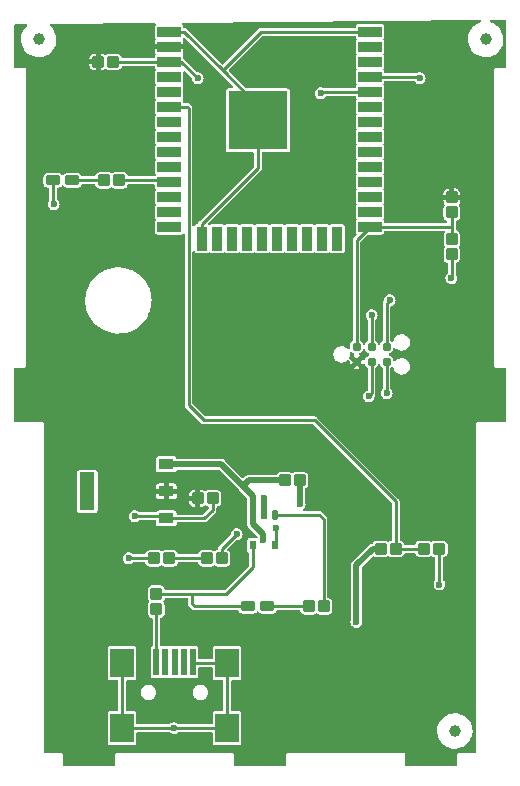
<source format=gbr>
%TF.GenerationSoftware,KiCad,Pcbnew,(5.99.0-10506-gb986797469)*%
%TF.CreationDate,2021-06-08T09:07:57+02:00*%
%TF.ProjectId,quadkey,71756164-6b65-4792-9e6b-696361645f70,rev?*%
%TF.SameCoordinates,Original*%
%TF.FileFunction,Copper,L1,Top*%
%TF.FilePolarity,Positive*%
%FSLAX46Y46*%
G04 Gerber Fmt 4.6, Leading zero omitted, Abs format (unit mm)*
G04 Created by KiCad (PCBNEW (5.99.0-10506-gb986797469)) date 2021-06-08 09:07:57*
%MOMM*%
%LPD*%
G01*
G04 APERTURE LIST*
G04 Aperture macros list*
%AMRoundRect*
0 Rectangle with rounded corners*
0 $1 Rounding radius*
0 $2 $3 $4 $5 $6 $7 $8 $9 X,Y pos of 4 corners*
0 Add a 4 corners polygon primitive as box body*
4,1,4,$2,$3,$4,$5,$6,$7,$8,$9,$2,$3,0*
0 Add four circle primitives for the rounded corners*
1,1,$1+$1,$2,$3*
1,1,$1+$1,$4,$5*
1,1,$1+$1,$6,$7*
1,1,$1+$1,$8,$9*
0 Add four rect primitives between the rounded corners*
20,1,$1+$1,$2,$3,$4,$5,0*
20,1,$1+$1,$4,$5,$6,$7,0*
20,1,$1+$1,$6,$7,$8,$9,0*
20,1,$1+$1,$8,$9,$2,$3,0*%
G04 Aperture macros list end*
%TA.AperFunction,SMDPad,CuDef*%
%ADD10C,1.000000*%
%TD*%
%TA.AperFunction,SMDPad,CuDef*%
%ADD11RoundRect,0.250000X0.300000X-0.250000X0.300000X0.250000X-0.300000X0.250000X-0.300000X-0.250000X0*%
%TD*%
%TA.AperFunction,SMDPad,CuDef*%
%ADD12RoundRect,0.250000X-0.250000X-0.300000X0.250000X-0.300000X0.250000X0.300000X-0.250000X0.300000X0*%
%TD*%
%TA.AperFunction,SMDPad,CuDef*%
%ADD13RoundRect,0.250000X-0.300000X0.250000X-0.300000X-0.250000X0.300000X-0.250000X0.300000X0.250000X0*%
%TD*%
%TA.AperFunction,ConnectorPad*%
%ADD14C,0.787400*%
%TD*%
%TA.AperFunction,SMDPad,CuDef*%
%ADD15RoundRect,0.250000X0.250000X0.300000X-0.250000X0.300000X-0.250000X-0.300000X0.250000X-0.300000X0*%
%TD*%
%TA.AperFunction,SMDPad,CuDef*%
%ADD16RoundRect,0.212500X-0.400000X-0.212500X0.400000X-0.212500X0.400000X0.212500X-0.400000X0.212500X0*%
%TD*%
%TA.AperFunction,SMDPad,CuDef*%
%ADD17RoundRect,0.137500X-0.137500X-0.262500X0.137500X-0.262500X0.137500X0.262500X-0.137500X0.262500X0*%
%TD*%
%TA.AperFunction,SMDPad,CuDef*%
%ADD18R,0.550000X0.800000*%
%TD*%
%TA.AperFunction,SMDPad,CuDef*%
%ADD19RoundRect,0.212500X0.400000X0.212500X-0.400000X0.212500X-0.400000X-0.212500X0.400000X-0.212500X0*%
%TD*%
%TA.AperFunction,SMDPad,CuDef*%
%ADD20R,0.482600X2.311400*%
%TD*%
%TA.AperFunction,SMDPad,CuDef*%
%ADD21R,2.006600X2.489200*%
%TD*%
%TA.AperFunction,SMDPad,CuDef*%
%ADD22R,2.000000X0.900000*%
%TD*%
%TA.AperFunction,SMDPad,CuDef*%
%ADD23R,0.900000X2.000000*%
%TD*%
%TA.AperFunction,SMDPad,CuDef*%
%ADD24R,5.000000X5.000000*%
%TD*%
%TA.AperFunction,SMDPad,CuDef*%
%ADD25R,1.310000X0.930000*%
%TD*%
%TA.AperFunction,SMDPad,CuDef*%
%ADD26R,1.310000X3.240000*%
%TD*%
%TA.AperFunction,ViaPad*%
%ADD27C,0.600000*%
%TD*%
%TA.AperFunction,Conductor*%
%ADD28C,0.500000*%
%TD*%
%TA.AperFunction,Conductor*%
%ADD29C,0.250000*%
%TD*%
G04 APERTURE END LIST*
D10*
%TO.P,REF\u002A\u002A,*%
%TO.N,*%
X124714000Y-58166000D03*
%TD*%
D11*
%TO.P,R1,1*%
%TO.N,+3V3*%
X91920000Y-60070000D03*
%TO.P,R1,2*%
%TO.N,/mcu/RESET*%
X93190000Y-60070000D03*
%TD*%
D10*
%TO.P,REF\u002A\u002A,*%
%TO.N,*%
X86868000Y-58166000D03*
%TD*%
D12*
%TO.P,R6,1*%
%TO.N,/mcu/GPIO0*%
X121854000Y-75080000D03*
%TO.P,R6,2*%
%TO.N,GND*%
X121854000Y-76350000D03*
%TD*%
D10*
%TO.P,REF\u002A\u002A,*%
%TO.N,*%
X122110000Y-116720000D03*
%TD*%
D11*
%TO.P,C2,1*%
%TO.N,+3V3*%
X100330000Y-97028000D03*
%TO.P,C2,2*%
%TO.N,GND*%
X101600000Y-97028000D03*
%TD*%
D13*
%TO.P,R2,1*%
%TO.N,Net-(R2-Pad1)*%
X110998000Y-106172000D03*
%TO.P,R2,2*%
%TO.N,Net-(D1-Pad1)*%
X109728000Y-106172000D03*
%TD*%
D14*
%TO.P,CON1,1,VCC*%
%TO.N,+3V3*%
X113792000Y-85471000D03*
%TO.P,CON1,2,GPIO0*%
%TO.N,/mcu/GPIO0*%
X113792000Y-84201000D03*
%TO.P,CON1,3,RESET*%
%TO.N,/mcu/RESET*%
X115062000Y-85471000D03*
%TO.P,CON1,4,RX*%
%TO.N,/mcu/RX*%
X115062000Y-84201000D03*
%TO.P,CON1,5,TX*%
%TO.N,/mcu/TX*%
X116332000Y-85471000D03*
%TO.P,CON1,6,GND*%
%TO.N,GND*%
X116332000Y-84201000D03*
%TD*%
D13*
%TO.P,R3,1*%
%TO.N,Net-(R3-Pad1)*%
X102362000Y-102108000D03*
%TO.P,R3,2*%
%TO.N,Net-(R3-Pad2)*%
X101092000Y-102108000D03*
%TD*%
D15*
%TO.P,L1,1,1*%
%TO.N,Net-(L1-Pad1)*%
X96840000Y-106400000D03*
%TO.P,L1,2,2*%
%TO.N,VBUS*%
X96840000Y-105130000D03*
%TD*%
D16*
%TO.P,D2,1,K*%
%TO.N,GND*%
X88087500Y-70104000D03*
%TO.P,D2,2,A*%
%TO.N,Net-(D2-Pad2)*%
X89712500Y-70104000D03*
%TD*%
D12*
%TO.P,R5,1*%
%TO.N,+3V3*%
X121850000Y-71540000D03*
%TO.P,R5,2*%
%TO.N,/mcu/GPIO0*%
X121850000Y-72810000D03*
%TD*%
D13*
%TO.P,R7,1*%
%TO.N,/mcu/VM*%
X117110000Y-101310000D03*
%TO.P,R7,2*%
%TO.N,VBAT*%
X115840000Y-101310000D03*
%TD*%
D17*
%TO.P,U1,1,STAT*%
%TO.N,Net-(R2-Pad1)*%
X106895000Y-98410000D03*
D18*
%TO.P,U1,2,VSS*%
%TO.N,GND*%
X105945000Y-98410000D03*
%TO.P,U1,3,VBAT*%
%TO.N,VBAT*%
X104995000Y-98410000D03*
%TO.P,U1,4,VDD*%
%TO.N,VBUS*%
X104995000Y-101010000D03*
%TO.P,U1,5,Prog*%
%TO.N,Net-(R3-Pad1)*%
X106895000Y-101010000D03*
%TD*%
D11*
%TO.P,R9,1*%
%TO.N,Net-(D2-Pad2)*%
X92405500Y-70104000D03*
%TO.P,R9,2*%
%TO.N,Net-(U3-Pad11)*%
X93675500Y-70104000D03*
%TD*%
D13*
%TO.P,R8,1*%
%TO.N,GND*%
X120770000Y-101310000D03*
%TO.P,R8,2*%
%TO.N,/mcu/VM*%
X119500000Y-101310000D03*
%TD*%
D16*
%TO.P,D1,1,K*%
%TO.N,Net-(D1-Pad1)*%
X106222500Y-106172000D03*
D19*
%TO.P,D1,2,A*%
%TO.N,VBUS*%
X104597500Y-106172000D03*
%TD*%
D11*
%TO.P,R4,1*%
%TO.N,GND*%
X96642000Y-102108000D03*
%TO.P,R4,2*%
%TO.N,Net-(R3-Pad2)*%
X97912000Y-102108000D03*
%TD*%
D20*
%TO.P,con1,1,VBUS*%
%TO.N,Net-(L1-Pad1)*%
X96805200Y-110876500D03*
%TO.P,con1,2,D-*%
%TO.N,unconnected-(con1-Pad2)*%
X97592600Y-110876500D03*
%TO.P,con1,3,D+*%
%TO.N,unconnected-(con1-Pad3)*%
X98380000Y-110876500D03*
%TO.P,con1,4,ID*%
%TO.N,unconnected-(con1-Pad4)*%
X99167400Y-110876500D03*
%TO.P,con1,5,GND*%
%TO.N,GND*%
X99954800Y-110876500D03*
D21*
%TO.P,con1,6*%
X102825000Y-110965400D03*
%TO.P,con1,7*%
X102825000Y-116477200D03*
%TO.P,con1,8*%
X93935000Y-116477200D03*
%TO.P,con1,9*%
X93935000Y-110965400D03*
%TD*%
D11*
%TO.P,C1,1*%
%TO.N,VBAT*%
X107696000Y-95504000D03*
%TO.P,C1,2*%
%TO.N,GND*%
X108966000Y-95504000D03*
%TD*%
D22*
%TO.P,U3,1,GND*%
%TO.N,GND*%
X97926000Y-57531000D03*
%TO.P,U3,2,3V3*%
%TO.N,+3V3*%
X97926000Y-58801000D03*
%TO.P,U3,3,EN*%
%TO.N,/mcu/RESET*%
X97926000Y-60071000D03*
%TO.P,U3,4,SENSOR_VP*%
%TO.N,unconnected-(U3-Pad4)*%
X97926000Y-61341000D03*
%TO.P,U3,5,SENSOR_VN*%
%TO.N,unconnected-(U3-Pad5)*%
X97926000Y-62611000D03*
%TO.P,U3,6,IO34*%
%TO.N,/mcu/VM*%
X97926000Y-63881000D03*
%TO.P,U3,7,IO35*%
%TO.N,unconnected-(U3-Pad7)*%
X97926000Y-65151000D03*
%TO.P,U3,8,IO32*%
%TO.N,unconnected-(U3-Pad8)*%
X97926000Y-66421000D03*
%TO.P,U3,9,IO33*%
%TO.N,unconnected-(U3-Pad9)*%
X97926000Y-67691000D03*
%TO.P,U3,10,IO25*%
%TO.N,unconnected-(U3-Pad10)*%
X97926000Y-68961000D03*
%TO.P,U3,11,IO26*%
%TO.N,Net-(U3-Pad11)*%
X97926000Y-70231000D03*
%TO.P,U3,12,IO27*%
%TO.N,unconnected-(U3-Pad12)*%
X97926000Y-71501000D03*
%TO.P,U3,13,IO14*%
%TO.N,unconnected-(U3-Pad13)*%
X97926000Y-72771000D03*
%TO.P,U3,14,IO12*%
%TO.N,unconnected-(U3-Pad14)*%
X97926000Y-74041000D03*
D23*
%TO.P,U3,15,GND*%
%TO.N,GND*%
X100711000Y-75041000D03*
%TO.P,U3,16,IO13*%
%TO.N,unconnected-(U3-Pad16)*%
X101981000Y-75041000D03*
%TO.P,U3,17,SD2*%
%TO.N,unconnected-(U3-Pad17)*%
X103251000Y-75041000D03*
%TO.P,U3,18,SD3*%
%TO.N,unconnected-(U3-Pad18)*%
X104521000Y-75041000D03*
%TO.P,U3,19,CMD*%
%TO.N,unconnected-(U3-Pad19)*%
X105791000Y-75041000D03*
%TO.P,U3,20,CLK*%
%TO.N,unconnected-(U3-Pad20)*%
X107061000Y-75041000D03*
%TO.P,U3,21,SDO*%
%TO.N,unconnected-(U3-Pad21)*%
X108331000Y-75041000D03*
%TO.P,U3,22,SD1*%
%TO.N,unconnected-(U3-Pad22)*%
X109601000Y-75041000D03*
%TO.P,U3,23,IO15*%
%TO.N,unconnected-(U3-Pad23)*%
X110871000Y-75041000D03*
%TO.P,U3,24,IO2*%
%TO.N,unconnected-(U3-Pad24)*%
X112141000Y-75041000D03*
D22*
%TO.P,U3,25,IO0*%
%TO.N,/mcu/GPIO0*%
X114926000Y-74041000D03*
%TO.P,U3,26,IO4*%
%TO.N,unconnected-(U3-Pad26)*%
X114926000Y-72771000D03*
%TO.P,U3,27,IO16*%
%TO.N,unconnected-(U3-Pad27)*%
X114926000Y-71501000D03*
%TO.P,U3,28,IO17*%
%TO.N,unconnected-(U3-Pad28)*%
X114926000Y-70231000D03*
%TO.P,U3,29,IO5*%
%TO.N,unconnected-(U3-Pad29)*%
X114926000Y-68961000D03*
%TO.P,U3,30,IO18*%
%TO.N,unconnected-(U3-Pad30)*%
X114926000Y-67691000D03*
%TO.P,U3,31,IO19*%
%TO.N,unconnected-(U3-Pad31)*%
X114926000Y-66421000D03*
%TO.P,U3,32,NC*%
%TO.N,unconnected-(U3-Pad32)*%
X114926000Y-65151000D03*
%TO.P,U3,33,IO21*%
%TO.N,unconnected-(U3-Pad33)*%
X114926000Y-63881000D03*
%TO.P,U3,34,RXD0*%
%TO.N,/mcu/RX*%
X114926000Y-62611000D03*
%TO.P,U3,35,TXD0*%
%TO.N,/mcu/TX*%
X114926000Y-61341000D03*
%TO.P,U3,36,IO22*%
%TO.N,unconnected-(U3-Pad36)*%
X114926000Y-60071000D03*
%TO.P,U3,37,IO23*%
%TO.N,unconnected-(U3-Pad37)*%
X114926000Y-58801000D03*
%TO.P,U3,38,GND*%
%TO.N,GND*%
X114926000Y-57531000D03*
D24*
%TO.P,U3,39,GND-PAD*%
X105426000Y-65031000D03*
%TD*%
D25*
%TO.P,U2,1,ADJ/GND*%
%TO.N,GND*%
X97686000Y-98730000D03*
%TO.P,U2,2,VOUT*%
%TO.N,+3V3*%
X97686000Y-96440000D03*
%TO.P,U2,3,VIN*%
%TO.N,VBAT*%
X97686000Y-94150000D03*
D26*
%TO.P,U2,4,nc*%
%TO.N,unconnected-(U2-Pad4)*%
X90996000Y-96440000D03*
%TD*%
D27*
%TO.N,VBAT*%
X105860000Y-100560000D03*
X113760000Y-107480000D03*
%TO.N,GND*%
X88138000Y-72136000D03*
X108966000Y-97536000D03*
X121820000Y-78380000D03*
X120810000Y-104330000D03*
X98332800Y-116477200D03*
X105426000Y-65031000D03*
X105918000Y-97028000D03*
X94996000Y-98552000D03*
X116586000Y-80264000D03*
X94488000Y-102108000D03*
%TO.N,/mcu/RESET*%
X114808000Y-88392000D03*
X100330000Y-61468000D03*
%TO.N,/mcu/RX*%
X110744000Y-62738000D03*
X115062000Y-81534000D03*
%TO.N,/mcu/TX*%
X119126000Y-61468000D03*
X116332000Y-88138000D03*
%TO.N,Net-(R3-Pad1)*%
X106934000Y-99568000D03*
X103632000Y-100076000D03*
%TD*%
D28*
%TO.N,VBAT*%
X113760000Y-107480000D02*
X113760000Y-102700000D01*
X104166000Y-95986000D02*
X102330000Y-94150000D01*
X102330000Y-94150000D02*
X99700000Y-94150000D01*
X105710000Y-99920000D02*
X105860000Y-100070000D01*
X104995000Y-98410000D02*
X104995000Y-96815000D01*
X115150000Y-101310000D02*
X115840000Y-101310000D01*
X99700000Y-94150000D02*
X100280000Y-94150000D01*
X104995000Y-96815000D02*
X104166000Y-95986000D01*
X113760000Y-102700000D02*
X115150000Y-101310000D01*
X104648000Y-95504000D02*
X104166000Y-95986000D01*
X97686000Y-94150000D02*
X99700000Y-94150000D01*
X104995000Y-99205000D02*
X105710000Y-99920000D01*
X105860000Y-100070000D02*
X105860000Y-100560000D01*
X104995000Y-98410000D02*
X104995000Y-99205000D01*
X107696000Y-95504000D02*
X104648000Y-95504000D01*
%TO.N,GND*%
X108966000Y-95504000D02*
X108966000Y-97536000D01*
D29*
X88087500Y-70104000D02*
X88087500Y-72085500D01*
X100711000Y-75041000D02*
X100711000Y-73791000D01*
X98332800Y-116477200D02*
X93935000Y-116477200D01*
X93935000Y-116477200D02*
X93935000Y-110965400D01*
D28*
X105945000Y-97055000D02*
X105918000Y-97028000D01*
D29*
X121854000Y-76350000D02*
X121854000Y-78346000D01*
X121854000Y-78346000D02*
X121820000Y-78380000D01*
X120770000Y-104290000D02*
X120810000Y-104330000D01*
X105426000Y-63781000D02*
X105426000Y-65031000D01*
X102825000Y-116477200D02*
X98332800Y-116477200D01*
X94996000Y-98552000D02*
X97508000Y-98552000D01*
D28*
X105945000Y-98410000D02*
X105945000Y-97055000D01*
D29*
X114926000Y-57531000D02*
X105719000Y-57531000D01*
X100914000Y-98730000D02*
X97686000Y-98730000D01*
X105426000Y-69076000D02*
X105426000Y-65031000D01*
X97508000Y-98552000D02*
X97686000Y-98730000D01*
X100043700Y-110965400D02*
X99954800Y-110876500D01*
X100711000Y-73791000D02*
X105426000Y-69076000D01*
X96642000Y-102108000D02*
X94488000Y-102108000D01*
X99176000Y-57531000D02*
X102447500Y-60802500D01*
X97926000Y-57531000D02*
X99176000Y-57531000D01*
X101600000Y-97028000D02*
X101600000Y-98044000D01*
X116332000Y-84201000D02*
X116332000Y-80518000D01*
X88087500Y-72085500D02*
X88138000Y-72136000D01*
X116332000Y-80518000D02*
X116586000Y-80264000D01*
X102825000Y-110965400D02*
X102825000Y-116477200D01*
X105719000Y-57531000D02*
X102447500Y-60802500D01*
X102825000Y-110965400D02*
X100043700Y-110965400D01*
X102447500Y-60802500D02*
X105426000Y-63781000D01*
X120770000Y-101310000D02*
X120770000Y-104290000D01*
X101600000Y-98044000D02*
X100914000Y-98730000D01*
%TO.N,/mcu/GPIO0*%
X113792000Y-84201000D02*
X113792000Y-75175000D01*
X113792000Y-75175000D02*
X114926000Y-74041000D01*
X121811000Y-74041000D02*
X121854000Y-74084000D01*
X121854000Y-75080000D02*
X121854000Y-74084000D01*
X121854000Y-72814000D02*
X121850000Y-72810000D01*
X114926000Y-74041000D02*
X121811000Y-74041000D01*
X121854000Y-74084000D02*
X121854000Y-72814000D01*
%TO.N,/mcu/RESET*%
X97925000Y-60070000D02*
X97926000Y-60071000D01*
X93190000Y-60070000D02*
X97925000Y-60070000D01*
X100330000Y-61468000D02*
X98933000Y-60071000D01*
X115062000Y-85471000D02*
X115062000Y-88138000D01*
X115062000Y-88138000D02*
X114808000Y-88392000D01*
X98933000Y-60071000D02*
X97926000Y-60071000D01*
%TO.N,/mcu/RX*%
X115062000Y-84201000D02*
X115062000Y-81534000D01*
X110744000Y-62738000D02*
X110871000Y-62611000D01*
X110871000Y-62611000D02*
X114926000Y-62611000D01*
%TO.N,/mcu/TX*%
X119126000Y-61468000D02*
X118999000Y-61341000D01*
X118999000Y-61341000D02*
X114926000Y-61341000D01*
X116332000Y-85471000D02*
X116332000Y-88138000D01*
%TO.N,Net-(D1-Pad1)*%
X106222500Y-106172000D02*
X109728000Y-106172000D01*
%TO.N,VBUS*%
X99848000Y-105944000D02*
X99848000Y-105130000D01*
X104995000Y-102865000D02*
X104995000Y-101010000D01*
X104597500Y-106172000D02*
X100076000Y-106172000D01*
X99848000Y-105130000D02*
X102730000Y-105130000D01*
X102730000Y-105130000D02*
X104995000Y-102865000D01*
X96840000Y-105130000D02*
X99848000Y-105130000D01*
X100076000Y-106172000D02*
X99848000Y-105944000D01*
%TO.N,Net-(R2-Pad1)*%
X110998000Y-98806000D02*
X110998000Y-106172000D01*
X110602000Y-98410000D02*
X110998000Y-98806000D01*
X106895000Y-98410000D02*
X110602000Y-98410000D01*
%TO.N,Net-(R3-Pad1)*%
X102362000Y-101346000D02*
X103632000Y-100076000D01*
X102362000Y-102108000D02*
X102362000Y-101346000D01*
X106934000Y-100971000D02*
X106895000Y-101010000D01*
X106934000Y-99568000D02*
X106934000Y-100971000D01*
%TO.N,Net-(R3-Pad2)*%
X101092000Y-102108000D02*
X97912000Y-102108000D01*
%TO.N,Net-(D2-Pad2)*%
X89712500Y-70104000D02*
X92405500Y-70104000D01*
%TO.N,/mcu/VM*%
X117110000Y-101310000D02*
X119500000Y-101310000D01*
X99568000Y-89154000D02*
X99568000Y-64008000D01*
X110236000Y-90424000D02*
X100838000Y-90424000D01*
X100838000Y-90424000D02*
X99568000Y-89154000D01*
X99441000Y-63881000D02*
X97926000Y-63881000D01*
X117110000Y-101310000D02*
X117110000Y-97298000D01*
X117110000Y-97298000D02*
X110236000Y-90424000D01*
X99568000Y-64008000D02*
X99441000Y-63881000D01*
%TO.N,Net-(U3-Pad11)*%
X97799000Y-70104000D02*
X97926000Y-70231000D01*
X93675500Y-70104000D02*
X97799000Y-70104000D01*
%TO.N,Net-(L1-Pad1)*%
X96840000Y-106400000D02*
X96840000Y-110841700D01*
X96840000Y-110841700D02*
X96805200Y-110876500D01*
%TD*%
%TA.AperFunction,Conductor*%
%TO.N,+3V3*%
G36*
X126433489Y-56533699D02*
G01*
X126469884Y-56582883D01*
X126475000Y-56614297D01*
X126475000Y-60476000D01*
X126456093Y-60534191D01*
X126406593Y-60570155D01*
X126376000Y-60575000D01*
X125603081Y-60575000D01*
X125602776Y-60575069D01*
X125601987Y-60575113D01*
X125590732Y-60575103D01*
X125590729Y-60575104D01*
X125579583Y-60575094D01*
X125568697Y-60580321D01*
X125547869Y-60587594D01*
X125546970Y-60587799D01*
X125546969Y-60587799D01*
X125536100Y-60590279D01*
X125527381Y-60597227D01*
X125526874Y-60597631D01*
X125508024Y-60609456D01*
X125497384Y-60614565D01*
X125490423Y-60623269D01*
X125490421Y-60623271D01*
X125489846Y-60623991D01*
X125474231Y-60639580D01*
X125464788Y-60647105D01*
X125459945Y-60657145D01*
X125459943Y-60657148D01*
X125459659Y-60657738D01*
X125447809Y-60676557D01*
X125440435Y-60685778D01*
X125437936Y-60696644D01*
X125437935Y-60696647D01*
X125437729Y-60697543D01*
X125430419Y-60718359D01*
X125430017Y-60719192D01*
X125430016Y-60719195D01*
X125425174Y-60729234D01*
X125425160Y-60745690D01*
X125425155Y-60751623D01*
X125425109Y-60752425D01*
X125425000Y-60752899D01*
X125425000Y-85796919D01*
X125425069Y-85797224D01*
X125425113Y-85798013D01*
X125425103Y-85809268D01*
X125425104Y-85809271D01*
X125425094Y-85820417D01*
X125429919Y-85830466D01*
X125430320Y-85831300D01*
X125437594Y-85852131D01*
X125440279Y-85863900D01*
X125447227Y-85872619D01*
X125447631Y-85873126D01*
X125459456Y-85891976D01*
X125464565Y-85902616D01*
X125473269Y-85909577D01*
X125473271Y-85909579D01*
X125473991Y-85910154D01*
X125489580Y-85925769D01*
X125497105Y-85935212D01*
X125507145Y-85940055D01*
X125507148Y-85940057D01*
X125507738Y-85940341D01*
X125526557Y-85952191D01*
X125535778Y-85959565D01*
X125546644Y-85962064D01*
X125546647Y-85962065D01*
X125547543Y-85962271D01*
X125568359Y-85969581D01*
X125569192Y-85969983D01*
X125569195Y-85969984D01*
X125579234Y-85974826D01*
X125601631Y-85974845D01*
X125602425Y-85974891D01*
X125602899Y-85975000D01*
X126376000Y-85975000D01*
X126434191Y-85993907D01*
X126470155Y-86043407D01*
X126475000Y-86074000D01*
X126475000Y-90476000D01*
X126456093Y-90534191D01*
X126406593Y-90570155D01*
X126376000Y-90575000D01*
X124103081Y-90575000D01*
X124102776Y-90575069D01*
X124101987Y-90575113D01*
X124090732Y-90575103D01*
X124090729Y-90575104D01*
X124079583Y-90575094D01*
X124068697Y-90580321D01*
X124047869Y-90587594D01*
X124046970Y-90587799D01*
X124046969Y-90587799D01*
X124036100Y-90590279D01*
X124027381Y-90597227D01*
X124026874Y-90597631D01*
X124008024Y-90609456D01*
X123997384Y-90614565D01*
X123990423Y-90623269D01*
X123990421Y-90623271D01*
X123989846Y-90623991D01*
X123974231Y-90639580D01*
X123964788Y-90647105D01*
X123959945Y-90657145D01*
X123959943Y-90657148D01*
X123959659Y-90657738D01*
X123947809Y-90676557D01*
X123940435Y-90685778D01*
X123937936Y-90696644D01*
X123937935Y-90696647D01*
X123937729Y-90697543D01*
X123930419Y-90718359D01*
X123930017Y-90719192D01*
X123930016Y-90719195D01*
X123925174Y-90729234D01*
X123925155Y-90751623D01*
X123925109Y-90752425D01*
X123925000Y-90752899D01*
X123925000Y-118476000D01*
X123906093Y-118534191D01*
X123856593Y-118570155D01*
X123826000Y-118575000D01*
X122503081Y-118575000D01*
X122502776Y-118575069D01*
X122501987Y-118575113D01*
X122490732Y-118575103D01*
X122490729Y-118575104D01*
X122479583Y-118575094D01*
X122468697Y-118580321D01*
X122447869Y-118587594D01*
X122446970Y-118587799D01*
X122446969Y-118587799D01*
X122436100Y-118590279D01*
X122427381Y-118597227D01*
X122426874Y-118597631D01*
X122408024Y-118609456D01*
X122397384Y-118614565D01*
X122390423Y-118623269D01*
X122390421Y-118623271D01*
X122389846Y-118623991D01*
X122374231Y-118639580D01*
X122364788Y-118647105D01*
X122359945Y-118657145D01*
X122359943Y-118657148D01*
X122359659Y-118657738D01*
X122347809Y-118676557D01*
X122340435Y-118685778D01*
X122337936Y-118696644D01*
X122337935Y-118696647D01*
X122337729Y-118697543D01*
X122330419Y-118718359D01*
X122330017Y-118719192D01*
X122330016Y-118719195D01*
X122325174Y-118729234D01*
X122325155Y-118751623D01*
X122325109Y-118752425D01*
X122325000Y-118752899D01*
X122325000Y-119576000D01*
X122306093Y-119634191D01*
X122256593Y-119670155D01*
X122226000Y-119675000D01*
X118024000Y-119675000D01*
X117965809Y-119656093D01*
X117929845Y-119606593D01*
X117925000Y-119576000D01*
X117925000Y-118753081D01*
X117924931Y-118752776D01*
X117924887Y-118751987D01*
X117924897Y-118740732D01*
X117924896Y-118740729D01*
X117924906Y-118729583D01*
X117919679Y-118718697D01*
X117912406Y-118697869D01*
X117912201Y-118696970D01*
X117912201Y-118696969D01*
X117909721Y-118686100D01*
X117902369Y-118676874D01*
X117890544Y-118658024D01*
X117890260Y-118657433D01*
X117885435Y-118647384D01*
X117876731Y-118640423D01*
X117876729Y-118640421D01*
X117876009Y-118639846D01*
X117860420Y-118624231D01*
X117852895Y-118614788D01*
X117842855Y-118609945D01*
X117842852Y-118609943D01*
X117842262Y-118609659D01*
X117823443Y-118597809D01*
X117814222Y-118590435D01*
X117803356Y-118587936D01*
X117803353Y-118587935D01*
X117802457Y-118587729D01*
X117781641Y-118580419D01*
X117780808Y-118580017D01*
X117780805Y-118580016D01*
X117770766Y-118575174D01*
X117748369Y-118575155D01*
X117747575Y-118575109D01*
X117747101Y-118575000D01*
X108003081Y-118575000D01*
X108002776Y-118575069D01*
X108001987Y-118575113D01*
X107990732Y-118575103D01*
X107990729Y-118575104D01*
X107979583Y-118575094D01*
X107968697Y-118580321D01*
X107947869Y-118587594D01*
X107946970Y-118587799D01*
X107946969Y-118587799D01*
X107936100Y-118590279D01*
X107927381Y-118597227D01*
X107926874Y-118597631D01*
X107908024Y-118609456D01*
X107897384Y-118614565D01*
X107890423Y-118623269D01*
X107890421Y-118623271D01*
X107889846Y-118623991D01*
X107874231Y-118639580D01*
X107864788Y-118647105D01*
X107859945Y-118657145D01*
X107859943Y-118657148D01*
X107859659Y-118657738D01*
X107847809Y-118676557D01*
X107840435Y-118685778D01*
X107837936Y-118696644D01*
X107837935Y-118696647D01*
X107837729Y-118697543D01*
X107830419Y-118718359D01*
X107830017Y-118719192D01*
X107830016Y-118719195D01*
X107825174Y-118729234D01*
X107825155Y-118751623D01*
X107825109Y-118752425D01*
X107825000Y-118752899D01*
X107825000Y-119576000D01*
X107806093Y-119634191D01*
X107756593Y-119670155D01*
X107726000Y-119675000D01*
X103524000Y-119675000D01*
X103465809Y-119656093D01*
X103429845Y-119606593D01*
X103425000Y-119576000D01*
X103425000Y-118753081D01*
X103424931Y-118752776D01*
X103424887Y-118751987D01*
X103424897Y-118740732D01*
X103424896Y-118740729D01*
X103424906Y-118729583D01*
X103419679Y-118718697D01*
X103412406Y-118697869D01*
X103412201Y-118696970D01*
X103412201Y-118696969D01*
X103409721Y-118686100D01*
X103402369Y-118676874D01*
X103390544Y-118658024D01*
X103390260Y-118657433D01*
X103385435Y-118647384D01*
X103376731Y-118640423D01*
X103376729Y-118640421D01*
X103376009Y-118639846D01*
X103360420Y-118624231D01*
X103352895Y-118614788D01*
X103342855Y-118609945D01*
X103342852Y-118609943D01*
X103342262Y-118609659D01*
X103323443Y-118597809D01*
X103314222Y-118590435D01*
X103303356Y-118587936D01*
X103303353Y-118587935D01*
X103302457Y-118587729D01*
X103281641Y-118580419D01*
X103280808Y-118580017D01*
X103280805Y-118580016D01*
X103270766Y-118575174D01*
X103248369Y-118575155D01*
X103247575Y-118575109D01*
X103247101Y-118575000D01*
X93503081Y-118575000D01*
X93502776Y-118575069D01*
X93501987Y-118575113D01*
X93490732Y-118575103D01*
X93490729Y-118575104D01*
X93479583Y-118575094D01*
X93468697Y-118580321D01*
X93447869Y-118587594D01*
X93446970Y-118587799D01*
X93446969Y-118587799D01*
X93436100Y-118590279D01*
X93427381Y-118597227D01*
X93426874Y-118597631D01*
X93408024Y-118609456D01*
X93397384Y-118614565D01*
X93390423Y-118623269D01*
X93390421Y-118623271D01*
X93389846Y-118623991D01*
X93374231Y-118639580D01*
X93364788Y-118647105D01*
X93359945Y-118657145D01*
X93359943Y-118657148D01*
X93359659Y-118657738D01*
X93347809Y-118676557D01*
X93340435Y-118685778D01*
X93337936Y-118696644D01*
X93337935Y-118696647D01*
X93337729Y-118697543D01*
X93330419Y-118718359D01*
X93330017Y-118719192D01*
X93330016Y-118719195D01*
X93325174Y-118729234D01*
X93325155Y-118751623D01*
X93325109Y-118752425D01*
X93325000Y-118752899D01*
X93325000Y-119576000D01*
X93306093Y-119634191D01*
X93256593Y-119670155D01*
X93226000Y-119675000D01*
X89024000Y-119675000D01*
X88965809Y-119656093D01*
X88929845Y-119606593D01*
X88925000Y-119576000D01*
X88925000Y-118753081D01*
X88924931Y-118752776D01*
X88924887Y-118751987D01*
X88924897Y-118740732D01*
X88924896Y-118740729D01*
X88924906Y-118729583D01*
X88919679Y-118718697D01*
X88912406Y-118697869D01*
X88912201Y-118696970D01*
X88912201Y-118696969D01*
X88909721Y-118686100D01*
X88902369Y-118676874D01*
X88890544Y-118658024D01*
X88890260Y-118657433D01*
X88885435Y-118647384D01*
X88876731Y-118640423D01*
X88876729Y-118640421D01*
X88876009Y-118639846D01*
X88860420Y-118624231D01*
X88852895Y-118614788D01*
X88842855Y-118609945D01*
X88842852Y-118609943D01*
X88842262Y-118609659D01*
X88823443Y-118597809D01*
X88814222Y-118590435D01*
X88803356Y-118587936D01*
X88803353Y-118587935D01*
X88802457Y-118587729D01*
X88781641Y-118580419D01*
X88780808Y-118580017D01*
X88780805Y-118580016D01*
X88770766Y-118575174D01*
X88748369Y-118575155D01*
X88747575Y-118575109D01*
X88747101Y-118575000D01*
X87424000Y-118575000D01*
X87365809Y-118556093D01*
X87329845Y-118506593D01*
X87325000Y-118476000D01*
X87325000Y-109720800D01*
X92726200Y-109720800D01*
X92726200Y-112210000D01*
X92741843Y-112288641D01*
X92786390Y-112355310D01*
X92853059Y-112399857D01*
X92862622Y-112401759D01*
X92862624Y-112401760D01*
X92887900Y-112406787D01*
X92931700Y-112415500D01*
X93510500Y-112415500D01*
X93568691Y-112434407D01*
X93604655Y-112483907D01*
X93609500Y-112514500D01*
X93609500Y-114928100D01*
X93590593Y-114986291D01*
X93541093Y-115022255D01*
X93510500Y-115027100D01*
X92931700Y-115027100D01*
X92887900Y-115035813D01*
X92862624Y-115040840D01*
X92862622Y-115040841D01*
X92853059Y-115042743D01*
X92786390Y-115087290D01*
X92741843Y-115153959D01*
X92726200Y-115232600D01*
X92726200Y-117721800D01*
X92741843Y-117800441D01*
X92786390Y-117867110D01*
X92853059Y-117911657D01*
X92862622Y-117913559D01*
X92862624Y-117913560D01*
X92887900Y-117918587D01*
X92931700Y-117927300D01*
X94938300Y-117927300D01*
X94982100Y-117918587D01*
X95007376Y-117913560D01*
X95007378Y-117913559D01*
X95016941Y-117911657D01*
X95083610Y-117867110D01*
X95128157Y-117800441D01*
X95143800Y-117721800D01*
X95143800Y-116901700D01*
X95162707Y-116843509D01*
X95212207Y-116807545D01*
X95242800Y-116802700D01*
X97906602Y-116802700D01*
X97964793Y-116821607D01*
X97982385Y-116837998D01*
X97991329Y-116848639D01*
X97991332Y-116848641D01*
X97995868Y-116854038D01*
X98001739Y-116857946D01*
X98001740Y-116857947D01*
X98014035Y-116866131D01*
X98115177Y-116933457D01*
X98121904Y-116935559D01*
X98121907Y-116935560D01*
X98245248Y-116974094D01*
X98245249Y-116974094D01*
X98251980Y-116976197D01*
X98323630Y-116977510D01*
X98388227Y-116978695D01*
X98388229Y-116978695D01*
X98395281Y-116978824D01*
X98402084Y-116976969D01*
X98402086Y-116976969D01*
X98448865Y-116964215D01*
X98533558Y-116941125D01*
X98655697Y-116866131D01*
X98683637Y-116835263D01*
X98736704Y-116804810D01*
X98757034Y-116802700D01*
X101517200Y-116802700D01*
X101575391Y-116821607D01*
X101611355Y-116871107D01*
X101616200Y-116901700D01*
X101616200Y-117721800D01*
X101631843Y-117800441D01*
X101676390Y-117867110D01*
X101743059Y-117911657D01*
X101752622Y-117913559D01*
X101752624Y-117913560D01*
X101777900Y-117918587D01*
X101821700Y-117927300D01*
X103828300Y-117927300D01*
X103872100Y-117918587D01*
X103897376Y-117913560D01*
X103897378Y-117913559D01*
X103906941Y-117911657D01*
X103973610Y-117867110D01*
X104018157Y-117800441D01*
X104033800Y-117721800D01*
X104033800Y-116683217D01*
X120604949Y-116683217D01*
X120619151Y-116929525D01*
X120620043Y-116933482D01*
X120643631Y-117038149D01*
X120673391Y-117170206D01*
X120674920Y-117173970D01*
X120674921Y-117173975D01*
X120764681Y-117395026D01*
X120766212Y-117398796D01*
X120768336Y-117402262D01*
X120768338Y-117402266D01*
X120827428Y-117498692D01*
X120895121Y-117609157D01*
X120897782Y-117612229D01*
X120897785Y-117612233D01*
X121053991Y-117792562D01*
X121053995Y-117792566D01*
X121056657Y-117795639D01*
X121059784Y-117798235D01*
X121059785Y-117798236D01*
X121243358Y-117950641D01*
X121243364Y-117950645D01*
X121246481Y-117953233D01*
X121249982Y-117955279D01*
X121249988Y-117955283D01*
X121345001Y-118010804D01*
X121459495Y-118077709D01*
X121463282Y-118079155D01*
X121463286Y-118079157D01*
X121577760Y-118122870D01*
X121689979Y-118165722D01*
X121931743Y-118214910D01*
X121935798Y-118215059D01*
X121935801Y-118215059D01*
X122018796Y-118218102D01*
X122178294Y-118223950D01*
X122182313Y-118223435D01*
X122182317Y-118223435D01*
X122356992Y-118201058D01*
X122423011Y-118192601D01*
X122426898Y-118191435D01*
X122426902Y-118191434D01*
X122655439Y-118122870D01*
X122655440Y-118122870D01*
X122659322Y-118121705D01*
X122759848Y-118072458D01*
X122877234Y-118014951D01*
X122877237Y-118014949D01*
X122880881Y-118013164D01*
X123081737Y-117869895D01*
X123256496Y-117695745D01*
X123400465Y-117495390D01*
X123509778Y-117274212D01*
X123542583Y-117166241D01*
X123580317Y-117042043D01*
X123580317Y-117042042D01*
X123581500Y-117038149D01*
X123613703Y-116793543D01*
X123615500Y-116720000D01*
X123595284Y-116474113D01*
X123587205Y-116441947D01*
X123536171Y-116238775D01*
X123535180Y-116234829D01*
X123481290Y-116110891D01*
X123438424Y-116012305D01*
X123438423Y-116012304D01*
X123436802Y-116008575D01*
X123302792Y-115801426D01*
X123136749Y-115618947D01*
X123133563Y-115616431D01*
X123133560Y-115616428D01*
X122946319Y-115468554D01*
X122946313Y-115468550D01*
X122943131Y-115466037D01*
X122727139Y-115346803D01*
X122723308Y-115345446D01*
X122723305Y-115345445D01*
X122498410Y-115265805D01*
X122498405Y-115265804D01*
X122494574Y-115264447D01*
X122251680Y-115221181D01*
X122247619Y-115221131D01*
X122247615Y-115221131D01*
X122134492Y-115219749D01*
X122004982Y-115218167D01*
X121761104Y-115255486D01*
X121757236Y-115256750D01*
X121757237Y-115256750D01*
X121530452Y-115330874D01*
X121530448Y-115330876D01*
X121526595Y-115332135D01*
X121522995Y-115334009D01*
X121311360Y-115444179D01*
X121311357Y-115444181D01*
X121307755Y-115446056D01*
X121304513Y-115448491D01*
X121304507Y-115448494D01*
X121277790Y-115468554D01*
X121110459Y-115594190D01*
X121107654Y-115597125D01*
X121107652Y-115597127D01*
X121083929Y-115621952D01*
X120940007Y-115772558D01*
X120800975Y-115976371D01*
X120799267Y-115980051D01*
X120799264Y-115980056D01*
X120747190Y-116092242D01*
X120697099Y-116200154D01*
X120631167Y-116437897D01*
X120604949Y-116683217D01*
X104033800Y-116683217D01*
X104033800Y-115232600D01*
X104018157Y-115153959D01*
X103973610Y-115087290D01*
X103906941Y-115042743D01*
X103897378Y-115040841D01*
X103897376Y-115040840D01*
X103872100Y-115035813D01*
X103828300Y-115027100D01*
X103249500Y-115027100D01*
X103191309Y-115008193D01*
X103155345Y-114958693D01*
X103150500Y-114928100D01*
X103150500Y-112514500D01*
X103169407Y-112456309D01*
X103218907Y-112420345D01*
X103249500Y-112415500D01*
X103828300Y-112415500D01*
X103872100Y-112406787D01*
X103897376Y-112401760D01*
X103897378Y-112401759D01*
X103906941Y-112399857D01*
X103973610Y-112355310D01*
X104018157Y-112288641D01*
X104033800Y-112210000D01*
X104033800Y-109720800D01*
X104018157Y-109642159D01*
X103973610Y-109575490D01*
X103906941Y-109530943D01*
X103897378Y-109529041D01*
X103897376Y-109529040D01*
X103872100Y-109524013D01*
X103828300Y-109515300D01*
X101821700Y-109515300D01*
X101777900Y-109524013D01*
X101752624Y-109529040D01*
X101752622Y-109529041D01*
X101743059Y-109530943D01*
X101676390Y-109575490D01*
X101631843Y-109642159D01*
X101616200Y-109720800D01*
X101616200Y-110540900D01*
X101597293Y-110599091D01*
X101547793Y-110635055D01*
X101517200Y-110639900D01*
X100500600Y-110639900D01*
X100442409Y-110620993D01*
X100406445Y-110571493D01*
X100401600Y-110540900D01*
X100401600Y-109720800D01*
X100385957Y-109642159D01*
X100341410Y-109575490D01*
X100274741Y-109530943D01*
X100265178Y-109529041D01*
X100265176Y-109529040D01*
X100239900Y-109524013D01*
X100196100Y-109515300D01*
X99713500Y-109515300D01*
X99669700Y-109524013D01*
X99644424Y-109529040D01*
X99644422Y-109529041D01*
X99634859Y-109530943D01*
X99626751Y-109536361D01*
X99626750Y-109536361D01*
X99616101Y-109543477D01*
X99557213Y-109560085D01*
X99506099Y-109543477D01*
X99495450Y-109536361D01*
X99495449Y-109536361D01*
X99487341Y-109530943D01*
X99477778Y-109529041D01*
X99477776Y-109529040D01*
X99452500Y-109524013D01*
X99408700Y-109515300D01*
X98926100Y-109515300D01*
X98882300Y-109524013D01*
X98857024Y-109529040D01*
X98857022Y-109529041D01*
X98847459Y-109530943D01*
X98839351Y-109536361D01*
X98839350Y-109536361D01*
X98828701Y-109543477D01*
X98769813Y-109560085D01*
X98718699Y-109543477D01*
X98708050Y-109536361D01*
X98708049Y-109536361D01*
X98699941Y-109530943D01*
X98690378Y-109529041D01*
X98690376Y-109529040D01*
X98665100Y-109524013D01*
X98621300Y-109515300D01*
X98138700Y-109515300D01*
X98094900Y-109524013D01*
X98069624Y-109529040D01*
X98069622Y-109529041D01*
X98060059Y-109530943D01*
X98051951Y-109536361D01*
X98051950Y-109536361D01*
X98041301Y-109543477D01*
X97982413Y-109560085D01*
X97931299Y-109543477D01*
X97920650Y-109536361D01*
X97920649Y-109536361D01*
X97912541Y-109530943D01*
X97902978Y-109529041D01*
X97902976Y-109529040D01*
X97877700Y-109524013D01*
X97833900Y-109515300D01*
X97351300Y-109515300D01*
X97283814Y-109528724D01*
X97223053Y-109521532D01*
X97178123Y-109480000D01*
X97165500Y-109431626D01*
X97165500Y-107225312D01*
X97184407Y-107167121D01*
X97225192Y-107137982D01*
X97223935Y-107135364D01*
X97339361Y-107079937D01*
X97346029Y-107076735D01*
X97445486Y-106984798D01*
X97474585Y-106934700D01*
X97509795Y-106874083D01*
X97509796Y-106874080D01*
X97513513Y-106867681D01*
X97529780Y-106797500D01*
X97539225Y-106756754D01*
X97539225Y-106756751D01*
X97540500Y-106751252D01*
X97540500Y-106066742D01*
X97525364Y-105966065D01*
X97512624Y-105939533D01*
X97469937Y-105850639D01*
X97466735Y-105843971D01*
X97457009Y-105833449D01*
X97431395Y-105777883D01*
X97443333Y-105717874D01*
X97445273Y-105714995D01*
X97445486Y-105714798D01*
X97486840Y-105643602D01*
X97509795Y-105604083D01*
X97509796Y-105604080D01*
X97513513Y-105597681D01*
X97528704Y-105532145D01*
X97560261Y-105479727D01*
X97616603Y-105455869D01*
X97625146Y-105455500D01*
X99423500Y-105455500D01*
X99481691Y-105474407D01*
X99517655Y-105523907D01*
X99522500Y-105554500D01*
X99522500Y-105925715D01*
X99522123Y-105934344D01*
X99518758Y-105972805D01*
X99520999Y-105981168D01*
X99528816Y-106010342D01*
X99530685Y-106018774D01*
X99537432Y-106057038D01*
X99541763Y-106064539D01*
X99543757Y-106070017D01*
X99546223Y-106075306D01*
X99548465Y-106083675D01*
X99553433Y-106090771D01*
X99553434Y-106090772D01*
X99570758Y-106115514D01*
X99575396Y-106122795D01*
X99594822Y-106156441D01*
X99601460Y-106162011D01*
X99624399Y-106181259D01*
X99630766Y-106187093D01*
X99832895Y-106389221D01*
X99838731Y-106395589D01*
X99857991Y-106418543D01*
X99857993Y-106418545D01*
X99863559Y-106425178D01*
X99897214Y-106444609D01*
X99904495Y-106449248D01*
X99936325Y-106471535D01*
X99944693Y-106473777D01*
X99949982Y-106476244D01*
X99955464Y-106478239D01*
X99962962Y-106482568D01*
X99971487Y-106484071D01*
X99971489Y-106484072D01*
X99994373Y-106488107D01*
X100001218Y-106489314D01*
X100009648Y-106491183D01*
X100038828Y-106499002D01*
X100038833Y-106499002D01*
X100047195Y-106501243D01*
X100085665Y-106497877D01*
X100094293Y-106497500D01*
X103731053Y-106497500D01*
X103789244Y-106516407D01*
X103819262Y-106551555D01*
X103835013Y-106582467D01*
X103859331Y-106630194D01*
X103951806Y-106722669D01*
X103958750Y-106726207D01*
X103958751Y-106726208D01*
X104061387Y-106778504D01*
X104068331Y-106782042D01*
X104076026Y-106783261D01*
X104076027Y-106783261D01*
X104162085Y-106796891D01*
X104162087Y-106796891D01*
X104165931Y-106797500D01*
X105029069Y-106797500D01*
X105032913Y-106796891D01*
X105032915Y-106796891D01*
X105118973Y-106783261D01*
X105118974Y-106783261D01*
X105126669Y-106782042D01*
X105133613Y-106778504D01*
X105236249Y-106726208D01*
X105236250Y-106726207D01*
X105243194Y-106722669D01*
X105335669Y-106630194D01*
X105336637Y-106631162D01*
X105379404Y-106600088D01*
X105440590Y-106600086D01*
X105483363Y-106631162D01*
X105484331Y-106630194D01*
X105576806Y-106722669D01*
X105583750Y-106726207D01*
X105583751Y-106726208D01*
X105686387Y-106778504D01*
X105693331Y-106782042D01*
X105701026Y-106783261D01*
X105701027Y-106783261D01*
X105787085Y-106796891D01*
X105787087Y-106796891D01*
X105790931Y-106797500D01*
X106654069Y-106797500D01*
X106657913Y-106796891D01*
X106657915Y-106796891D01*
X106743973Y-106783261D01*
X106743974Y-106783261D01*
X106751669Y-106782042D01*
X106758613Y-106778504D01*
X106861249Y-106726208D01*
X106861250Y-106726207D01*
X106868194Y-106722669D01*
X106960669Y-106630194D01*
X106984988Y-106582467D01*
X107000738Y-106551555D01*
X107044002Y-106508290D01*
X107088947Y-106497500D01*
X108902688Y-106497500D01*
X108960879Y-106516407D01*
X108990018Y-106557192D01*
X108992636Y-106555935D01*
X109051265Y-106678029D01*
X109143202Y-106777486D01*
X109193300Y-106806585D01*
X109253917Y-106841795D01*
X109253920Y-106841796D01*
X109260319Y-106845513D01*
X109297624Y-106854160D01*
X109371246Y-106871225D01*
X109371249Y-106871225D01*
X109376748Y-106872500D01*
X110061258Y-106872500D01*
X110097697Y-106867022D01*
X110154614Y-106858465D01*
X110154616Y-106858464D01*
X110161935Y-106857364D01*
X110168606Y-106854161D01*
X110168608Y-106854160D01*
X110277361Y-106801937D01*
X110284029Y-106798735D01*
X110294550Y-106789009D01*
X110350117Y-106763395D01*
X110410126Y-106775333D01*
X110413005Y-106777273D01*
X110413202Y-106777486D01*
X110441139Y-106793713D01*
X110523917Y-106841795D01*
X110523920Y-106841796D01*
X110530319Y-106845513D01*
X110567624Y-106854160D01*
X110641246Y-106871225D01*
X110641249Y-106871225D01*
X110646748Y-106872500D01*
X111331258Y-106872500D01*
X111367697Y-106867022D01*
X111424614Y-106858465D01*
X111424616Y-106858464D01*
X111431935Y-106857364D01*
X111438606Y-106854161D01*
X111438608Y-106854160D01*
X111547361Y-106801937D01*
X111554029Y-106798735D01*
X111653486Y-106706798D01*
X111702015Y-106623249D01*
X111717795Y-106596083D01*
X111717796Y-106596080D01*
X111721513Y-106589681D01*
X111742187Y-106500488D01*
X111747225Y-106478754D01*
X111747225Y-106478751D01*
X111748500Y-106473252D01*
X111748500Y-105888742D01*
X111737444Y-105815202D01*
X111734465Y-105795386D01*
X111734464Y-105795384D01*
X111733364Y-105788065D01*
X111728576Y-105778093D01*
X111677937Y-105672639D01*
X111674735Y-105665971D01*
X111582798Y-105566514D01*
X111509445Y-105523907D01*
X111472083Y-105502205D01*
X111472080Y-105502204D01*
X111465681Y-105498487D01*
X111400145Y-105483296D01*
X111347727Y-105451739D01*
X111323869Y-105395397D01*
X111323500Y-105386854D01*
X111323500Y-98824297D01*
X111323877Y-98815668D01*
X111326488Y-98785824D01*
X111327243Y-98777195D01*
X111317185Y-98739658D01*
X111315315Y-98731227D01*
X111310072Y-98701491D01*
X111310072Y-98701490D01*
X111308568Y-98692962D01*
X111304238Y-98685462D01*
X111302240Y-98679973D01*
X111299776Y-98674689D01*
X111297535Y-98666326D01*
X111275249Y-98634498D01*
X111270608Y-98627214D01*
X111251178Y-98593559D01*
X111221595Y-98568736D01*
X111215227Y-98562901D01*
X110845095Y-98192769D01*
X110839259Y-98186400D01*
X110820007Y-98163456D01*
X110814441Y-98156822D01*
X110780795Y-98137396D01*
X110773514Y-98132758D01*
X110748772Y-98115434D01*
X110748771Y-98115433D01*
X110741675Y-98110465D01*
X110733306Y-98108223D01*
X110728017Y-98105757D01*
X110722539Y-98103763D01*
X110715038Y-98099432D01*
X110706510Y-98097928D01*
X110706509Y-98097928D01*
X110676774Y-98092685D01*
X110668342Y-98090816D01*
X110639168Y-98082999D01*
X110639169Y-98082999D01*
X110630805Y-98080758D01*
X110592383Y-98084120D01*
X110592344Y-98084123D01*
X110583715Y-98084500D01*
X109367606Y-98084500D01*
X109309415Y-98065593D01*
X109273451Y-98016093D01*
X109273451Y-97954907D01*
X109294208Y-97919064D01*
X109380346Y-97823900D01*
X109380346Y-97823899D01*
X109385078Y-97818672D01*
X109430459Y-97725005D01*
X109444494Y-97696038D01*
X109447570Y-97689689D01*
X109450557Y-97671939D01*
X109470715Y-97552120D01*
X109470715Y-97552117D01*
X109471349Y-97548350D01*
X109471500Y-97536000D01*
X109451182Y-97394123D01*
X109425378Y-97337370D01*
X109416500Y-97296394D01*
X109416500Y-96243693D01*
X109435407Y-96185502D01*
X109472645Y-96154449D01*
X109515361Y-96133937D01*
X109522029Y-96130735D01*
X109621486Y-96038798D01*
X109659468Y-95973407D01*
X109685795Y-95928083D01*
X109685796Y-95928080D01*
X109689513Y-95921681D01*
X109716500Y-95805252D01*
X109716500Y-95220742D01*
X109704440Y-95140525D01*
X109702465Y-95127386D01*
X109702464Y-95127384D01*
X109701364Y-95120065D01*
X109692217Y-95101015D01*
X109645937Y-95004639D01*
X109642735Y-94997971D01*
X109550798Y-94898514D01*
X109500700Y-94869415D01*
X109440083Y-94834205D01*
X109440080Y-94834204D01*
X109433681Y-94830487D01*
X109395762Y-94821698D01*
X109322754Y-94804775D01*
X109322751Y-94804775D01*
X109317252Y-94803500D01*
X108632742Y-94803500D01*
X108596303Y-94808978D01*
X108539386Y-94817535D01*
X108539384Y-94817536D01*
X108532065Y-94818636D01*
X108525394Y-94821839D01*
X108525392Y-94821840D01*
X108416639Y-94874063D01*
X108409971Y-94877265D01*
X108404539Y-94882287D01*
X108404538Y-94882287D01*
X108399449Y-94886991D01*
X108343883Y-94912605D01*
X108283874Y-94900667D01*
X108280995Y-94898727D01*
X108280798Y-94898514D01*
X108238703Y-94874063D01*
X108170083Y-94834205D01*
X108170080Y-94834204D01*
X108163681Y-94830487D01*
X108125762Y-94821698D01*
X108052754Y-94804775D01*
X108052751Y-94804775D01*
X108047252Y-94803500D01*
X107362742Y-94803500D01*
X107326303Y-94808978D01*
X107269386Y-94817535D01*
X107269384Y-94817536D01*
X107262065Y-94818636D01*
X107255394Y-94821839D01*
X107255392Y-94821840D01*
X107146639Y-94874063D01*
X107139971Y-94877265D01*
X107040514Y-94969202D01*
X107036798Y-94975600D01*
X107036797Y-94975601D01*
X107020172Y-95004224D01*
X106974596Y-95045046D01*
X106934565Y-95053500D01*
X104679877Y-95053500D01*
X104668241Y-95052814D01*
X104666768Y-95052640D01*
X104633692Y-95048725D01*
X104626415Y-95050054D01*
X104626412Y-95050054D01*
X104595748Y-95055654D01*
X104575565Y-95059341D01*
X104572529Y-95059846D01*
X104514065Y-95068636D01*
X104507557Y-95071761D01*
X104500455Y-95073058D01*
X104493889Y-95076469D01*
X104493888Y-95076469D01*
X104448025Y-95100293D01*
X104445246Y-95101682D01*
X104391971Y-95127265D01*
X104387532Y-95131368D01*
X104385271Y-95132892D01*
X104380264Y-95135493D01*
X104374372Y-95140525D01*
X104335945Y-95178952D01*
X104333143Y-95181645D01*
X104292514Y-95219202D01*
X104289101Y-95225077D01*
X104282939Y-95231958D01*
X104236004Y-95278893D01*
X104181487Y-95306670D01*
X104121055Y-95297099D01*
X104095996Y-95278893D01*
X102671081Y-93853977D01*
X102663339Y-93845263D01*
X102646394Y-93823768D01*
X102646393Y-93823767D01*
X102641811Y-93817955D01*
X102615544Y-93799800D01*
X102593217Y-93784369D01*
X102590688Y-93782562D01*
X102549097Y-93751843D01*
X102549095Y-93751842D01*
X102543142Y-93747445D01*
X102536332Y-93745054D01*
X102530392Y-93740948D01*
X102523339Y-93738717D01*
X102523334Y-93738715D01*
X102485559Y-93726769D01*
X102474029Y-93723122D01*
X102471144Y-93722160D01*
X102415352Y-93702568D01*
X102409312Y-93702331D01*
X102406633Y-93701809D01*
X102401256Y-93700108D01*
X102395635Y-93699666D01*
X102395632Y-93699665D01*
X102395546Y-93699659D01*
X102393531Y-93699500D01*
X102339213Y-93699500D01*
X102335327Y-93699424D01*
X102287410Y-93697541D01*
X102287407Y-93697541D01*
X102280016Y-93697251D01*
X102273449Y-93698992D01*
X102264224Y-93699500D01*
X98630631Y-93699500D01*
X98572440Y-93680593D01*
X98536476Y-93631093D01*
X98533533Y-93619811D01*
X98532760Y-93615925D01*
X98532760Y-93615924D01*
X98530857Y-93606359D01*
X98486310Y-93539690D01*
X98419641Y-93495143D01*
X98410078Y-93493241D01*
X98410076Y-93493240D01*
X98384800Y-93488213D01*
X98341000Y-93479500D01*
X97031000Y-93479500D01*
X96987200Y-93488213D01*
X96961924Y-93493240D01*
X96961922Y-93493241D01*
X96952359Y-93495143D01*
X96885690Y-93539690D01*
X96841143Y-93606359D01*
X96825500Y-93685000D01*
X96825500Y-94615000D01*
X96829590Y-94635562D01*
X96838987Y-94682800D01*
X96841143Y-94693641D01*
X96885690Y-94760310D01*
X96952359Y-94804857D01*
X96961922Y-94806759D01*
X96961924Y-94806760D01*
X96987200Y-94811787D01*
X97031000Y-94820500D01*
X98341000Y-94820500D01*
X98384800Y-94811787D01*
X98410076Y-94806760D01*
X98410078Y-94806759D01*
X98419641Y-94804857D01*
X98486310Y-94760310D01*
X98530857Y-94693641D01*
X98532760Y-94684075D01*
X98533533Y-94680189D01*
X98563428Y-94626804D01*
X98618992Y-94601187D01*
X98630631Y-94600500D01*
X102102389Y-94600500D01*
X102160580Y-94619407D01*
X102172393Y-94629496D01*
X103803202Y-96260305D01*
X103810869Y-96269953D01*
X103810912Y-96269916D01*
X103815718Y-96275543D01*
X103819635Y-96281824D01*
X103825225Y-96286675D01*
X103825227Y-96286677D01*
X103855437Y-96312891D01*
X103860557Y-96317660D01*
X104515504Y-96972608D01*
X104543281Y-97027125D01*
X104544500Y-97042612D01*
X104544500Y-97881976D01*
X104536964Y-97919862D01*
X104535560Y-97923252D01*
X104530143Y-97931359D01*
X104514500Y-98010000D01*
X104514500Y-98810000D01*
X104530143Y-98888641D01*
X104535560Y-98896748D01*
X104536964Y-98900138D01*
X104544500Y-98938024D01*
X104544500Y-99173123D01*
X104543814Y-99184759D01*
X104539725Y-99219308D01*
X104541054Y-99226585D01*
X104541054Y-99226588D01*
X104550337Y-99277414D01*
X104550846Y-99280471D01*
X104559636Y-99338935D01*
X104562761Y-99345443D01*
X104564058Y-99352545D01*
X104567469Y-99359111D01*
X104567469Y-99359112D01*
X104591293Y-99404975D01*
X104592682Y-99407754D01*
X104618265Y-99461029D01*
X104622368Y-99465468D01*
X104623892Y-99467729D01*
X104626493Y-99472736D01*
X104631525Y-99478628D01*
X104669951Y-99517054D01*
X104672644Y-99519856D01*
X104710202Y-99560486D01*
X104716077Y-99563899D01*
X104722958Y-99570061D01*
X105380504Y-100227607D01*
X105408281Y-100282124D01*
X105409500Y-100297611D01*
X105409500Y-100311616D01*
X105390593Y-100369807D01*
X105341093Y-100405771D01*
X105291187Y-100408714D01*
X105274766Y-100405448D01*
X105270000Y-100404500D01*
X104720000Y-100404500D01*
X104676200Y-100413213D01*
X104650924Y-100418240D01*
X104650922Y-100418241D01*
X104641359Y-100420143D01*
X104633249Y-100425562D01*
X104582802Y-100459270D01*
X104574690Y-100464690D01*
X104530143Y-100531359D01*
X104514500Y-100610000D01*
X104514500Y-101410000D01*
X104523213Y-101453800D01*
X104525222Y-101463900D01*
X104530143Y-101488641D01*
X104574690Y-101555310D01*
X104582800Y-101560729D01*
X104625502Y-101589262D01*
X104663381Y-101637312D01*
X104669500Y-101671577D01*
X104669500Y-102689166D01*
X104650593Y-102747357D01*
X104640504Y-102759170D01*
X102624169Y-104775504D01*
X102569652Y-104803281D01*
X102554165Y-104804500D01*
X97626895Y-104804500D01*
X97568704Y-104785593D01*
X97532740Y-104736093D01*
X97528995Y-104720218D01*
X97525364Y-104696065D01*
X97512624Y-104669533D01*
X97469937Y-104580639D01*
X97466735Y-104573971D01*
X97374798Y-104474514D01*
X97324700Y-104445415D01*
X97264083Y-104410205D01*
X97264080Y-104410204D01*
X97257681Y-104406487D01*
X97201803Y-104393535D01*
X97146754Y-104380775D01*
X97146751Y-104380775D01*
X97141252Y-104379500D01*
X96556742Y-104379500D01*
X96520303Y-104384978D01*
X96463386Y-104393535D01*
X96463384Y-104393536D01*
X96456065Y-104394636D01*
X96449394Y-104397839D01*
X96449392Y-104397840D01*
X96340639Y-104450063D01*
X96333971Y-104453265D01*
X96234514Y-104545202D01*
X96230797Y-104551602D01*
X96170205Y-104655917D01*
X96170204Y-104655920D01*
X96166487Y-104662319D01*
X96139500Y-104778748D01*
X96139500Y-105463258D01*
X96140050Y-105466915D01*
X96153218Y-105554500D01*
X96154636Y-105563935D01*
X96157839Y-105570606D01*
X96157840Y-105570608D01*
X96182197Y-105621331D01*
X96213265Y-105686029D01*
X96218287Y-105691461D01*
X96218287Y-105691462D01*
X96222991Y-105696551D01*
X96248605Y-105752117D01*
X96236667Y-105812126D01*
X96234727Y-105815005D01*
X96234514Y-105815202D01*
X96223915Y-105833449D01*
X96170205Y-105925917D01*
X96170204Y-105925920D01*
X96166487Y-105932319D01*
X96164815Y-105939533D01*
X96146448Y-106018774D01*
X96139500Y-106048748D01*
X96139500Y-106733258D01*
X96144031Y-106763395D01*
X96147018Y-106783261D01*
X96154636Y-106833935D01*
X96157839Y-106840606D01*
X96157840Y-106840608D01*
X96173915Y-106874083D01*
X96213265Y-106956029D01*
X96305202Y-107055486D01*
X96422319Y-107123513D01*
X96435723Y-107126620D01*
X96437854Y-107127114D01*
X96490273Y-107158672D01*
X96514131Y-107215014D01*
X96514500Y-107223557D01*
X96514500Y-109458488D01*
X96495593Y-109516679D01*
X96470502Y-109540803D01*
X96444900Y-109557910D01*
X96418590Y-109575490D01*
X96374043Y-109642159D01*
X96358400Y-109720800D01*
X96358400Y-112032200D01*
X96374043Y-112110841D01*
X96418590Y-112177510D01*
X96485259Y-112222057D01*
X96494822Y-112223959D01*
X96494824Y-112223960D01*
X96520100Y-112228987D01*
X96563900Y-112237700D01*
X97046500Y-112237700D01*
X97090300Y-112228987D01*
X97115576Y-112223960D01*
X97115578Y-112223959D01*
X97125141Y-112222057D01*
X97143900Y-112209523D01*
X97202787Y-112192915D01*
X97253900Y-112209523D01*
X97272659Y-112222057D01*
X97282222Y-112223959D01*
X97282224Y-112223960D01*
X97307500Y-112228987D01*
X97351300Y-112237700D01*
X97833900Y-112237700D01*
X97877700Y-112228987D01*
X97902976Y-112223960D01*
X97902978Y-112223959D01*
X97912541Y-112222057D01*
X97931300Y-112209523D01*
X97990187Y-112192915D01*
X98041300Y-112209523D01*
X98060059Y-112222057D01*
X98069622Y-112223959D01*
X98069624Y-112223960D01*
X98094900Y-112228987D01*
X98138700Y-112237700D01*
X98621300Y-112237700D01*
X98665100Y-112228987D01*
X98690376Y-112223960D01*
X98690378Y-112223959D01*
X98699941Y-112222057D01*
X98718700Y-112209523D01*
X98777587Y-112192915D01*
X98828700Y-112209523D01*
X98847459Y-112222057D01*
X98857022Y-112223959D01*
X98857024Y-112223960D01*
X98882300Y-112228987D01*
X98926100Y-112237700D01*
X99408700Y-112237700D01*
X99452500Y-112228987D01*
X99477776Y-112223960D01*
X99477778Y-112223959D01*
X99487341Y-112222057D01*
X99506100Y-112209523D01*
X99564987Y-112192915D01*
X99616100Y-112209523D01*
X99634859Y-112222057D01*
X99644422Y-112223959D01*
X99644424Y-112223960D01*
X99669700Y-112228987D01*
X99713500Y-112237700D01*
X100196100Y-112237700D01*
X100239900Y-112228987D01*
X100265176Y-112223960D01*
X100265178Y-112223959D01*
X100274741Y-112222057D01*
X100341410Y-112177510D01*
X100385957Y-112110841D01*
X100401600Y-112032200D01*
X100401600Y-111389900D01*
X100420507Y-111331709D01*
X100470007Y-111295745D01*
X100500600Y-111290900D01*
X101517200Y-111290900D01*
X101575391Y-111309807D01*
X101611355Y-111359307D01*
X101616200Y-111389900D01*
X101616200Y-112210000D01*
X101631843Y-112288641D01*
X101676390Y-112355310D01*
X101743059Y-112399857D01*
X101752622Y-112401759D01*
X101752624Y-112401760D01*
X101777900Y-112406787D01*
X101821700Y-112415500D01*
X102400500Y-112415500D01*
X102458691Y-112434407D01*
X102494655Y-112483907D01*
X102499500Y-112514500D01*
X102499500Y-114928100D01*
X102480593Y-114986291D01*
X102431093Y-115022255D01*
X102400500Y-115027100D01*
X101821700Y-115027100D01*
X101777900Y-115035813D01*
X101752624Y-115040840D01*
X101752622Y-115040841D01*
X101743059Y-115042743D01*
X101676390Y-115087290D01*
X101631843Y-115153959D01*
X101616200Y-115232600D01*
X101616200Y-116052700D01*
X101597293Y-116110891D01*
X101547793Y-116146855D01*
X101517200Y-116151700D01*
X98758239Y-116151700D01*
X98700048Y-116132793D01*
X98683246Y-116117329D01*
X98665103Y-116096274D01*
X98544833Y-116018318D01*
X98538075Y-116016297D01*
X98538073Y-116016296D01*
X98414279Y-115979274D01*
X98407518Y-115977252D01*
X98321494Y-115976727D01*
X98271248Y-115976420D01*
X98264196Y-115976377D01*
X98257420Y-115978314D01*
X98257417Y-115978314D01*
X98133169Y-116013824D01*
X98133167Y-116013825D01*
X98126389Y-116015762D01*
X98005175Y-116092242D01*
X98000508Y-116097526D01*
X98000506Y-116097528D01*
X97982220Y-116118234D01*
X97929529Y-116149334D01*
X97908016Y-116151700D01*
X95242800Y-116151700D01*
X95184609Y-116132793D01*
X95148645Y-116083293D01*
X95143800Y-116052700D01*
X95143800Y-115232600D01*
X95128157Y-115153959D01*
X95083610Y-115087290D01*
X95016941Y-115042743D01*
X95007378Y-115040841D01*
X95007376Y-115040840D01*
X94982100Y-115035813D01*
X94938300Y-115027100D01*
X94359500Y-115027100D01*
X94301309Y-115008193D01*
X94265345Y-114958693D01*
X94260500Y-114928100D01*
X94260500Y-113371817D01*
X95527608Y-113371817D01*
X95527608Y-113537383D01*
X95529156Y-113543414D01*
X95529157Y-113543418D01*
X95546941Y-113612679D01*
X95568783Y-113697746D01*
X95571784Y-113703204D01*
X95645545Y-113837378D01*
X95645548Y-113837382D01*
X95648544Y-113842832D01*
X95652803Y-113847368D01*
X95652805Y-113847370D01*
X95757618Y-113958985D01*
X95757621Y-113958987D01*
X95761881Y-113963524D01*
X95831777Y-114007881D01*
X95896417Y-114048903D01*
X95896420Y-114048905D01*
X95901673Y-114052238D01*
X95907590Y-114054161D01*
X95907593Y-114054162D01*
X95987487Y-114080121D01*
X96059135Y-114103401D01*
X96224373Y-114113797D01*
X96387006Y-114082773D01*
X96461910Y-114047526D01*
X96531179Y-114014931D01*
X96531181Y-114014930D01*
X96536814Y-114012279D01*
X96664384Y-113906743D01*
X96761701Y-113772798D01*
X96822649Y-113618860D01*
X96843400Y-113454600D01*
X96832942Y-113371817D01*
X99921808Y-113371817D01*
X99921808Y-113537383D01*
X99923356Y-113543414D01*
X99923357Y-113543418D01*
X99941141Y-113612679D01*
X99962983Y-113697746D01*
X99965984Y-113703204D01*
X100039745Y-113837378D01*
X100039748Y-113837382D01*
X100042744Y-113842832D01*
X100047003Y-113847368D01*
X100047005Y-113847370D01*
X100151818Y-113958985D01*
X100151821Y-113958987D01*
X100156081Y-113963524D01*
X100225977Y-114007881D01*
X100290617Y-114048903D01*
X100290620Y-114048905D01*
X100295873Y-114052238D01*
X100301790Y-114054161D01*
X100301793Y-114054162D01*
X100381687Y-114080121D01*
X100453335Y-114103401D01*
X100618573Y-114113797D01*
X100781206Y-114082773D01*
X100856110Y-114047526D01*
X100925379Y-114014931D01*
X100925381Y-114014930D01*
X100931014Y-114012279D01*
X101058584Y-113906743D01*
X101155901Y-113772798D01*
X101216849Y-113618860D01*
X101237600Y-113454600D01*
X101216849Y-113290340D01*
X101155901Y-113136402D01*
X101058584Y-113002457D01*
X100931014Y-112896921D01*
X100925381Y-112894270D01*
X100925379Y-112894269D01*
X100842008Y-112855038D01*
X100781206Y-112826427D01*
X100618573Y-112795403D01*
X100453335Y-112805799D01*
X100447410Y-112807724D01*
X100447411Y-112807724D01*
X100301793Y-112855038D01*
X100301790Y-112855039D01*
X100295873Y-112856962D01*
X100290620Y-112860295D01*
X100290617Y-112860297D01*
X100237086Y-112894269D01*
X100156081Y-112945676D01*
X100151821Y-112950213D01*
X100151818Y-112950215D01*
X100106487Y-112998488D01*
X100042744Y-113066368D01*
X100039748Y-113071818D01*
X100039745Y-113071822D01*
X100007011Y-113131366D01*
X99962983Y-113211454D01*
X99961435Y-113217484D01*
X99961434Y-113217486D01*
X99923357Y-113365782D01*
X99923356Y-113365786D01*
X99921808Y-113371817D01*
X96832942Y-113371817D01*
X96822649Y-113290340D01*
X96761701Y-113136402D01*
X96664384Y-113002457D01*
X96536814Y-112896921D01*
X96531181Y-112894270D01*
X96531179Y-112894269D01*
X96447808Y-112855038D01*
X96387006Y-112826427D01*
X96224373Y-112795403D01*
X96059135Y-112805799D01*
X96053210Y-112807724D01*
X96053211Y-112807724D01*
X95907593Y-112855038D01*
X95907590Y-112855039D01*
X95901673Y-112856962D01*
X95896420Y-112860295D01*
X95896417Y-112860297D01*
X95842886Y-112894269D01*
X95761881Y-112945676D01*
X95757621Y-112950213D01*
X95757618Y-112950215D01*
X95712287Y-112998488D01*
X95648544Y-113066368D01*
X95645548Y-113071818D01*
X95645545Y-113071822D01*
X95612811Y-113131366D01*
X95568783Y-113211454D01*
X95567235Y-113217484D01*
X95567234Y-113217486D01*
X95529157Y-113365782D01*
X95529156Y-113365786D01*
X95527608Y-113371817D01*
X94260500Y-113371817D01*
X94260500Y-112514500D01*
X94279407Y-112456309D01*
X94328907Y-112420345D01*
X94359500Y-112415500D01*
X94938300Y-112415500D01*
X94982100Y-112406787D01*
X95007376Y-112401760D01*
X95007378Y-112401759D01*
X95016941Y-112399857D01*
X95083610Y-112355310D01*
X95128157Y-112288641D01*
X95143800Y-112210000D01*
X95143800Y-109720800D01*
X95128157Y-109642159D01*
X95083610Y-109575490D01*
X95016941Y-109530943D01*
X95007378Y-109529041D01*
X95007376Y-109529040D01*
X94982100Y-109524013D01*
X94938300Y-109515300D01*
X92931700Y-109515300D01*
X92887900Y-109524013D01*
X92862624Y-109529040D01*
X92862622Y-109529041D01*
X92853059Y-109530943D01*
X92786390Y-109575490D01*
X92741843Y-109642159D01*
X92726200Y-109720800D01*
X87325000Y-109720800D01*
X87325000Y-102101824D01*
X93982538Y-102101824D01*
X94001121Y-102243939D01*
X94003962Y-102250395D01*
X94003962Y-102250396D01*
X94051714Y-102358919D01*
X94058845Y-102375126D01*
X94063382Y-102380523D01*
X94063383Y-102380525D01*
X94074944Y-102394278D01*
X94151068Y-102484838D01*
X94156939Y-102488746D01*
X94156940Y-102488747D01*
X94174781Y-102500623D01*
X94270377Y-102564257D01*
X94277104Y-102566359D01*
X94277107Y-102566360D01*
X94400448Y-102604894D01*
X94400449Y-102604894D01*
X94407180Y-102606997D01*
X94478831Y-102608311D01*
X94543427Y-102609495D01*
X94543429Y-102609495D01*
X94550481Y-102609624D01*
X94557284Y-102607769D01*
X94557286Y-102607769D01*
X94604065Y-102595015D01*
X94688758Y-102571925D01*
X94810897Y-102496931D01*
X94838837Y-102466063D01*
X94891904Y-102435610D01*
X94912234Y-102433500D01*
X95816688Y-102433500D01*
X95874879Y-102452407D01*
X95904018Y-102493192D01*
X95906636Y-102491935D01*
X95965265Y-102614029D01*
X96057202Y-102713486D01*
X96107300Y-102742585D01*
X96167917Y-102777795D01*
X96167920Y-102777796D01*
X96174319Y-102781513D01*
X96211624Y-102790160D01*
X96285246Y-102807225D01*
X96285249Y-102807225D01*
X96290748Y-102808500D01*
X96975258Y-102808500D01*
X97011697Y-102803022D01*
X97068614Y-102794465D01*
X97068616Y-102794464D01*
X97075935Y-102793364D01*
X97082606Y-102790161D01*
X97082608Y-102790160D01*
X97191361Y-102737937D01*
X97198029Y-102734735D01*
X97208550Y-102725009D01*
X97264117Y-102699395D01*
X97324126Y-102711333D01*
X97327005Y-102713273D01*
X97327202Y-102713486D01*
X97363034Y-102734299D01*
X97437917Y-102777795D01*
X97437920Y-102777796D01*
X97444319Y-102781513D01*
X97481624Y-102790160D01*
X97555246Y-102807225D01*
X97555249Y-102807225D01*
X97560748Y-102808500D01*
X98245258Y-102808500D01*
X98281697Y-102803022D01*
X98338614Y-102794465D01*
X98338616Y-102794464D01*
X98345935Y-102793364D01*
X98352606Y-102790161D01*
X98352608Y-102790160D01*
X98461361Y-102737937D01*
X98468029Y-102734735D01*
X98567486Y-102642798D01*
X98617927Y-102555957D01*
X98631797Y-102532079D01*
X98631798Y-102532078D01*
X98635513Y-102525681D01*
X98639114Y-102510146D01*
X98670672Y-102457727D01*
X98727014Y-102433869D01*
X98735557Y-102433500D01*
X100266688Y-102433500D01*
X100324879Y-102452407D01*
X100354018Y-102493192D01*
X100356636Y-102491935D01*
X100415265Y-102614029D01*
X100507202Y-102713486D01*
X100557300Y-102742585D01*
X100617917Y-102777795D01*
X100617920Y-102777796D01*
X100624319Y-102781513D01*
X100661624Y-102790160D01*
X100735246Y-102807225D01*
X100735249Y-102807225D01*
X100740748Y-102808500D01*
X101425258Y-102808500D01*
X101461697Y-102803022D01*
X101518614Y-102794465D01*
X101518616Y-102794464D01*
X101525935Y-102793364D01*
X101532606Y-102790161D01*
X101532608Y-102790160D01*
X101641361Y-102737937D01*
X101648029Y-102734735D01*
X101658550Y-102725009D01*
X101714117Y-102699395D01*
X101774126Y-102711333D01*
X101777005Y-102713273D01*
X101777202Y-102713486D01*
X101813034Y-102734299D01*
X101887917Y-102777795D01*
X101887920Y-102777796D01*
X101894319Y-102781513D01*
X101931624Y-102790160D01*
X102005246Y-102807225D01*
X102005249Y-102807225D01*
X102010748Y-102808500D01*
X102695258Y-102808500D01*
X102731697Y-102803022D01*
X102788614Y-102794465D01*
X102788616Y-102794464D01*
X102795935Y-102793364D01*
X102802606Y-102790161D01*
X102802608Y-102790160D01*
X102911361Y-102737937D01*
X102918029Y-102734735D01*
X103017486Y-102642798D01*
X103046585Y-102592700D01*
X103081795Y-102532083D01*
X103081797Y-102532079D01*
X103085513Y-102525681D01*
X103102497Y-102452407D01*
X103111225Y-102414754D01*
X103111225Y-102414751D01*
X103112500Y-102409252D01*
X103112500Y-101824742D01*
X103098870Y-101734079D01*
X103098465Y-101731386D01*
X103098464Y-101731384D01*
X103097364Y-101724065D01*
X103083500Y-101695192D01*
X103041937Y-101608639D01*
X103038735Y-101601971D01*
X102946798Y-101502514D01*
X102880317Y-101463899D01*
X102839496Y-101418324D01*
X102833259Y-101357457D01*
X102860038Y-101308289D01*
X103562821Y-100605506D01*
X103617338Y-100577729D01*
X103634639Y-100576527D01*
X103650493Y-100576818D01*
X103687428Y-100577495D01*
X103687430Y-100577495D01*
X103694481Y-100577624D01*
X103701284Y-100575769D01*
X103701286Y-100575769D01*
X103759124Y-100560000D01*
X103832758Y-100539925D01*
X103954897Y-100464931D01*
X103967597Y-100450900D01*
X104046346Y-100363900D01*
X104046346Y-100363899D01*
X104051078Y-100358672D01*
X104113570Y-100229689D01*
X104128927Y-100138413D01*
X104136715Y-100092120D01*
X104136715Y-100092117D01*
X104137349Y-100088350D01*
X104137500Y-100076000D01*
X104117182Y-99934123D01*
X104112499Y-99923822D01*
X104060780Y-99810073D01*
X104060780Y-99810072D01*
X104057860Y-99803651D01*
X103964303Y-99695074D01*
X103844033Y-99617118D01*
X103837275Y-99615097D01*
X103837273Y-99615096D01*
X103713479Y-99578074D01*
X103706718Y-99576052D01*
X103620694Y-99575527D01*
X103570448Y-99575220D01*
X103563396Y-99575177D01*
X103556620Y-99577114D01*
X103556617Y-99577114D01*
X103432369Y-99612624D01*
X103432367Y-99612625D01*
X103425589Y-99614562D01*
X103304375Y-99691042D01*
X103209499Y-99798469D01*
X103148588Y-99928206D01*
X103126538Y-100069824D01*
X103127453Y-100076824D01*
X103127409Y-100080458D01*
X103107792Y-100138413D01*
X103098420Y-100149253D01*
X102144766Y-101102907D01*
X102138399Y-101108741D01*
X102108822Y-101133559D01*
X102104492Y-101141059D01*
X102089397Y-101167204D01*
X102084758Y-101174486D01*
X102067434Y-101199228D01*
X102062465Y-101206325D01*
X102060223Y-101214694D01*
X102057757Y-101219983D01*
X102055763Y-101225461D01*
X102051432Y-101232962D01*
X102049928Y-101241490D01*
X102049928Y-101241491D01*
X102044685Y-101271226D01*
X102042816Y-101279658D01*
X102032758Y-101317195D01*
X102033513Y-101325821D01*
X102033131Y-101330183D01*
X102009225Y-101386504D01*
X101956779Y-101418018D01*
X101949231Y-101419454D01*
X101943538Y-101420310D01*
X101935386Y-101421535D01*
X101935384Y-101421536D01*
X101928065Y-101422636D01*
X101921394Y-101425839D01*
X101921392Y-101425840D01*
X101842133Y-101463900D01*
X101805971Y-101481265D01*
X101800539Y-101486287D01*
X101800538Y-101486287D01*
X101795449Y-101490991D01*
X101739883Y-101516605D01*
X101679874Y-101504667D01*
X101676995Y-101502727D01*
X101676798Y-101502514D01*
X101634703Y-101478063D01*
X101566083Y-101438205D01*
X101566080Y-101438204D01*
X101559681Y-101434487D01*
X101489950Y-101418324D01*
X101448754Y-101408775D01*
X101448751Y-101408775D01*
X101443252Y-101407500D01*
X100758742Y-101407500D01*
X100722303Y-101412978D01*
X100665386Y-101421535D01*
X100665384Y-101421536D01*
X100658065Y-101422636D01*
X100651394Y-101425839D01*
X100651392Y-101425840D01*
X100572133Y-101463900D01*
X100535971Y-101481265D01*
X100436514Y-101573202D01*
X100368487Y-101690319D01*
X100366816Y-101697529D01*
X100364886Y-101705854D01*
X100333328Y-101758273D01*
X100276986Y-101782131D01*
X100268443Y-101782500D01*
X98737312Y-101782500D01*
X98679121Y-101763593D01*
X98649982Y-101722808D01*
X98647364Y-101724065D01*
X98591937Y-101608639D01*
X98588735Y-101601971D01*
X98496798Y-101502514D01*
X98430319Y-101463900D01*
X98386083Y-101438205D01*
X98386080Y-101438204D01*
X98379681Y-101434487D01*
X98309950Y-101418324D01*
X98268754Y-101408775D01*
X98268751Y-101408775D01*
X98263252Y-101407500D01*
X97578742Y-101407500D01*
X97542303Y-101412978D01*
X97485386Y-101421535D01*
X97485384Y-101421536D01*
X97478065Y-101422636D01*
X97471394Y-101425839D01*
X97471392Y-101425840D01*
X97392133Y-101463900D01*
X97355971Y-101481265D01*
X97350539Y-101486287D01*
X97350538Y-101486287D01*
X97345449Y-101490991D01*
X97289883Y-101516605D01*
X97229874Y-101504667D01*
X97226995Y-101502727D01*
X97226798Y-101502514D01*
X97184703Y-101478063D01*
X97116083Y-101438205D01*
X97116080Y-101438204D01*
X97109681Y-101434487D01*
X97039950Y-101418324D01*
X96998754Y-101408775D01*
X96998751Y-101408775D01*
X96993252Y-101407500D01*
X96308742Y-101407500D01*
X96272303Y-101412978D01*
X96215386Y-101421535D01*
X96215384Y-101421536D01*
X96208065Y-101422636D01*
X96201394Y-101425839D01*
X96201392Y-101425840D01*
X96122133Y-101463900D01*
X96085971Y-101481265D01*
X95986514Y-101573202D01*
X95918487Y-101690319D01*
X95916816Y-101697529D01*
X95914886Y-101705854D01*
X95883328Y-101758273D01*
X95826986Y-101782131D01*
X95818443Y-101782500D01*
X94913439Y-101782500D01*
X94855248Y-101763593D01*
X94838446Y-101748129D01*
X94820303Y-101727074D01*
X94700033Y-101649118D01*
X94693275Y-101647097D01*
X94693273Y-101647096D01*
X94569479Y-101610074D01*
X94562718Y-101608052D01*
X94476694Y-101607527D01*
X94426448Y-101607220D01*
X94419396Y-101607177D01*
X94412620Y-101609114D01*
X94412617Y-101609114D01*
X94288369Y-101644624D01*
X94288367Y-101644625D01*
X94281589Y-101646562D01*
X94160375Y-101723042D01*
X94065499Y-101830469D01*
X94004588Y-101960206D01*
X93982538Y-102101824D01*
X87325000Y-102101824D01*
X87325000Y-98545824D01*
X94490538Y-98545824D01*
X94509121Y-98687939D01*
X94511962Y-98694395D01*
X94511962Y-98694396D01*
X94552192Y-98785824D01*
X94566845Y-98819126D01*
X94659068Y-98928838D01*
X94664939Y-98932746D01*
X94664940Y-98932747D01*
X94672231Y-98937600D01*
X94778377Y-99008257D01*
X94785104Y-99010359D01*
X94785107Y-99010360D01*
X94908448Y-99048894D01*
X94908449Y-99048894D01*
X94915180Y-99050997D01*
X94986830Y-99052310D01*
X95051427Y-99053495D01*
X95051429Y-99053495D01*
X95058481Y-99053624D01*
X95065284Y-99051769D01*
X95065286Y-99051769D01*
X95133035Y-99033298D01*
X95196758Y-99015925D01*
X95318897Y-98940931D01*
X95324037Y-98935253D01*
X95340773Y-98916763D01*
X95346837Y-98910063D01*
X95399904Y-98879610D01*
X95420234Y-98877500D01*
X96726500Y-98877500D01*
X96784691Y-98896407D01*
X96820655Y-98945907D01*
X96825500Y-98976500D01*
X96825500Y-99195000D01*
X96841143Y-99273641D01*
X96885690Y-99340310D01*
X96952359Y-99384857D01*
X96961922Y-99386759D01*
X96961924Y-99386760D01*
X96987200Y-99391787D01*
X97031000Y-99400500D01*
X98341000Y-99400500D01*
X98384800Y-99391787D01*
X98410076Y-99386760D01*
X98410078Y-99386759D01*
X98419641Y-99384857D01*
X98486310Y-99340310D01*
X98530857Y-99273641D01*
X98546500Y-99195000D01*
X98546500Y-99154500D01*
X98565407Y-99096309D01*
X98614907Y-99060345D01*
X98645500Y-99055500D01*
X100895715Y-99055500D01*
X100904344Y-99055877D01*
X100942805Y-99059242D01*
X100973094Y-99051126D01*
X100980342Y-99049184D01*
X100988774Y-99047315D01*
X101018509Y-99042072D01*
X101018510Y-99042072D01*
X101027038Y-99040568D01*
X101034539Y-99036237D01*
X101040017Y-99034243D01*
X101045306Y-99031777D01*
X101053675Y-99029535D01*
X101065893Y-99020980D01*
X101085514Y-99007242D01*
X101092796Y-99002603D01*
X101118941Y-98987508D01*
X101118940Y-98987508D01*
X101126441Y-98983178D01*
X101132008Y-98976544D01*
X101132011Y-98976541D01*
X101151260Y-98953601D01*
X101157094Y-98947233D01*
X101817228Y-98287098D01*
X101823596Y-98281263D01*
X101837990Y-98269185D01*
X101853178Y-98256441D01*
X101872613Y-98222779D01*
X101877250Y-98215500D01*
X101894567Y-98190769D01*
X101899535Y-98183674D01*
X101901776Y-98175311D01*
X101904240Y-98170027D01*
X101906238Y-98164538D01*
X101910568Y-98157038D01*
X101917315Y-98118771D01*
X101919185Y-98110340D01*
X101927001Y-98081172D01*
X101929243Y-98072805D01*
X101925877Y-98034332D01*
X101925500Y-98025703D01*
X101925500Y-97814895D01*
X101944407Y-97756704D01*
X101993907Y-97720740D01*
X102009779Y-97716996D01*
X102033935Y-97713364D01*
X102040606Y-97710161D01*
X102040608Y-97710160D01*
X102149361Y-97657937D01*
X102156029Y-97654735D01*
X102255486Y-97562798D01*
X102307160Y-97473835D01*
X102319795Y-97452083D01*
X102319796Y-97452080D01*
X102323513Y-97445681D01*
X102338315Y-97381823D01*
X102349225Y-97334754D01*
X102349225Y-97334751D01*
X102350500Y-97329252D01*
X102350500Y-96744742D01*
X102337932Y-96661146D01*
X102336465Y-96651386D01*
X102336464Y-96651384D01*
X102335364Y-96644065D01*
X102319160Y-96610319D01*
X102279937Y-96528639D01*
X102276735Y-96521971D01*
X102184798Y-96422514D01*
X102134700Y-96393415D01*
X102074083Y-96358205D01*
X102074080Y-96358204D01*
X102067681Y-96354487D01*
X101988972Y-96336243D01*
X101956754Y-96328775D01*
X101956751Y-96328775D01*
X101951252Y-96327500D01*
X101266742Y-96327500D01*
X101235999Y-96332122D01*
X101173386Y-96341535D01*
X101173384Y-96341536D01*
X101166065Y-96342636D01*
X101159394Y-96345839D01*
X101159392Y-96345840D01*
X101132674Y-96358670D01*
X101043971Y-96401265D01*
X101038540Y-96406285D01*
X101038539Y-96406286D01*
X101033082Y-96411331D01*
X100977517Y-96436949D01*
X100917507Y-96425013D01*
X100913706Y-96422451D01*
X100803899Y-96358670D01*
X100790283Y-96353280D01*
X100686720Y-96329275D01*
X100675571Y-96328000D01*
X100545680Y-96328000D01*
X100532995Y-96332122D01*
X100530000Y-96336243D01*
X100530000Y-97712320D01*
X100534122Y-97725005D01*
X100538243Y-97728000D01*
X100659558Y-97728000D01*
X100666914Y-97727450D01*
X100756471Y-97713986D01*
X100770459Y-97709683D01*
X100879076Y-97657526D01*
X100891182Y-97649299D01*
X100896158Y-97644699D01*
X100951723Y-97619082D01*
X101011733Y-97631018D01*
X101014883Y-97633141D01*
X101015202Y-97633486D01*
X101016597Y-97634296D01*
X101016601Y-97634299D01*
X101125917Y-97697795D01*
X101125920Y-97697796D01*
X101132319Y-97701513D01*
X101197855Y-97716704D01*
X101250273Y-97748261D01*
X101274131Y-97804603D01*
X101274500Y-97813146D01*
X101274500Y-97868166D01*
X101255593Y-97926357D01*
X101245503Y-97938170D01*
X100808168Y-98375504D01*
X100753652Y-98403281D01*
X100738165Y-98404500D01*
X98645500Y-98404500D01*
X98587309Y-98385593D01*
X98551345Y-98336093D01*
X98546500Y-98305500D01*
X98546500Y-98265000D01*
X98534627Y-98205310D01*
X98532760Y-98195924D01*
X98532759Y-98195922D01*
X98530857Y-98186359D01*
X98498973Y-98138641D01*
X98491729Y-98127800D01*
X98486310Y-98119690D01*
X98419641Y-98075143D01*
X98410078Y-98073241D01*
X98410076Y-98073240D01*
X98384800Y-98068213D01*
X98341000Y-98059500D01*
X97031000Y-98059500D01*
X96987200Y-98068213D01*
X96961924Y-98073240D01*
X96961922Y-98073241D01*
X96952359Y-98075143D01*
X96885690Y-98119690D01*
X96880271Y-98127800D01*
X96843720Y-98182502D01*
X96795670Y-98220381D01*
X96761405Y-98226500D01*
X95421439Y-98226500D01*
X95363248Y-98207593D01*
X95346446Y-98192129D01*
X95328303Y-98171074D01*
X95208033Y-98093118D01*
X95201275Y-98091097D01*
X95201273Y-98091096D01*
X95077479Y-98054074D01*
X95070718Y-98052052D01*
X94984694Y-98051527D01*
X94934448Y-98051220D01*
X94927396Y-98051177D01*
X94920620Y-98053114D01*
X94920617Y-98053114D01*
X94796369Y-98088624D01*
X94796367Y-98088625D01*
X94789589Y-98090562D01*
X94668375Y-98167042D01*
X94573499Y-98274469D01*
X94512588Y-98404206D01*
X94490538Y-98545824D01*
X87325000Y-98545824D01*
X87325000Y-94820000D01*
X90135500Y-94820000D01*
X90135500Y-98060000D01*
X90141194Y-98088624D01*
X90148987Y-98127800D01*
X90151143Y-98138641D01*
X90195690Y-98205310D01*
X90262359Y-98249857D01*
X90271922Y-98251759D01*
X90271924Y-98251760D01*
X90295458Y-98256441D01*
X90341000Y-98265500D01*
X91651000Y-98265500D01*
X91696542Y-98256441D01*
X91720076Y-98251760D01*
X91720078Y-98251759D01*
X91729641Y-98249857D01*
X91796310Y-98205310D01*
X91840857Y-98138641D01*
X91843014Y-98127800D01*
X91850806Y-98088624D01*
X91856500Y-98060000D01*
X91856500Y-97236243D01*
X99580000Y-97236243D01*
X99580000Y-97307558D01*
X99580550Y-97314914D01*
X99594014Y-97404471D01*
X99598317Y-97418459D01*
X99650476Y-97527079D01*
X99658698Y-97539179D01*
X99740492Y-97627662D01*
X99751915Y-97636814D01*
X99856101Y-97697330D01*
X99869717Y-97702720D01*
X99973280Y-97726725D01*
X99984429Y-97728000D01*
X100114320Y-97728000D01*
X100127005Y-97723878D01*
X100130000Y-97719757D01*
X100130000Y-97243680D01*
X100125878Y-97230995D01*
X100121757Y-97228000D01*
X99595680Y-97228000D01*
X99582995Y-97232122D01*
X99580000Y-97236243D01*
X91856500Y-97236243D01*
X91856500Y-96648243D01*
X96826000Y-96648243D01*
X96826000Y-96900142D01*
X96826948Y-96909763D01*
X96839703Y-96973888D01*
X96847022Y-96991557D01*
X96880624Y-97041847D01*
X96894153Y-97055376D01*
X96944443Y-97088978D01*
X96962112Y-97096297D01*
X97026237Y-97109052D01*
X97035858Y-97110000D01*
X97470320Y-97110000D01*
X97483005Y-97105878D01*
X97486000Y-97101757D01*
X97486000Y-96655680D01*
X97483583Y-96648243D01*
X97886000Y-96648243D01*
X97886000Y-97094320D01*
X97890122Y-97107005D01*
X97894243Y-97110000D01*
X98336142Y-97110000D01*
X98345763Y-97109052D01*
X98409888Y-97096297D01*
X98427557Y-97088978D01*
X98477847Y-97055376D01*
X98491376Y-97041847D01*
X98524978Y-96991557D01*
X98532297Y-96973888D01*
X98545052Y-96909763D01*
X98546000Y-96900142D01*
X98546000Y-96732429D01*
X99580000Y-96732429D01*
X99580000Y-96812320D01*
X99584122Y-96825005D01*
X99588243Y-96828000D01*
X100114320Y-96828000D01*
X100127005Y-96823878D01*
X100130000Y-96819757D01*
X100130000Y-96343680D01*
X100125878Y-96330995D01*
X100121757Y-96328000D01*
X100000443Y-96328000D01*
X99993086Y-96328550D01*
X99903529Y-96342014D01*
X99889541Y-96346317D01*
X99780921Y-96398476D01*
X99768821Y-96406698D01*
X99680338Y-96488492D01*
X99671186Y-96499915D01*
X99610670Y-96604101D01*
X99605280Y-96617717D01*
X99581275Y-96721280D01*
X99580000Y-96732429D01*
X98546000Y-96732429D01*
X98546000Y-96655680D01*
X98541878Y-96642995D01*
X98537757Y-96640000D01*
X97901680Y-96640000D01*
X97888995Y-96644122D01*
X97886000Y-96648243D01*
X97483583Y-96648243D01*
X97481878Y-96642995D01*
X97477757Y-96640000D01*
X96841680Y-96640000D01*
X96828995Y-96644122D01*
X96826000Y-96648243D01*
X91856500Y-96648243D01*
X91856500Y-95979858D01*
X96826000Y-95979858D01*
X96826000Y-96224320D01*
X96830122Y-96237005D01*
X96834243Y-96240000D01*
X97470320Y-96240000D01*
X97483005Y-96235878D01*
X97486000Y-96231757D01*
X97486000Y-95785680D01*
X97483583Y-95778243D01*
X97886000Y-95778243D01*
X97886000Y-96224320D01*
X97890122Y-96237005D01*
X97894243Y-96240000D01*
X98530320Y-96240000D01*
X98543005Y-96235878D01*
X98546000Y-96231757D01*
X98546000Y-95979858D01*
X98545052Y-95970237D01*
X98532297Y-95906112D01*
X98524978Y-95888443D01*
X98491376Y-95838153D01*
X98477847Y-95824624D01*
X98427557Y-95791022D01*
X98409888Y-95783703D01*
X98345763Y-95770948D01*
X98336142Y-95770000D01*
X97901680Y-95770000D01*
X97888995Y-95774122D01*
X97886000Y-95778243D01*
X97483583Y-95778243D01*
X97481878Y-95772995D01*
X97477757Y-95770000D01*
X97035858Y-95770000D01*
X97026237Y-95770948D01*
X96962112Y-95783703D01*
X96944443Y-95791022D01*
X96894153Y-95824624D01*
X96880624Y-95838153D01*
X96847022Y-95888443D01*
X96839703Y-95906112D01*
X96826948Y-95970237D01*
X96826000Y-95979858D01*
X91856500Y-95979858D01*
X91856500Y-94820000D01*
X91844627Y-94760310D01*
X91842760Y-94750924D01*
X91842759Y-94750922D01*
X91840857Y-94741359D01*
X91796310Y-94674690D01*
X91729641Y-94630143D01*
X91720078Y-94628241D01*
X91720076Y-94628240D01*
X91694800Y-94623213D01*
X91651000Y-94614500D01*
X90341000Y-94614500D01*
X90297200Y-94623213D01*
X90271924Y-94628240D01*
X90271922Y-94628241D01*
X90262359Y-94630143D01*
X90195690Y-94674690D01*
X90151143Y-94741359D01*
X90149241Y-94750922D01*
X90149240Y-94750924D01*
X90147373Y-94760310D01*
X90135500Y-94820000D01*
X87325000Y-94820000D01*
X87325000Y-90753081D01*
X87324931Y-90752776D01*
X87324887Y-90751987D01*
X87324897Y-90740732D01*
X87324896Y-90740729D01*
X87324906Y-90729583D01*
X87319679Y-90718697D01*
X87312406Y-90697869D01*
X87312201Y-90696970D01*
X87312201Y-90696969D01*
X87309721Y-90686100D01*
X87302369Y-90676874D01*
X87290544Y-90658024D01*
X87290260Y-90657433D01*
X87285435Y-90647384D01*
X87276731Y-90640423D01*
X87276729Y-90640421D01*
X87276009Y-90639846D01*
X87260420Y-90624231D01*
X87252895Y-90614788D01*
X87242855Y-90609945D01*
X87242852Y-90609943D01*
X87242262Y-90609659D01*
X87223443Y-90597809D01*
X87214222Y-90590435D01*
X87203356Y-90587936D01*
X87203353Y-90587935D01*
X87202457Y-90587729D01*
X87181641Y-90580419D01*
X87180808Y-90580017D01*
X87180805Y-90580016D01*
X87170766Y-90575174D01*
X87148369Y-90575155D01*
X87147575Y-90575109D01*
X87147101Y-90575000D01*
X84874000Y-90575000D01*
X84815809Y-90556093D01*
X84779845Y-90506593D01*
X84775000Y-90476000D01*
X84775000Y-86074000D01*
X84793907Y-86015809D01*
X84843407Y-85979845D01*
X84874000Y-85975000D01*
X85646919Y-85975000D01*
X85647224Y-85974931D01*
X85648013Y-85974887D01*
X85659268Y-85974897D01*
X85659271Y-85974896D01*
X85670417Y-85974906D01*
X85680535Y-85970048D01*
X85680670Y-85969983D01*
X85681303Y-85969679D01*
X85702131Y-85962406D01*
X85703030Y-85962201D01*
X85703031Y-85962201D01*
X85713900Y-85959721D01*
X85723126Y-85952369D01*
X85741976Y-85940544D01*
X85752616Y-85935435D01*
X85759577Y-85926731D01*
X85759579Y-85926729D01*
X85760154Y-85926009D01*
X85775769Y-85910420D01*
X85785212Y-85902895D01*
X85790055Y-85892855D01*
X85790057Y-85892852D01*
X85790341Y-85892262D01*
X85802191Y-85873443D01*
X85809565Y-85864222D01*
X85812064Y-85853356D01*
X85812065Y-85853353D01*
X85812271Y-85852457D01*
X85819581Y-85831641D01*
X85819983Y-85830808D01*
X85819984Y-85830805D01*
X85824826Y-85820766D01*
X85824845Y-85798369D01*
X85824891Y-85797575D01*
X85825000Y-85797101D01*
X85825000Y-80319059D01*
X90820346Y-80319059D01*
X90824223Y-80371228D01*
X90824868Y-80379905D01*
X90836489Y-80536285D01*
X90844640Y-80645979D01*
X90845189Y-80648819D01*
X90845190Y-80648823D01*
X90860853Y-80729779D01*
X90906911Y-80967832D01*
X91006307Y-81280222D01*
X91141471Y-81578882D01*
X91196292Y-81669939D01*
X91309065Y-81857255D01*
X91309071Y-81857264D01*
X91310557Y-81859732D01*
X91312323Y-81862013D01*
X91312330Y-81862023D01*
X91509476Y-82116641D01*
X91511255Y-82118938D01*
X91513284Y-82121007D01*
X91513289Y-82121012D01*
X91596442Y-82205776D01*
X91740824Y-82352957D01*
X91996128Y-82558594D01*
X92273681Y-82733040D01*
X92427863Y-82806416D01*
X92567078Y-82872670D01*
X92567086Y-82872673D01*
X92569691Y-82873913D01*
X92880115Y-82979288D01*
X93200713Y-83047725D01*
X93527107Y-83078291D01*
X93529997Y-83078223D01*
X93530000Y-83078223D01*
X93851955Y-83070636D01*
X93851956Y-83070636D01*
X93854838Y-83070568D01*
X93944764Y-83057850D01*
X94176567Y-83025066D01*
X94176571Y-83025065D01*
X94179429Y-83024661D01*
X94283225Y-82997334D01*
X94493661Y-82941931D01*
X94493669Y-82941928D01*
X94496447Y-82941197D01*
X94801563Y-82821316D01*
X95090608Y-82666656D01*
X95092972Y-82665010D01*
X95092980Y-82665005D01*
X95357258Y-82480985D01*
X95357260Y-82480983D01*
X95359636Y-82479329D01*
X95604970Y-82261893D01*
X95655057Y-82205776D01*
X95821334Y-82019478D01*
X95821335Y-82019477D01*
X95823260Y-82017320D01*
X95824913Y-82014963D01*
X95824919Y-82014956D01*
X96009868Y-81751310D01*
X96011525Y-81748948D01*
X96044579Y-81687689D01*
X96103287Y-81578882D01*
X96167193Y-81460444D01*
X96245625Y-81262851D01*
X96287070Y-81158440D01*
X96287071Y-81158438D01*
X96288138Y-81155749D01*
X96310208Y-81073096D01*
X96371962Y-80841823D01*
X96371963Y-80841817D01*
X96372709Y-80839024D01*
X96419749Y-80514594D01*
X96430000Y-80275000D01*
X96428587Y-80250850D01*
X96413577Y-79994431D01*
X96410844Y-79947739D01*
X96400331Y-79888416D01*
X96354139Y-79627787D01*
X96353636Y-79624947D01*
X96308854Y-79476152D01*
X96259995Y-79313811D01*
X96259992Y-79313803D01*
X96259159Y-79311035D01*
X96128703Y-79010288D01*
X95964050Y-78726817D01*
X95767448Y-78464491D01*
X95541583Y-78226895D01*
X95323578Y-78045582D01*
X95291773Y-78019130D01*
X95291771Y-78019129D01*
X95289540Y-78017273D01*
X95066435Y-77872110D01*
X95017183Y-77840064D01*
X95017180Y-77840062D01*
X95014762Y-77838489D01*
X94756401Y-77710518D01*
X94723588Y-77694265D01*
X94723583Y-77694263D01*
X94721001Y-77692984D01*
X94447832Y-77595444D01*
X94414984Y-77583715D01*
X94414983Y-77583715D01*
X94412270Y-77582746D01*
X94092786Y-77509281D01*
X94089919Y-77508967D01*
X94089913Y-77508966D01*
X93895956Y-77487725D01*
X93766913Y-77473592D01*
X93592824Y-77474959D01*
X93441993Y-77476144D01*
X93441988Y-77476144D01*
X93439102Y-77476167D01*
X93436233Y-77476527D01*
X93436231Y-77476527D01*
X93177635Y-77508966D01*
X93113829Y-77516970D01*
X92795539Y-77595444D01*
X92488578Y-77710518D01*
X92197139Y-77860619D01*
X92194746Y-77862230D01*
X92194736Y-77862236D01*
X91927606Y-78042079D01*
X91925203Y-78043697D01*
X91676483Y-78257252D01*
X91454378Y-78498367D01*
X91261921Y-78763748D01*
X91260503Y-78766280D01*
X91123852Y-79010288D01*
X91101740Y-79049771D01*
X90976024Y-79352529D01*
X90886490Y-79667887D01*
X90886029Y-79670751D01*
X90841415Y-79947739D01*
X90834360Y-79991537D01*
X90834236Y-79994428D01*
X90834236Y-79994431D01*
X90822966Y-80257824D01*
X90820346Y-80319059D01*
X85825000Y-80319059D01*
X85825000Y-60753081D01*
X85824931Y-60752776D01*
X85824887Y-60751987D01*
X85824897Y-60740732D01*
X85824896Y-60740729D01*
X85824906Y-60729583D01*
X85819679Y-60718697D01*
X85812406Y-60697869D01*
X85812201Y-60696970D01*
X85812201Y-60696969D01*
X85809721Y-60686100D01*
X85802369Y-60676874D01*
X85790544Y-60658024D01*
X85790260Y-60657433D01*
X85785435Y-60647384D01*
X85776731Y-60640423D01*
X85776729Y-60640421D01*
X85776009Y-60639846D01*
X85760420Y-60624231D01*
X85752895Y-60614788D01*
X85742855Y-60609945D01*
X85742852Y-60609943D01*
X85742262Y-60609659D01*
X85723443Y-60597809D01*
X85714222Y-60590435D01*
X85703356Y-60587936D01*
X85703353Y-60587935D01*
X85702457Y-60587729D01*
X85681641Y-60580419D01*
X85680808Y-60580017D01*
X85680805Y-60580016D01*
X85670766Y-60575174D01*
X85648369Y-60575155D01*
X85647575Y-60575109D01*
X85647101Y-60575000D01*
X84874000Y-60575000D01*
X84815809Y-60556093D01*
X84779845Y-60506593D01*
X84775000Y-60476000D01*
X84775000Y-60278243D01*
X91170000Y-60278243D01*
X91170000Y-60349558D01*
X91170550Y-60356914D01*
X91184014Y-60446471D01*
X91188317Y-60460459D01*
X91240476Y-60569079D01*
X91248698Y-60581179D01*
X91330492Y-60669662D01*
X91341915Y-60678814D01*
X91446101Y-60739330D01*
X91459717Y-60744720D01*
X91563280Y-60768725D01*
X91574429Y-60770000D01*
X91704320Y-60770000D01*
X91717005Y-60765878D01*
X91720000Y-60761757D01*
X91720000Y-60285680D01*
X91715878Y-60272995D01*
X91711757Y-60270000D01*
X91185680Y-60270000D01*
X91172995Y-60274122D01*
X91170000Y-60278243D01*
X84775000Y-60278243D01*
X84775000Y-59774429D01*
X91170000Y-59774429D01*
X91170000Y-59854320D01*
X91174122Y-59867005D01*
X91178243Y-59870000D01*
X91704320Y-59870000D01*
X91717005Y-59865878D01*
X91720000Y-59861757D01*
X91720000Y-59385680D01*
X91715878Y-59372995D01*
X91711757Y-59370000D01*
X91590443Y-59370000D01*
X91583086Y-59370550D01*
X91493529Y-59384014D01*
X91479541Y-59388317D01*
X91370921Y-59440476D01*
X91358821Y-59448698D01*
X91270338Y-59530492D01*
X91261186Y-59541915D01*
X91200670Y-59646101D01*
X91195280Y-59659717D01*
X91171275Y-59763280D01*
X91170000Y-59774429D01*
X84775000Y-59774429D01*
X84775000Y-56976918D01*
X84793907Y-56918727D01*
X84843407Y-56882763D01*
X84873135Y-56877922D01*
X85799363Y-56869829D01*
X85857717Y-56888227D01*
X85894112Y-56937411D01*
X85894646Y-56998594D01*
X85867981Y-57039733D01*
X85868459Y-57040190D01*
X85866054Y-57042706D01*
X85866053Y-57042708D01*
X85698007Y-57218558D01*
X85695715Y-57221918D01*
X85660534Y-57273492D01*
X85558975Y-57422371D01*
X85557267Y-57426051D01*
X85557264Y-57426056D01*
X85544026Y-57454575D01*
X85455099Y-57646154D01*
X85389167Y-57883897D01*
X85388734Y-57887945D01*
X85388734Y-57887947D01*
X85381515Y-57955500D01*
X85362949Y-58129217D01*
X85377151Y-58375525D01*
X85378043Y-58379482D01*
X85426107Y-58592757D01*
X85431391Y-58616206D01*
X85432920Y-58619970D01*
X85432921Y-58619975D01*
X85522681Y-58841026D01*
X85524212Y-58844796D01*
X85526336Y-58848262D01*
X85526338Y-58848266D01*
X85624985Y-59009243D01*
X85653121Y-59055157D01*
X85655782Y-59058229D01*
X85655785Y-59058233D01*
X85811991Y-59238562D01*
X85811995Y-59238566D01*
X85814657Y-59241639D01*
X85817784Y-59244235D01*
X85817785Y-59244236D01*
X86001358Y-59396641D01*
X86001364Y-59396645D01*
X86004481Y-59399233D01*
X86007982Y-59401279D01*
X86007988Y-59401283D01*
X86116195Y-59464514D01*
X86217495Y-59523709D01*
X86221282Y-59525155D01*
X86221286Y-59525157D01*
X86444179Y-59610271D01*
X86447979Y-59611722D01*
X86689743Y-59660910D01*
X86693798Y-59661059D01*
X86693801Y-59661059D01*
X86776796Y-59664102D01*
X86936294Y-59669950D01*
X86940313Y-59669435D01*
X86940317Y-59669435D01*
X87127156Y-59645500D01*
X87181011Y-59638601D01*
X87184898Y-59637435D01*
X87184902Y-59637434D01*
X87413439Y-59568870D01*
X87413440Y-59568870D01*
X87417322Y-59567705D01*
X87598495Y-59478949D01*
X87635234Y-59460951D01*
X87635237Y-59460949D01*
X87638881Y-59459164D01*
X87820466Y-59329641D01*
X87836430Y-59318254D01*
X87836431Y-59318253D01*
X87839737Y-59315895D01*
X88014496Y-59141745D01*
X88158465Y-58941390D01*
X88267778Y-58720212D01*
X88300583Y-58612241D01*
X88338317Y-58488043D01*
X88338317Y-58488042D01*
X88339500Y-58484149D01*
X88371703Y-58239543D01*
X88373500Y-58166000D01*
X88370144Y-58125178D01*
X88353617Y-57924160D01*
X88353616Y-57924157D01*
X88353284Y-57920113D01*
X88345205Y-57887947D01*
X88294171Y-57684775D01*
X88293180Y-57680829D01*
X88194802Y-57454575D01*
X88060792Y-57247426D01*
X87894749Y-57064947D01*
X87891563Y-57062431D01*
X87891560Y-57062428D01*
X87848079Y-57028089D01*
X87814130Y-56977185D01*
X87816586Y-56916049D01*
X87854508Y-56868032D01*
X87908572Y-56851400D01*
X96704657Y-56774545D01*
X96763011Y-56792943D01*
X96799406Y-56842127D01*
X96799940Y-56903310D01*
X96780407Y-56935501D01*
X96780690Y-56935690D01*
X96736143Y-57002359D01*
X96720500Y-57081000D01*
X96720500Y-57981000D01*
X96729213Y-58024800D01*
X96733243Y-58045060D01*
X96736143Y-58059641D01*
X96741561Y-58067749D01*
X96741561Y-58067750D01*
X96770754Y-58111440D01*
X96787362Y-58170328D01*
X96770754Y-58221442D01*
X96742022Y-58264443D01*
X96734703Y-58282112D01*
X96721948Y-58346237D01*
X96721000Y-58355858D01*
X96721000Y-58585320D01*
X96725122Y-58598005D01*
X96729243Y-58601000D01*
X99115320Y-58601000D01*
X99128005Y-58596878D01*
X99131000Y-58592757D01*
X99131000Y-58355858D01*
X99130052Y-58346237D01*
X99117297Y-58282112D01*
X99109978Y-58264443D01*
X99081246Y-58221442D01*
X99064638Y-58162554D01*
X99081245Y-58111441D01*
X99081541Y-58110998D01*
X99100290Y-58082938D01*
X99148338Y-58045060D01*
X99209476Y-58042656D01*
X99252609Y-58067936D01*
X102197284Y-61012610D01*
X102197286Y-61012613D01*
X103341169Y-62156496D01*
X103368946Y-62211013D01*
X103359375Y-62271445D01*
X103316110Y-62314710D01*
X103271165Y-62325500D01*
X102926000Y-62325500D01*
X102882200Y-62334213D01*
X102856924Y-62339240D01*
X102856922Y-62339241D01*
X102847359Y-62341143D01*
X102780690Y-62385690D01*
X102736143Y-62452359D01*
X102720500Y-62531000D01*
X102720500Y-67531000D01*
X102736143Y-67609641D01*
X102780690Y-67676310D01*
X102847359Y-67720857D01*
X102856922Y-67722759D01*
X102856924Y-67722760D01*
X102882200Y-67727787D01*
X102926000Y-67736500D01*
X105001500Y-67736500D01*
X105059691Y-67755407D01*
X105095655Y-67804907D01*
X105100500Y-67835500D01*
X105100500Y-68900166D01*
X105081593Y-68958357D01*
X105071504Y-68970170D01*
X100493766Y-73547907D01*
X100487399Y-73553741D01*
X100457822Y-73578559D01*
X100453492Y-73586059D01*
X100438397Y-73612204D01*
X100433758Y-73619486D01*
X100423745Y-73633787D01*
X100411465Y-73651325D01*
X100409223Y-73659694D01*
X100406757Y-73664983D01*
X100404763Y-73670461D01*
X100400432Y-73677962D01*
X100398928Y-73686490D01*
X100398928Y-73686491D01*
X100393685Y-73716226D01*
X100391815Y-73724659D01*
X100381776Y-73762124D01*
X100348452Y-73813438D01*
X100286150Y-73835500D01*
X100261000Y-73835500D01*
X100217200Y-73844213D01*
X100191924Y-73849240D01*
X100191922Y-73849241D01*
X100182359Y-73851143D01*
X100115690Y-73895690D01*
X100110271Y-73903800D01*
X100074815Y-73956863D01*
X100026765Y-73994742D01*
X99965627Y-73997144D01*
X99914753Y-73963151D01*
X99893500Y-73901861D01*
X99893500Y-64026285D01*
X99893877Y-64017656D01*
X99896487Y-63987822D01*
X99897242Y-63979195D01*
X99887184Y-63941658D01*
X99885315Y-63933226D01*
X99880072Y-63903491D01*
X99880072Y-63903490D01*
X99878568Y-63894962D01*
X99874237Y-63887461D01*
X99872243Y-63881983D01*
X99869777Y-63876694D01*
X99867535Y-63868325D01*
X99862566Y-63861228D01*
X99845242Y-63836486D01*
X99840603Y-63829204D01*
X99825508Y-63803059D01*
X99821178Y-63795559D01*
X99791601Y-63770741D01*
X99785234Y-63764907D01*
X99684093Y-63663766D01*
X99678258Y-63657398D01*
X99653441Y-63627822D01*
X99619795Y-63608396D01*
X99612514Y-63603758D01*
X99587772Y-63586434D01*
X99587771Y-63586433D01*
X99580675Y-63581465D01*
X99572306Y-63579223D01*
X99567017Y-63576757D01*
X99561539Y-63574763D01*
X99554038Y-63570432D01*
X99545510Y-63568928D01*
X99545509Y-63568928D01*
X99515774Y-63563685D01*
X99507342Y-63561816D01*
X99478168Y-63553999D01*
X99478169Y-63553999D01*
X99469805Y-63551758D01*
X99431383Y-63555120D01*
X99431344Y-63555123D01*
X99422715Y-63555500D01*
X99230500Y-63555500D01*
X99172309Y-63536593D01*
X99136345Y-63487093D01*
X99131500Y-63456500D01*
X99131500Y-63431000D01*
X99115857Y-63352359D01*
X99081541Y-63301001D01*
X99064932Y-63242114D01*
X99081541Y-63190998D01*
X99110438Y-63147751D01*
X99115857Y-63139641D01*
X99118386Y-63126931D01*
X99122787Y-63104800D01*
X99131500Y-63061000D01*
X99131500Y-62161000D01*
X99115857Y-62082359D01*
X99081541Y-62031001D01*
X99064932Y-61972114D01*
X99081541Y-61920998D01*
X99110438Y-61877751D01*
X99115857Y-61869641D01*
X99118386Y-61856931D01*
X99122787Y-61834800D01*
X99131500Y-61791000D01*
X99131500Y-60968835D01*
X99150407Y-60910644D01*
X99199907Y-60874680D01*
X99261093Y-60874680D01*
X99300504Y-60898831D01*
X99796498Y-61394825D01*
X99824275Y-61449342D01*
X99824977Y-61459007D01*
X99824538Y-61461824D01*
X99843121Y-61603939D01*
X99845962Y-61610395D01*
X99845962Y-61610396D01*
X99896667Y-61725630D01*
X99900845Y-61735126D01*
X99993068Y-61844838D01*
X99998939Y-61848746D01*
X99998940Y-61848747D01*
X100016781Y-61860623D01*
X100112377Y-61924257D01*
X100119104Y-61926359D01*
X100119107Y-61926360D01*
X100242448Y-61964894D01*
X100242449Y-61964894D01*
X100249180Y-61966997D01*
X100320831Y-61968311D01*
X100385427Y-61969495D01*
X100385429Y-61969495D01*
X100392481Y-61969624D01*
X100399284Y-61967769D01*
X100399286Y-61967769D01*
X100446065Y-61955015D01*
X100530758Y-61931925D01*
X100652897Y-61856931D01*
X100749078Y-61750672D01*
X100811570Y-61621689D01*
X100814557Y-61603939D01*
X100834715Y-61484120D01*
X100834715Y-61484117D01*
X100835349Y-61480350D01*
X100835500Y-61468000D01*
X100815182Y-61326123D01*
X100755860Y-61195651D01*
X100662303Y-61087074D01*
X100542033Y-61009118D01*
X100535275Y-61007097D01*
X100535273Y-61007096D01*
X100411479Y-60970074D01*
X100404718Y-60968052D01*
X100367508Y-60967825D01*
X100330331Y-60967598D01*
X100272257Y-60948336D01*
X100260931Y-60938604D01*
X99176093Y-59853766D01*
X99170258Y-59847398D01*
X99154661Y-59828810D01*
X99131741Y-59772079D01*
X99131500Y-59765174D01*
X99131500Y-59621000D01*
X99121482Y-59570639D01*
X99117760Y-59551924D01*
X99117759Y-59551922D01*
X99115857Y-59542359D01*
X99103396Y-59523709D01*
X99081246Y-59490560D01*
X99064638Y-59431672D01*
X99081246Y-59380558D01*
X99109978Y-59337557D01*
X99117297Y-59319888D01*
X99130052Y-59255763D01*
X99131000Y-59246142D01*
X99131000Y-59016680D01*
X99126878Y-59003995D01*
X99122757Y-59001000D01*
X96736680Y-59001000D01*
X96723995Y-59005122D01*
X96721000Y-59009243D01*
X96721000Y-59246142D01*
X96721948Y-59255763D01*
X96734703Y-59319888D01*
X96742022Y-59337557D01*
X96770754Y-59380558D01*
X96787362Y-59439446D01*
X96770754Y-59490560D01*
X96748605Y-59523709D01*
X96736143Y-59542359D01*
X96734241Y-59551922D01*
X96734240Y-59551924D01*
X96730518Y-59570639D01*
X96720500Y-59621000D01*
X96720500Y-59645500D01*
X96701593Y-59703691D01*
X96652093Y-59739655D01*
X96621500Y-59744500D01*
X94015312Y-59744500D01*
X93957121Y-59725593D01*
X93927982Y-59684808D01*
X93925364Y-59686065D01*
X93869937Y-59570639D01*
X93866735Y-59563971D01*
X93774798Y-59464514D01*
X93717346Y-59431143D01*
X93664083Y-59400205D01*
X93664080Y-59400204D01*
X93657681Y-59396487D01*
X93601803Y-59383535D01*
X93546754Y-59370775D01*
X93546751Y-59370775D01*
X93541252Y-59369500D01*
X92856742Y-59369500D01*
X92825999Y-59374122D01*
X92763386Y-59383535D01*
X92763384Y-59383536D01*
X92756065Y-59384636D01*
X92749394Y-59387839D01*
X92749392Y-59387840D01*
X92691791Y-59415500D01*
X92633971Y-59443265D01*
X92628540Y-59448285D01*
X92628539Y-59448286D01*
X92623082Y-59453331D01*
X92567517Y-59478949D01*
X92507507Y-59467013D01*
X92503706Y-59464451D01*
X92393899Y-59400670D01*
X92380283Y-59395280D01*
X92276720Y-59371275D01*
X92265571Y-59370000D01*
X92135680Y-59370000D01*
X92122995Y-59374122D01*
X92120000Y-59378243D01*
X92120000Y-60754320D01*
X92124122Y-60767005D01*
X92128243Y-60770000D01*
X92249558Y-60770000D01*
X92256914Y-60769450D01*
X92346471Y-60755986D01*
X92360459Y-60751683D01*
X92469076Y-60699526D01*
X92481182Y-60691299D01*
X92486158Y-60686699D01*
X92541723Y-60661082D01*
X92601733Y-60673018D01*
X92604883Y-60675141D01*
X92605202Y-60675486D01*
X92606597Y-60676296D01*
X92606601Y-60676299D01*
X92715917Y-60739795D01*
X92715920Y-60739796D01*
X92722319Y-60743513D01*
X92757308Y-60751623D01*
X92833246Y-60769225D01*
X92833249Y-60769225D01*
X92838748Y-60770500D01*
X93523258Y-60770500D01*
X93559697Y-60765022D01*
X93616614Y-60756465D01*
X93616616Y-60756464D01*
X93623935Y-60755364D01*
X93630606Y-60752161D01*
X93630608Y-60752160D01*
X93739361Y-60699937D01*
X93746029Y-60696735D01*
X93845486Y-60604798D01*
X93913513Y-60487681D01*
X93917114Y-60472146D01*
X93948672Y-60419727D01*
X94005014Y-60395869D01*
X94013557Y-60395500D01*
X96621500Y-60395500D01*
X96679691Y-60414407D01*
X96715655Y-60463907D01*
X96720500Y-60494500D01*
X96720500Y-60521000D01*
X96723124Y-60534191D01*
X96733774Y-60587729D01*
X96736143Y-60599641D01*
X96763392Y-60640421D01*
X96770459Y-60650998D01*
X96787068Y-60709886D01*
X96770459Y-60761001D01*
X96736143Y-60812359D01*
X96734241Y-60821922D01*
X96734240Y-60821924D01*
X96730319Y-60841639D01*
X96720500Y-60891000D01*
X96720500Y-61791000D01*
X96729213Y-61834800D01*
X96733615Y-61856931D01*
X96736143Y-61869641D01*
X96741562Y-61877751D01*
X96770459Y-61920998D01*
X96787068Y-61979886D01*
X96770459Y-62031001D01*
X96736143Y-62082359D01*
X96720500Y-62161000D01*
X96720500Y-63061000D01*
X96729213Y-63104800D01*
X96733615Y-63126931D01*
X96736143Y-63139641D01*
X96741562Y-63147751D01*
X96770459Y-63190998D01*
X96787068Y-63249886D01*
X96770459Y-63301001D01*
X96736143Y-63352359D01*
X96720500Y-63431000D01*
X96720500Y-64331000D01*
X96736143Y-64409641D01*
X96741562Y-64417751D01*
X96770459Y-64460998D01*
X96787068Y-64519886D01*
X96770459Y-64571001D01*
X96736143Y-64622359D01*
X96720500Y-64701000D01*
X96720500Y-65601000D01*
X96736143Y-65679641D01*
X96741562Y-65687751D01*
X96770459Y-65730998D01*
X96787068Y-65789886D01*
X96770459Y-65841001D01*
X96736143Y-65892359D01*
X96720500Y-65971000D01*
X96720500Y-66871000D01*
X96736143Y-66949641D01*
X96741562Y-66957751D01*
X96770459Y-67000998D01*
X96787068Y-67059886D01*
X96770459Y-67111001D01*
X96736143Y-67162359D01*
X96720500Y-67241000D01*
X96720500Y-68141000D01*
X96736143Y-68219641D01*
X96741562Y-68227751D01*
X96770459Y-68270998D01*
X96787068Y-68329886D01*
X96770459Y-68381001D01*
X96736143Y-68432359D01*
X96720500Y-68511000D01*
X96720500Y-69411000D01*
X96736143Y-69489641D01*
X96741562Y-69497751D01*
X96770459Y-69540998D01*
X96787068Y-69599886D01*
X96770459Y-69651001D01*
X96736143Y-69702359D01*
X96734241Y-69711920D01*
X96731976Y-69717388D01*
X96692238Y-69763913D01*
X96640513Y-69778500D01*
X94500812Y-69778500D01*
X94442621Y-69759593D01*
X94413482Y-69718808D01*
X94410864Y-69720065D01*
X94355437Y-69604639D01*
X94352235Y-69597971D01*
X94260298Y-69498514D01*
X94210200Y-69469415D01*
X94149583Y-69434205D01*
X94149580Y-69434204D01*
X94143181Y-69430487D01*
X94079658Y-69415763D01*
X94032254Y-69404775D01*
X94032251Y-69404775D01*
X94026752Y-69403500D01*
X93342242Y-69403500D01*
X93305803Y-69408978D01*
X93248886Y-69417535D01*
X93248884Y-69417536D01*
X93241565Y-69418636D01*
X93234894Y-69421839D01*
X93234892Y-69421840D01*
X93126139Y-69474063D01*
X93119471Y-69477265D01*
X93114039Y-69482287D01*
X93114038Y-69482287D01*
X93108949Y-69486991D01*
X93053383Y-69512605D01*
X92993374Y-69500667D01*
X92990495Y-69498727D01*
X92990298Y-69498514D01*
X92948203Y-69474063D01*
X92879583Y-69434205D01*
X92879580Y-69434204D01*
X92873181Y-69430487D01*
X92809658Y-69415763D01*
X92762254Y-69404775D01*
X92762251Y-69404775D01*
X92756752Y-69403500D01*
X92072242Y-69403500D01*
X92035803Y-69408978D01*
X91978886Y-69417535D01*
X91978884Y-69417536D01*
X91971565Y-69418636D01*
X91964894Y-69421839D01*
X91964892Y-69421840D01*
X91856139Y-69474063D01*
X91849471Y-69477265D01*
X91750014Y-69569202D01*
X91729431Y-69604639D01*
X91688031Y-69675914D01*
X91681987Y-69686319D01*
X91680316Y-69693529D01*
X91678386Y-69701854D01*
X91646828Y-69754273D01*
X91590486Y-69778131D01*
X91581943Y-69778500D01*
X90578947Y-69778500D01*
X90520756Y-69759593D01*
X90490738Y-69724445D01*
X90454208Y-69652751D01*
X90454207Y-69652750D01*
X90450669Y-69645806D01*
X90358194Y-69553331D01*
X90351250Y-69549793D01*
X90351249Y-69549792D01*
X90248613Y-69497496D01*
X90248612Y-69497496D01*
X90241669Y-69493958D01*
X90233974Y-69492739D01*
X90233973Y-69492739D01*
X90147915Y-69479109D01*
X90147913Y-69479109D01*
X90144069Y-69478500D01*
X89280931Y-69478500D01*
X89277087Y-69479109D01*
X89277085Y-69479109D01*
X89191027Y-69492739D01*
X89191026Y-69492739D01*
X89183331Y-69493958D01*
X89176388Y-69497496D01*
X89176387Y-69497496D01*
X89073751Y-69549792D01*
X89073750Y-69549793D01*
X89066806Y-69553331D01*
X88974331Y-69645806D01*
X88973363Y-69644838D01*
X88930596Y-69675912D01*
X88869410Y-69675914D01*
X88826637Y-69644838D01*
X88825669Y-69645806D01*
X88733194Y-69553331D01*
X88726250Y-69549793D01*
X88726249Y-69549792D01*
X88623613Y-69497496D01*
X88623612Y-69497496D01*
X88616669Y-69493958D01*
X88608974Y-69492739D01*
X88608973Y-69492739D01*
X88522915Y-69479109D01*
X88522913Y-69479109D01*
X88519069Y-69478500D01*
X87655931Y-69478500D01*
X87652087Y-69479109D01*
X87652085Y-69479109D01*
X87566027Y-69492739D01*
X87566026Y-69492739D01*
X87558331Y-69493958D01*
X87551388Y-69497496D01*
X87551387Y-69497496D01*
X87448751Y-69549792D01*
X87448750Y-69549793D01*
X87441806Y-69553331D01*
X87349331Y-69645806D01*
X87345793Y-69652750D01*
X87345792Y-69652751D01*
X87315642Y-69711924D01*
X87289958Y-69762331D01*
X87288739Y-69770026D01*
X87288739Y-69770027D01*
X87287456Y-69778131D01*
X87274500Y-69859931D01*
X87274500Y-70348069D01*
X87275109Y-70351913D01*
X87275109Y-70351915D01*
X87288739Y-70437973D01*
X87289958Y-70445669D01*
X87293496Y-70452612D01*
X87293496Y-70452613D01*
X87325015Y-70514471D01*
X87349331Y-70562194D01*
X87441806Y-70654669D01*
X87448750Y-70658207D01*
X87448751Y-70658208D01*
X87551387Y-70710504D01*
X87558331Y-70714042D01*
X87566026Y-70715261D01*
X87566027Y-70715261D01*
X87652085Y-70728891D01*
X87652087Y-70728891D01*
X87655931Y-70729500D01*
X87663000Y-70729500D01*
X87721191Y-70748407D01*
X87757155Y-70797907D01*
X87762000Y-70828500D01*
X87762000Y-71768358D01*
X87743093Y-71826549D01*
X87737205Y-71833891D01*
X87715499Y-71858469D01*
X87654588Y-71988206D01*
X87632538Y-72129824D01*
X87651121Y-72271939D01*
X87653962Y-72278395D01*
X87653962Y-72278396D01*
X87694002Y-72369392D01*
X87708845Y-72403126D01*
X87801068Y-72512838D01*
X87806939Y-72516746D01*
X87806940Y-72516747D01*
X87819235Y-72524931D01*
X87920377Y-72592257D01*
X87927104Y-72594359D01*
X87927107Y-72594360D01*
X88050448Y-72632894D01*
X88050449Y-72632894D01*
X88057180Y-72634997D01*
X88128830Y-72636310D01*
X88193427Y-72637495D01*
X88193429Y-72637495D01*
X88200481Y-72637624D01*
X88207284Y-72635769D01*
X88207286Y-72635769D01*
X88254065Y-72623015D01*
X88338758Y-72599925D01*
X88460897Y-72524931D01*
X88476731Y-72507438D01*
X88552346Y-72423900D01*
X88552346Y-72423899D01*
X88557078Y-72418672D01*
X88619570Y-72289689D01*
X88622557Y-72271939D01*
X88642715Y-72152120D01*
X88642715Y-72152117D01*
X88643349Y-72148350D01*
X88643500Y-72136000D01*
X88642944Y-72132114D01*
X88624182Y-72001106D01*
X88623182Y-71994123D01*
X88616970Y-71980459D01*
X88566780Y-71870073D01*
X88566780Y-71870072D01*
X88563860Y-71863651D01*
X88470303Y-71755074D01*
X88458153Y-71747199D01*
X88419607Y-71699684D01*
X88413000Y-71664124D01*
X88413000Y-70828500D01*
X88431907Y-70770309D01*
X88481407Y-70734345D01*
X88512000Y-70729500D01*
X88519069Y-70729500D01*
X88522913Y-70728891D01*
X88522915Y-70728891D01*
X88608973Y-70715261D01*
X88608974Y-70715261D01*
X88616669Y-70714042D01*
X88623613Y-70710504D01*
X88726249Y-70658208D01*
X88726250Y-70658207D01*
X88733194Y-70654669D01*
X88825669Y-70562194D01*
X88826637Y-70563162D01*
X88869404Y-70532088D01*
X88930590Y-70532086D01*
X88973363Y-70563162D01*
X88974331Y-70562194D01*
X89066806Y-70654669D01*
X89073750Y-70658207D01*
X89073751Y-70658208D01*
X89176387Y-70710504D01*
X89183331Y-70714042D01*
X89191026Y-70715261D01*
X89191027Y-70715261D01*
X89277085Y-70728891D01*
X89277087Y-70728891D01*
X89280931Y-70729500D01*
X90144069Y-70729500D01*
X90147913Y-70728891D01*
X90147915Y-70728891D01*
X90233973Y-70715261D01*
X90233974Y-70715261D01*
X90241669Y-70714042D01*
X90248613Y-70710504D01*
X90351249Y-70658208D01*
X90351250Y-70658207D01*
X90358194Y-70654669D01*
X90450669Y-70562194D01*
X90490738Y-70483555D01*
X90534002Y-70440290D01*
X90578947Y-70429500D01*
X91580188Y-70429500D01*
X91638379Y-70448407D01*
X91667518Y-70489192D01*
X91670136Y-70487935D01*
X91728765Y-70610029D01*
X91820702Y-70709486D01*
X91863500Y-70734345D01*
X91931417Y-70773795D01*
X91931420Y-70773796D01*
X91937819Y-70777513D01*
X91975124Y-70786160D01*
X92048746Y-70803225D01*
X92048749Y-70803225D01*
X92054248Y-70804500D01*
X92738758Y-70804500D01*
X92775197Y-70799022D01*
X92832114Y-70790465D01*
X92832116Y-70790464D01*
X92839435Y-70789364D01*
X92846106Y-70786161D01*
X92846108Y-70786160D01*
X92954861Y-70733937D01*
X92961529Y-70730735D01*
X92972050Y-70721009D01*
X93027617Y-70695395D01*
X93087626Y-70707333D01*
X93090505Y-70709273D01*
X93090702Y-70709486D01*
X93118639Y-70725713D01*
X93201417Y-70773795D01*
X93201420Y-70773796D01*
X93207819Y-70777513D01*
X93245124Y-70786160D01*
X93318746Y-70803225D01*
X93318749Y-70803225D01*
X93324248Y-70804500D01*
X94008758Y-70804500D01*
X94045197Y-70799022D01*
X94102114Y-70790465D01*
X94102116Y-70790464D01*
X94109435Y-70789364D01*
X94116106Y-70786161D01*
X94116108Y-70786160D01*
X94224861Y-70733937D01*
X94231529Y-70730735D01*
X94330986Y-70638798D01*
X94392968Y-70532088D01*
X94395297Y-70528079D01*
X94395298Y-70528078D01*
X94399013Y-70521681D01*
X94402614Y-70506146D01*
X94434172Y-70453727D01*
X94490514Y-70429869D01*
X94499057Y-70429500D01*
X96621500Y-70429500D01*
X96679691Y-70448407D01*
X96715655Y-70497907D01*
X96720500Y-70528500D01*
X96720500Y-70681000D01*
X96736143Y-70759641D01*
X96768668Y-70808317D01*
X96770459Y-70810998D01*
X96787068Y-70869886D01*
X96770459Y-70921001D01*
X96736143Y-70972359D01*
X96734241Y-70981922D01*
X96734240Y-70981924D01*
X96729213Y-71007200D01*
X96720500Y-71051000D01*
X96720500Y-71951000D01*
X96726360Y-71980459D01*
X96733012Y-72013899D01*
X96736143Y-72029641D01*
X96741562Y-72037751D01*
X96770459Y-72080998D01*
X96787068Y-72139886D01*
X96770459Y-72191001D01*
X96736143Y-72242359D01*
X96720500Y-72321000D01*
X96720500Y-73221000D01*
X96736143Y-73299641D01*
X96741562Y-73307751D01*
X96770459Y-73350998D01*
X96787068Y-73409886D01*
X96770459Y-73461001D01*
X96736143Y-73512359D01*
X96720500Y-73591000D01*
X96720500Y-74491000D01*
X96736143Y-74569641D01*
X96780690Y-74636310D01*
X96847359Y-74680857D01*
X96856922Y-74682759D01*
X96856924Y-74682760D01*
X96882200Y-74687787D01*
X96926000Y-74696500D01*
X98926000Y-74696500D01*
X98969800Y-74687787D01*
X98995076Y-74682760D01*
X98995078Y-74682759D01*
X99004641Y-74680857D01*
X99071310Y-74636310D01*
X99075122Y-74630604D01*
X99128013Y-74603656D01*
X99188445Y-74613227D01*
X99231710Y-74656492D01*
X99242500Y-74701437D01*
X99242500Y-89135715D01*
X99242123Y-89144344D01*
X99238758Y-89182805D01*
X99240999Y-89191168D01*
X99248816Y-89220342D01*
X99250685Y-89228774D01*
X99257432Y-89267038D01*
X99261763Y-89274539D01*
X99263757Y-89280017D01*
X99266223Y-89285306D01*
X99268465Y-89293675D01*
X99273433Y-89300771D01*
X99273434Y-89300772D01*
X99290758Y-89325514D01*
X99295396Y-89332795D01*
X99314822Y-89366441D01*
X99344398Y-89391258D01*
X99350766Y-89397093D01*
X100594907Y-90641234D01*
X100600741Y-90647601D01*
X100625559Y-90677178D01*
X100633060Y-90681508D01*
X100633059Y-90681508D01*
X100659204Y-90696603D01*
X100666486Y-90701242D01*
X100676654Y-90708361D01*
X100698325Y-90723535D01*
X100706689Y-90725776D01*
X100711974Y-90728241D01*
X100717463Y-90730239D01*
X100724962Y-90734568D01*
X100733491Y-90736072D01*
X100763225Y-90741315D01*
X100771654Y-90743183D01*
X100809194Y-90753242D01*
X100847656Y-90749877D01*
X100856284Y-90749500D01*
X110060165Y-90749500D01*
X110118356Y-90768407D01*
X110130169Y-90778496D01*
X116755504Y-97403831D01*
X116783281Y-97458348D01*
X116784500Y-97473835D01*
X116784500Y-100523105D01*
X116765593Y-100581296D01*
X116716093Y-100617260D01*
X116700221Y-100621004D01*
X116676065Y-100624636D01*
X116669394Y-100627839D01*
X116669392Y-100627840D01*
X116560639Y-100680063D01*
X116553971Y-100683265D01*
X116548539Y-100688287D01*
X116548538Y-100688287D01*
X116543449Y-100692991D01*
X116487883Y-100718605D01*
X116427874Y-100706667D01*
X116424995Y-100704727D01*
X116424798Y-100704514D01*
X116382703Y-100680063D01*
X116314083Y-100640205D01*
X116314080Y-100640204D01*
X116307681Y-100636487D01*
X116251803Y-100623535D01*
X116196754Y-100610775D01*
X116196751Y-100610775D01*
X116191252Y-100609500D01*
X115506742Y-100609500D01*
X115471103Y-100614858D01*
X115413386Y-100623535D01*
X115413384Y-100623536D01*
X115406065Y-100624636D01*
X115399394Y-100627839D01*
X115399392Y-100627840D01*
X115290639Y-100680063D01*
X115283971Y-100683265D01*
X115184514Y-100775202D01*
X115180799Y-100781598D01*
X115180798Y-100781599D01*
X115161558Y-100814723D01*
X115115981Y-100855544D01*
X115093743Y-100862386D01*
X115084986Y-100863986D01*
X115077567Y-100865341D01*
X115074532Y-100865846D01*
X115016065Y-100874636D01*
X115009557Y-100877761D01*
X115002455Y-100879058D01*
X114995889Y-100882469D01*
X114995888Y-100882469D01*
X114950025Y-100906293D01*
X114947246Y-100907682D01*
X114893971Y-100933265D01*
X114889532Y-100937368D01*
X114887271Y-100938892D01*
X114882264Y-100941493D01*
X114876372Y-100946525D01*
X114874992Y-100947905D01*
X114837957Y-100984939D01*
X114835156Y-100987632D01*
X114794514Y-101025202D01*
X114791101Y-101031078D01*
X114784939Y-101037958D01*
X113463977Y-102358919D01*
X113455263Y-102366661D01*
X113437677Y-102380525D01*
X113427955Y-102388189D01*
X113423747Y-102394278D01*
X113394369Y-102436783D01*
X113392562Y-102439312D01*
X113357445Y-102486858D01*
X113355054Y-102493668D01*
X113350948Y-102499608D01*
X113348717Y-102506661D01*
X113348715Y-102506666D01*
X113333127Y-102555957D01*
X113332160Y-102558856D01*
X113312568Y-102614648D01*
X113312331Y-102620688D01*
X113311809Y-102623367D01*
X113310108Y-102628744D01*
X113309500Y-102636469D01*
X113309500Y-102690787D01*
X113309424Y-102694673D01*
X113309239Y-102699395D01*
X113307251Y-102749984D01*
X113308992Y-102756551D01*
X113309500Y-102765776D01*
X113309500Y-107240021D01*
X113300115Y-107282094D01*
X113276588Y-107332206D01*
X113254538Y-107473824D01*
X113273121Y-107615939D01*
X113275962Y-107622395D01*
X113275962Y-107622396D01*
X113277870Y-107626731D01*
X113330845Y-107747126D01*
X113423068Y-107856838D01*
X113428939Y-107860746D01*
X113428940Y-107860747D01*
X113441235Y-107868931D01*
X113542377Y-107936257D01*
X113549104Y-107938359D01*
X113549107Y-107938360D01*
X113672448Y-107976894D01*
X113672449Y-107976894D01*
X113679180Y-107978997D01*
X113750831Y-107980311D01*
X113815427Y-107981495D01*
X113815429Y-107981495D01*
X113822481Y-107981624D01*
X113829284Y-107979769D01*
X113829286Y-107979769D01*
X113876065Y-107967015D01*
X113960758Y-107943925D01*
X114082897Y-107868931D01*
X114179078Y-107762672D01*
X114241570Y-107633689D01*
X114244557Y-107615939D01*
X114264715Y-107496120D01*
X114264715Y-107496117D01*
X114265349Y-107492350D01*
X114265500Y-107480000D01*
X114245182Y-107338123D01*
X114219378Y-107281370D01*
X114210500Y-107240394D01*
X114210500Y-102927611D01*
X114229407Y-102869420D01*
X114239496Y-102857607D01*
X115154793Y-101942310D01*
X115209310Y-101914533D01*
X115274522Y-101926708D01*
X115365915Y-101979794D01*
X115365918Y-101979795D01*
X115372319Y-101983513D01*
X115409624Y-101992160D01*
X115483246Y-102009225D01*
X115483249Y-102009225D01*
X115488748Y-102010500D01*
X116173258Y-102010500D01*
X116224874Y-102002740D01*
X116266614Y-101996465D01*
X116266616Y-101996464D01*
X116273935Y-101995364D01*
X116280606Y-101992161D01*
X116280608Y-101992160D01*
X116389361Y-101939937D01*
X116396029Y-101936735D01*
X116406550Y-101927009D01*
X116462117Y-101901395D01*
X116522126Y-101913333D01*
X116525005Y-101915273D01*
X116525202Y-101915486D01*
X116553139Y-101931713D01*
X116635917Y-101979795D01*
X116635920Y-101979796D01*
X116642319Y-101983513D01*
X116679624Y-101992160D01*
X116753246Y-102009225D01*
X116753249Y-102009225D01*
X116758748Y-102010500D01*
X117443258Y-102010500D01*
X117494874Y-102002740D01*
X117536614Y-101996465D01*
X117536616Y-101996464D01*
X117543935Y-101995364D01*
X117550606Y-101992161D01*
X117550608Y-101992160D01*
X117659361Y-101939937D01*
X117666029Y-101936735D01*
X117765486Y-101844798D01*
X117821639Y-101748124D01*
X117829797Y-101734079D01*
X117829798Y-101734078D01*
X117833513Y-101727681D01*
X117837114Y-101712146D01*
X117868672Y-101659727D01*
X117925014Y-101635869D01*
X117933557Y-101635500D01*
X118674688Y-101635500D01*
X118732879Y-101654407D01*
X118762018Y-101695192D01*
X118764636Y-101693935D01*
X118807165Y-101782500D01*
X118823265Y-101816029D01*
X118915202Y-101915486D01*
X118961383Y-101942310D01*
X119025917Y-101979795D01*
X119025920Y-101979796D01*
X119032319Y-101983513D01*
X119069624Y-101992160D01*
X119143246Y-102009225D01*
X119143249Y-102009225D01*
X119148748Y-102010500D01*
X119833258Y-102010500D01*
X119884874Y-102002740D01*
X119926614Y-101996465D01*
X119926616Y-101996464D01*
X119933935Y-101995364D01*
X119940606Y-101992161D01*
X119940608Y-101992160D01*
X120049361Y-101939937D01*
X120056029Y-101936735D01*
X120066550Y-101927009D01*
X120122117Y-101901395D01*
X120182126Y-101913333D01*
X120185005Y-101915273D01*
X120185202Y-101915486D01*
X120213139Y-101931713D01*
X120295917Y-101979795D01*
X120295920Y-101979796D01*
X120302319Y-101983513D01*
X120367855Y-101998704D01*
X120420273Y-102030261D01*
X120444131Y-102086603D01*
X120444500Y-102095146D01*
X120444500Y-103950469D01*
X120425593Y-104008660D01*
X120419711Y-104015995D01*
X120387499Y-104052469D01*
X120326588Y-104182206D01*
X120304538Y-104323824D01*
X120323121Y-104465939D01*
X120325962Y-104472395D01*
X120325962Y-104472396D01*
X120373591Y-104580639D01*
X120380845Y-104597126D01*
X120473068Y-104706838D01*
X120478939Y-104710746D01*
X120478940Y-104710747D01*
X120491235Y-104718931D01*
X120592377Y-104786257D01*
X120599104Y-104788359D01*
X120599107Y-104788360D01*
X120722448Y-104826894D01*
X120722449Y-104826894D01*
X120729180Y-104828997D01*
X120800830Y-104830310D01*
X120865427Y-104831495D01*
X120865429Y-104831495D01*
X120872481Y-104831624D01*
X120879284Y-104829769D01*
X120879286Y-104829769D01*
X120926065Y-104817015D01*
X121010758Y-104793925D01*
X121132897Y-104718931D01*
X121153594Y-104696065D01*
X121224346Y-104617900D01*
X121224346Y-104617899D01*
X121229078Y-104612672D01*
X121291570Y-104483689D01*
X121294557Y-104465939D01*
X121314715Y-104346120D01*
X121314715Y-104346117D01*
X121315349Y-104342350D01*
X121315500Y-104330000D01*
X121295182Y-104188123D01*
X121235860Y-104057651D01*
X121218704Y-104037740D01*
X121146905Y-103954414D01*
X121146902Y-103954412D01*
X121142303Y-103949074D01*
X121136388Y-103945240D01*
X121131071Y-103940602D01*
X121132925Y-103938476D01*
X121102108Y-103900493D01*
X121095500Y-103864929D01*
X121095500Y-102096895D01*
X121114407Y-102038704D01*
X121163907Y-102002740D01*
X121179779Y-101998996D01*
X121203935Y-101995364D01*
X121210606Y-101992161D01*
X121210608Y-101992160D01*
X121319361Y-101939937D01*
X121326029Y-101936735D01*
X121425486Y-101844798D01*
X121481639Y-101748124D01*
X121489795Y-101734083D01*
X121489797Y-101734079D01*
X121493513Y-101727681D01*
X121510497Y-101654407D01*
X121519225Y-101616754D01*
X121519225Y-101616751D01*
X121520500Y-101611252D01*
X121520500Y-101026742D01*
X121508802Y-100948931D01*
X121506465Y-100933386D01*
X121506464Y-100933384D01*
X121505364Y-100926065D01*
X121496217Y-100907015D01*
X121449937Y-100810639D01*
X121446735Y-100803971D01*
X121354798Y-100704514D01*
X121304700Y-100675415D01*
X121244083Y-100640205D01*
X121244080Y-100640204D01*
X121237681Y-100636487D01*
X121181803Y-100623535D01*
X121126754Y-100610775D01*
X121126751Y-100610775D01*
X121121252Y-100609500D01*
X120436742Y-100609500D01*
X120401103Y-100614858D01*
X120343386Y-100623535D01*
X120343384Y-100623536D01*
X120336065Y-100624636D01*
X120329394Y-100627839D01*
X120329392Y-100627840D01*
X120220639Y-100680063D01*
X120213971Y-100683265D01*
X120208539Y-100688287D01*
X120208538Y-100688287D01*
X120203449Y-100692991D01*
X120147883Y-100718605D01*
X120087874Y-100706667D01*
X120084995Y-100704727D01*
X120084798Y-100704514D01*
X120042703Y-100680063D01*
X119974083Y-100640205D01*
X119974080Y-100640204D01*
X119967681Y-100636487D01*
X119911803Y-100623535D01*
X119856754Y-100610775D01*
X119856751Y-100610775D01*
X119851252Y-100609500D01*
X119166742Y-100609500D01*
X119131103Y-100614858D01*
X119073386Y-100623535D01*
X119073384Y-100623536D01*
X119066065Y-100624636D01*
X119059394Y-100627839D01*
X119059392Y-100627840D01*
X118950639Y-100680063D01*
X118943971Y-100683265D01*
X118844514Y-100775202D01*
X118805324Y-100842672D01*
X118781597Y-100883522D01*
X118776487Y-100892319D01*
X118774816Y-100899529D01*
X118772886Y-100907854D01*
X118741328Y-100960273D01*
X118684986Y-100984131D01*
X118676443Y-100984500D01*
X117935312Y-100984500D01*
X117877121Y-100965593D01*
X117847982Y-100924808D01*
X117845364Y-100926065D01*
X117789937Y-100810639D01*
X117786735Y-100803971D01*
X117694798Y-100704514D01*
X117644700Y-100675415D01*
X117584083Y-100640205D01*
X117584080Y-100640204D01*
X117577681Y-100636487D01*
X117512145Y-100621296D01*
X117459727Y-100589739D01*
X117435869Y-100533397D01*
X117435500Y-100524854D01*
X117435500Y-97316285D01*
X117435877Y-97307656D01*
X117438487Y-97277822D01*
X117439242Y-97269195D01*
X117432405Y-97243680D01*
X117429184Y-97231658D01*
X117427315Y-97223226D01*
X117422072Y-97193491D01*
X117422072Y-97193490D01*
X117420568Y-97184962D01*
X117416237Y-97177461D01*
X117414243Y-97171983D01*
X117411777Y-97166694D01*
X117409535Y-97158325D01*
X117404566Y-97151228D01*
X117387242Y-97126486D01*
X117382603Y-97119204D01*
X117372530Y-97101757D01*
X117363178Y-97085559D01*
X117333601Y-97060741D01*
X117327234Y-97054907D01*
X110479093Y-90206766D01*
X110473258Y-90200398D01*
X110448441Y-90170822D01*
X110414795Y-90151396D01*
X110407514Y-90146758D01*
X110382772Y-90129434D01*
X110382771Y-90129433D01*
X110375675Y-90124465D01*
X110367306Y-90122223D01*
X110362017Y-90119757D01*
X110356539Y-90117763D01*
X110349038Y-90113432D01*
X110340510Y-90111928D01*
X110340509Y-90111928D01*
X110310774Y-90106685D01*
X110302342Y-90104816D01*
X110273168Y-90096999D01*
X110273169Y-90096999D01*
X110264805Y-90094758D01*
X110226383Y-90098120D01*
X110226344Y-90098123D01*
X110217715Y-90098500D01*
X101013835Y-90098500D01*
X100955644Y-90079593D01*
X100943831Y-90069504D01*
X99922496Y-89048169D01*
X99894719Y-88993652D01*
X99893500Y-88978165D01*
X99893500Y-86007210D01*
X113543610Y-86007210D01*
X113549394Y-86012994D01*
X113631048Y-86046816D01*
X113643481Y-86050147D01*
X113785566Y-86068853D01*
X113798434Y-86068853D01*
X113940519Y-86050147D01*
X113952952Y-86046816D01*
X114031820Y-86014148D01*
X114040481Y-86006750D01*
X114037351Y-85999194D01*
X113803086Y-85764929D01*
X113791203Y-85758875D01*
X113786172Y-85759671D01*
X113548781Y-85997062D01*
X113543610Y-86007210D01*
X99893500Y-86007210D01*
X99893500Y-76180139D01*
X99912407Y-76121948D01*
X99961907Y-76085984D01*
X100023093Y-76085984D01*
X100074816Y-76125137D01*
X100115690Y-76186310D01*
X100182359Y-76230857D01*
X100191922Y-76232759D01*
X100191924Y-76232760D01*
X100217200Y-76237787D01*
X100261000Y-76246500D01*
X101161000Y-76246500D01*
X101204800Y-76237787D01*
X101230076Y-76232760D01*
X101230078Y-76232759D01*
X101239641Y-76230857D01*
X101290999Y-76196541D01*
X101349886Y-76179932D01*
X101401001Y-76196541D01*
X101452359Y-76230857D01*
X101461922Y-76232759D01*
X101461924Y-76232760D01*
X101487200Y-76237787D01*
X101531000Y-76246500D01*
X102431000Y-76246500D01*
X102474800Y-76237787D01*
X102500076Y-76232760D01*
X102500078Y-76232759D01*
X102509641Y-76230857D01*
X102560999Y-76196541D01*
X102619886Y-76179932D01*
X102671001Y-76196541D01*
X102722359Y-76230857D01*
X102731922Y-76232759D01*
X102731924Y-76232760D01*
X102757200Y-76237787D01*
X102801000Y-76246500D01*
X103701000Y-76246500D01*
X103744800Y-76237787D01*
X103770076Y-76232760D01*
X103770078Y-76232759D01*
X103779641Y-76230857D01*
X103830999Y-76196541D01*
X103889886Y-76179932D01*
X103941001Y-76196541D01*
X103992359Y-76230857D01*
X104001922Y-76232759D01*
X104001924Y-76232760D01*
X104027200Y-76237787D01*
X104071000Y-76246500D01*
X104971000Y-76246500D01*
X105014800Y-76237787D01*
X105040076Y-76232760D01*
X105040078Y-76232759D01*
X105049641Y-76230857D01*
X105100999Y-76196541D01*
X105159886Y-76179932D01*
X105211001Y-76196541D01*
X105262359Y-76230857D01*
X105271922Y-76232759D01*
X105271924Y-76232760D01*
X105297200Y-76237787D01*
X105341000Y-76246500D01*
X106241000Y-76246500D01*
X106284800Y-76237787D01*
X106310076Y-76232760D01*
X106310078Y-76232759D01*
X106319641Y-76230857D01*
X106370999Y-76196541D01*
X106429886Y-76179932D01*
X106481001Y-76196541D01*
X106532359Y-76230857D01*
X106541922Y-76232759D01*
X106541924Y-76232760D01*
X106567200Y-76237787D01*
X106611000Y-76246500D01*
X107511000Y-76246500D01*
X107554800Y-76237787D01*
X107580076Y-76232760D01*
X107580078Y-76232759D01*
X107589641Y-76230857D01*
X107640999Y-76196541D01*
X107699886Y-76179932D01*
X107751001Y-76196541D01*
X107802359Y-76230857D01*
X107811922Y-76232759D01*
X107811924Y-76232760D01*
X107837200Y-76237787D01*
X107881000Y-76246500D01*
X108781000Y-76246500D01*
X108824800Y-76237787D01*
X108850076Y-76232760D01*
X108850078Y-76232759D01*
X108859641Y-76230857D01*
X108910999Y-76196541D01*
X108969886Y-76179932D01*
X109021001Y-76196541D01*
X109072359Y-76230857D01*
X109081922Y-76232759D01*
X109081924Y-76232760D01*
X109107200Y-76237787D01*
X109151000Y-76246500D01*
X110051000Y-76246500D01*
X110094800Y-76237787D01*
X110120076Y-76232760D01*
X110120078Y-76232759D01*
X110129641Y-76230857D01*
X110180999Y-76196541D01*
X110239886Y-76179932D01*
X110291001Y-76196541D01*
X110342359Y-76230857D01*
X110351922Y-76232759D01*
X110351924Y-76232760D01*
X110377200Y-76237787D01*
X110421000Y-76246500D01*
X111321000Y-76246500D01*
X111364800Y-76237787D01*
X111390076Y-76232760D01*
X111390078Y-76232759D01*
X111399641Y-76230857D01*
X111450999Y-76196541D01*
X111509886Y-76179932D01*
X111561001Y-76196541D01*
X111612359Y-76230857D01*
X111621922Y-76232759D01*
X111621924Y-76232760D01*
X111647200Y-76237787D01*
X111691000Y-76246500D01*
X112591000Y-76246500D01*
X112634800Y-76237787D01*
X112660076Y-76232760D01*
X112660078Y-76232759D01*
X112669641Y-76230857D01*
X112736310Y-76186310D01*
X112780857Y-76119641D01*
X112796500Y-76041000D01*
X112796500Y-74041000D01*
X112780857Y-73962359D01*
X112736310Y-73895690D01*
X112669641Y-73851143D01*
X112660078Y-73849241D01*
X112660076Y-73849240D01*
X112634800Y-73844213D01*
X112591000Y-73835500D01*
X111691000Y-73835500D01*
X111647200Y-73844213D01*
X111621924Y-73849240D01*
X111621922Y-73849241D01*
X111612359Y-73851143D01*
X111604249Y-73856562D01*
X111561002Y-73885459D01*
X111502114Y-73902068D01*
X111450998Y-73885459D01*
X111407751Y-73856562D01*
X111399641Y-73851143D01*
X111390078Y-73849241D01*
X111390076Y-73849240D01*
X111364800Y-73844213D01*
X111321000Y-73835500D01*
X110421000Y-73835500D01*
X110377200Y-73844213D01*
X110351924Y-73849240D01*
X110351922Y-73849241D01*
X110342359Y-73851143D01*
X110334249Y-73856562D01*
X110291002Y-73885459D01*
X110232114Y-73902068D01*
X110180998Y-73885459D01*
X110137751Y-73856562D01*
X110129641Y-73851143D01*
X110120078Y-73849241D01*
X110120076Y-73849240D01*
X110094800Y-73844213D01*
X110051000Y-73835500D01*
X109151000Y-73835500D01*
X109107200Y-73844213D01*
X109081924Y-73849240D01*
X109081922Y-73849241D01*
X109072359Y-73851143D01*
X109064249Y-73856562D01*
X109021002Y-73885459D01*
X108962114Y-73902068D01*
X108910998Y-73885459D01*
X108867751Y-73856562D01*
X108859641Y-73851143D01*
X108850078Y-73849241D01*
X108850076Y-73849240D01*
X108824800Y-73844213D01*
X108781000Y-73835500D01*
X107881000Y-73835500D01*
X107837200Y-73844213D01*
X107811924Y-73849240D01*
X107811922Y-73849241D01*
X107802359Y-73851143D01*
X107794249Y-73856562D01*
X107751002Y-73885459D01*
X107692114Y-73902068D01*
X107640998Y-73885459D01*
X107597751Y-73856562D01*
X107589641Y-73851143D01*
X107580078Y-73849241D01*
X107580076Y-73849240D01*
X107554800Y-73844213D01*
X107511000Y-73835500D01*
X106611000Y-73835500D01*
X106567200Y-73844213D01*
X106541924Y-73849240D01*
X106541922Y-73849241D01*
X106532359Y-73851143D01*
X106524249Y-73856562D01*
X106481002Y-73885459D01*
X106422114Y-73902068D01*
X106370998Y-73885459D01*
X106327751Y-73856562D01*
X106319641Y-73851143D01*
X106310078Y-73849241D01*
X106310076Y-73849240D01*
X106284800Y-73844213D01*
X106241000Y-73835500D01*
X105341000Y-73835500D01*
X105297200Y-73844213D01*
X105271924Y-73849240D01*
X105271922Y-73849241D01*
X105262359Y-73851143D01*
X105254249Y-73856562D01*
X105211002Y-73885459D01*
X105152114Y-73902068D01*
X105100998Y-73885459D01*
X105057751Y-73856562D01*
X105049641Y-73851143D01*
X105040078Y-73849241D01*
X105040076Y-73849240D01*
X105014800Y-73844213D01*
X104971000Y-73835500D01*
X104071000Y-73835500D01*
X104027200Y-73844213D01*
X104001924Y-73849240D01*
X104001922Y-73849241D01*
X103992359Y-73851143D01*
X103984249Y-73856562D01*
X103941002Y-73885459D01*
X103882114Y-73902068D01*
X103830998Y-73885459D01*
X103787751Y-73856562D01*
X103779641Y-73851143D01*
X103770078Y-73849241D01*
X103770076Y-73849240D01*
X103744800Y-73844213D01*
X103701000Y-73835500D01*
X102801000Y-73835500D01*
X102757200Y-73844213D01*
X102731924Y-73849240D01*
X102731922Y-73849241D01*
X102722359Y-73851143D01*
X102714249Y-73856562D01*
X102671002Y-73885459D01*
X102612114Y-73902068D01*
X102560998Y-73885459D01*
X102517751Y-73856562D01*
X102509641Y-73851143D01*
X102500078Y-73849241D01*
X102500076Y-73849240D01*
X102474800Y-73844213D01*
X102431000Y-73835500D01*
X101531000Y-73835500D01*
X101487200Y-73844213D01*
X101461924Y-73849240D01*
X101461922Y-73849241D01*
X101452359Y-73851143D01*
X101444249Y-73856562D01*
X101401002Y-73885459D01*
X101342114Y-73902068D01*
X101291001Y-73885461D01*
X101262938Y-73866710D01*
X101225059Y-73818661D01*
X101222657Y-73757523D01*
X101247936Y-73714391D01*
X105643227Y-69319099D01*
X105649595Y-69313264D01*
X105672543Y-69294009D01*
X105672545Y-69294007D01*
X105679178Y-69288441D01*
X105698610Y-69254784D01*
X105703249Y-69247503D01*
X105720566Y-69222771D01*
X105725535Y-69215675D01*
X105727777Y-69207306D01*
X105730241Y-69202022D01*
X105732237Y-69196539D01*
X105736568Y-69189038D01*
X105743315Y-69150774D01*
X105745184Y-69142342D01*
X105753001Y-69113168D01*
X105755242Y-69104805D01*
X105751877Y-69066344D01*
X105751500Y-69057715D01*
X105751500Y-67835500D01*
X105770407Y-67777309D01*
X105819907Y-67741345D01*
X105850500Y-67736500D01*
X107926000Y-67736500D01*
X107969800Y-67727787D01*
X107995076Y-67722760D01*
X107995078Y-67722759D01*
X108004641Y-67720857D01*
X108071310Y-67676310D01*
X108115857Y-67609641D01*
X108131500Y-67531000D01*
X108131500Y-62531000D01*
X108115857Y-62452359D01*
X108071310Y-62385690D01*
X108004641Y-62341143D01*
X107995078Y-62339241D01*
X107995076Y-62339240D01*
X107969800Y-62334213D01*
X107926000Y-62325500D01*
X104471835Y-62325500D01*
X104413644Y-62306593D01*
X104401831Y-62296504D01*
X102977831Y-60872504D01*
X102950054Y-60817987D01*
X102959625Y-60757555D01*
X102977831Y-60732496D01*
X105824830Y-57885496D01*
X105879347Y-57857719D01*
X105894834Y-57856500D01*
X113621500Y-57856500D01*
X113679691Y-57875407D01*
X113715655Y-57924907D01*
X113720500Y-57955500D01*
X113720500Y-57981000D01*
X113729213Y-58024800D01*
X113733243Y-58045060D01*
X113736143Y-58059641D01*
X113741562Y-58067751D01*
X113770459Y-58110998D01*
X113787068Y-58169886D01*
X113770459Y-58221001D01*
X113736143Y-58272359D01*
X113720500Y-58351000D01*
X113720500Y-59251000D01*
X113729213Y-59294800D01*
X113733409Y-59315895D01*
X113736143Y-59329641D01*
X113765865Y-59374122D01*
X113770459Y-59380998D01*
X113787068Y-59439886D01*
X113770459Y-59491001D01*
X113736143Y-59542359D01*
X113734241Y-59551922D01*
X113734240Y-59551924D01*
X113730518Y-59570639D01*
X113720500Y-59621000D01*
X113720500Y-60521000D01*
X113723124Y-60534191D01*
X113733774Y-60587729D01*
X113736143Y-60599641D01*
X113763392Y-60640421D01*
X113770459Y-60650998D01*
X113787068Y-60709886D01*
X113770459Y-60761001D01*
X113736143Y-60812359D01*
X113734241Y-60821922D01*
X113734240Y-60821924D01*
X113730319Y-60841639D01*
X113720500Y-60891000D01*
X113720500Y-61791000D01*
X113729213Y-61834800D01*
X113733615Y-61856931D01*
X113736143Y-61869641D01*
X113741562Y-61877751D01*
X113770459Y-61920998D01*
X113787068Y-61979886D01*
X113770459Y-62031001D01*
X113736143Y-62082359D01*
X113720500Y-62161000D01*
X113720500Y-62186500D01*
X113701593Y-62244691D01*
X113652093Y-62280655D01*
X113621500Y-62285500D01*
X110989227Y-62285500D01*
X110956290Y-62278258D01*
X110956033Y-62279118D01*
X110825479Y-62240074D01*
X110818718Y-62238052D01*
X110732694Y-62237527D01*
X110682448Y-62237220D01*
X110675396Y-62237177D01*
X110668620Y-62239114D01*
X110668617Y-62239114D01*
X110544369Y-62274624D01*
X110544367Y-62274625D01*
X110537589Y-62276562D01*
X110416375Y-62353042D01*
X110321499Y-62460469D01*
X110260588Y-62590206D01*
X110238538Y-62731824D01*
X110257121Y-62873939D01*
X110259962Y-62880395D01*
X110259962Y-62880396D01*
X110284649Y-62936500D01*
X110314845Y-63005126D01*
X110319382Y-63010523D01*
X110319383Y-63010525D01*
X110327913Y-63020672D01*
X110407068Y-63114838D01*
X110412939Y-63118746D01*
X110412940Y-63118747D01*
X110430781Y-63130623D01*
X110526377Y-63194257D01*
X110533104Y-63196359D01*
X110533107Y-63196360D01*
X110656448Y-63234894D01*
X110656449Y-63234894D01*
X110663180Y-63236997D01*
X110734830Y-63238310D01*
X110799427Y-63239495D01*
X110799429Y-63239495D01*
X110806481Y-63239624D01*
X110813284Y-63237769D01*
X110813286Y-63237769D01*
X110860065Y-63225015D01*
X110944758Y-63201925D01*
X111066897Y-63126931D01*
X111163078Y-63020672D01*
X111166154Y-63014324D01*
X111176809Y-62992333D01*
X111219197Y-62948210D01*
X111265902Y-62936500D01*
X113621500Y-62936500D01*
X113679691Y-62955407D01*
X113715655Y-63004907D01*
X113720500Y-63035500D01*
X113720500Y-63061000D01*
X113729213Y-63104800D01*
X113733615Y-63126931D01*
X113736143Y-63139641D01*
X113741562Y-63147751D01*
X113770459Y-63190998D01*
X113787068Y-63249886D01*
X113770459Y-63301001D01*
X113736143Y-63352359D01*
X113720500Y-63431000D01*
X113720500Y-64331000D01*
X113736143Y-64409641D01*
X113741562Y-64417751D01*
X113770459Y-64460998D01*
X113787068Y-64519886D01*
X113770459Y-64571001D01*
X113736143Y-64622359D01*
X113720500Y-64701000D01*
X113720500Y-65601000D01*
X113736143Y-65679641D01*
X113741562Y-65687751D01*
X113770459Y-65730998D01*
X113787068Y-65789886D01*
X113770459Y-65841001D01*
X113736143Y-65892359D01*
X113720500Y-65971000D01*
X113720500Y-66871000D01*
X113736143Y-66949641D01*
X113741562Y-66957751D01*
X113770459Y-67000998D01*
X113787068Y-67059886D01*
X113770459Y-67111001D01*
X113736143Y-67162359D01*
X113720500Y-67241000D01*
X113720500Y-68141000D01*
X113736143Y-68219641D01*
X113741562Y-68227751D01*
X113770459Y-68270998D01*
X113787068Y-68329886D01*
X113770459Y-68381001D01*
X113736143Y-68432359D01*
X113720500Y-68511000D01*
X113720500Y-69411000D01*
X113736143Y-69489641D01*
X113741562Y-69497751D01*
X113770459Y-69540998D01*
X113787068Y-69599886D01*
X113770459Y-69651001D01*
X113736143Y-69702359D01*
X113720500Y-69781000D01*
X113720500Y-70681000D01*
X113736143Y-70759641D01*
X113768668Y-70808317D01*
X113770459Y-70810998D01*
X113787068Y-70869886D01*
X113770459Y-70921001D01*
X113736143Y-70972359D01*
X113734241Y-70981922D01*
X113734240Y-70981924D01*
X113729213Y-71007200D01*
X113720500Y-71051000D01*
X113720500Y-71951000D01*
X113726360Y-71980459D01*
X113733012Y-72013899D01*
X113736143Y-72029641D01*
X113741562Y-72037751D01*
X113770459Y-72080998D01*
X113787068Y-72139886D01*
X113770459Y-72191001D01*
X113736143Y-72242359D01*
X113720500Y-72321000D01*
X113720500Y-73221000D01*
X113736143Y-73299641D01*
X113741562Y-73307751D01*
X113770459Y-73350998D01*
X113787068Y-73409886D01*
X113770459Y-73461001D01*
X113736143Y-73512359D01*
X113720500Y-73591000D01*
X113720500Y-74491000D01*
X113736143Y-74569641D01*
X113771469Y-74622510D01*
X113788078Y-74681397D01*
X113766901Y-74738801D01*
X113759158Y-74747515D01*
X113574766Y-74931907D01*
X113568399Y-74937741D01*
X113538822Y-74962559D01*
X113534492Y-74970059D01*
X113519397Y-74996204D01*
X113514758Y-75003486D01*
X113497434Y-75028228D01*
X113492465Y-75035325D01*
X113490223Y-75043694D01*
X113487757Y-75048983D01*
X113485763Y-75054461D01*
X113481432Y-75061962D01*
X113479928Y-75070490D01*
X113479928Y-75070491D01*
X113474685Y-75100226D01*
X113472816Y-75108658D01*
X113462758Y-75146195D01*
X113463513Y-75154822D01*
X113466123Y-75184656D01*
X113466500Y-75193285D01*
X113466500Y-83653131D01*
X113447593Y-83711322D01*
X113427767Y-83731673D01*
X113368302Y-83777302D01*
X113273078Y-83901400D01*
X113213217Y-84045916D01*
X113192800Y-84201000D01*
X113200639Y-84260539D01*
X113202925Y-84277905D01*
X113191775Y-84338065D01*
X113147393Y-84380183D01*
X113086731Y-84388169D01*
X113038914Y-84364744D01*
X112926410Y-84264507D01*
X112926408Y-84264506D01*
X112921956Y-84260539D01*
X112773144Y-84181747D01*
X112691489Y-84161236D01*
X112615624Y-84142180D01*
X112615621Y-84142180D01*
X112609834Y-84140726D01*
X112524833Y-84140281D01*
X112447418Y-84139875D01*
X112447416Y-84139875D01*
X112441452Y-84139844D01*
X112277721Y-84179153D01*
X112200071Y-84219231D01*
X112133398Y-84253643D01*
X112133396Y-84253645D01*
X112128092Y-84256382D01*
X112001204Y-84367073D01*
X111997773Y-84371955D01*
X111997772Y-84371956D01*
X111911573Y-84494605D01*
X111904383Y-84504836D01*
X111902215Y-84510397D01*
X111857651Y-84624698D01*
X111843217Y-84661718D01*
X111821238Y-84828661D01*
X111821893Y-84834594D01*
X111821893Y-84834598D01*
X111828255Y-84892217D01*
X111839716Y-84996028D01*
X111841768Y-85001635D01*
X111879361Y-85104362D01*
X111897583Y-85154157D01*
X111991498Y-85293917D01*
X111995910Y-85297932D01*
X111995913Y-85297935D01*
X112089151Y-85382775D01*
X112116040Y-85407242D01*
X112264018Y-85487587D01*
X112269787Y-85489101D01*
X112269791Y-85489102D01*
X112421112Y-85528800D01*
X112426891Y-85530316D01*
X112432860Y-85530410D01*
X112432862Y-85530410D01*
X112493871Y-85531368D01*
X112595254Y-85532961D01*
X112641348Y-85522404D01*
X112753569Y-85496702D01*
X112753571Y-85496701D01*
X112759388Y-85495369D01*
X112774861Y-85487587D01*
X112904491Y-85422390D01*
X112904493Y-85422389D01*
X112909817Y-85419711D01*
X112919346Y-85411573D01*
X113037857Y-85310355D01*
X113038946Y-85311630D01*
X113085532Y-85285376D01*
X113146312Y-85292404D01*
X113191354Y-85333815D01*
X113203260Y-85395343D01*
X113194147Y-85464566D01*
X113194147Y-85477434D01*
X113212853Y-85619519D01*
X113216183Y-85631949D01*
X113248852Y-85710820D01*
X113256250Y-85719481D01*
X113263806Y-85716351D01*
X113498071Y-85482086D01*
X113504125Y-85470203D01*
X113503329Y-85465172D01*
X113265938Y-85227781D01*
X113230725Y-85209840D01*
X113219483Y-85208059D01*
X113176219Y-85164794D01*
X113166648Y-85104362D01*
X113172573Y-85082925D01*
X113196696Y-85022917D01*
X113196698Y-85022911D01*
X113198921Y-85017380D01*
X113202805Y-84990094D01*
X113222190Y-84853882D01*
X113222190Y-84853878D01*
X113222646Y-84850676D01*
X113222800Y-84836000D01*
X113207956Y-84713337D01*
X113219735Y-84653297D01*
X113264556Y-84611647D01*
X113325298Y-84604296D01*
X113366934Y-84626480D01*
X113368302Y-84624698D01*
X113492400Y-84719922D01*
X113551823Y-84744536D01*
X113552470Y-84744804D01*
X113598996Y-84784541D01*
X113613279Y-84844036D01*
X113589864Y-84900564D01*
X113552470Y-84927732D01*
X113552180Y-84927852D01*
X113543519Y-84935250D01*
X113546649Y-84942806D01*
X113780914Y-85177071D01*
X113792797Y-85183125D01*
X113797828Y-85182329D01*
X114035219Y-84944938D01*
X114040390Y-84934790D01*
X114034606Y-84929006D01*
X114031530Y-84927732D01*
X113985005Y-84887995D01*
X113970721Y-84828501D01*
X113994136Y-84771973D01*
X114031530Y-84744804D01*
X114032177Y-84744536D01*
X114091600Y-84719922D01*
X114215698Y-84624698D01*
X114310922Y-84500600D01*
X114335536Y-84441177D01*
X114375273Y-84394651D01*
X114434768Y-84380368D01*
X114491296Y-84403783D01*
X114518464Y-84441177D01*
X114543078Y-84500600D01*
X114638302Y-84624698D01*
X114762400Y-84719922D01*
X114821823Y-84744536D01*
X114868349Y-84784273D01*
X114882632Y-84843768D01*
X114859217Y-84900296D01*
X114821823Y-84927464D01*
X114762400Y-84952078D01*
X114638302Y-85047302D01*
X114543078Y-85171400D01*
X114521904Y-85222519D01*
X114518196Y-85231470D01*
X114478459Y-85277996D01*
X114418964Y-85292279D01*
X114362436Y-85268864D01*
X114335268Y-85231470D01*
X114335148Y-85231180D01*
X114327750Y-85222519D01*
X114320194Y-85225649D01*
X114085929Y-85459914D01*
X114079875Y-85471797D01*
X114080671Y-85476828D01*
X114318062Y-85714219D01*
X114328210Y-85719390D01*
X114333994Y-85713606D01*
X114335268Y-85710530D01*
X114375005Y-85664005D01*
X114434499Y-85649721D01*
X114491027Y-85673136D01*
X114518196Y-85710530D01*
X114543078Y-85770600D01*
X114638302Y-85894698D01*
X114691392Y-85935435D01*
X114697767Y-85940327D01*
X114732423Y-85990751D01*
X114736500Y-86018869D01*
X114736500Y-87817335D01*
X114717593Y-87875526D01*
X114664704Y-87912524D01*
X114601589Y-87930562D01*
X114480375Y-88007042D01*
X114385499Y-88114469D01*
X114324588Y-88244206D01*
X114302538Y-88385824D01*
X114321121Y-88527939D01*
X114323962Y-88534395D01*
X114323962Y-88534396D01*
X114369448Y-88637769D01*
X114378845Y-88659126D01*
X114471068Y-88768838D01*
X114476939Y-88772746D01*
X114476940Y-88772747D01*
X114489235Y-88780931D01*
X114590377Y-88848257D01*
X114597104Y-88850359D01*
X114597107Y-88850360D01*
X114720448Y-88888894D01*
X114720449Y-88888894D01*
X114727180Y-88890997D01*
X114798830Y-88892310D01*
X114863427Y-88893495D01*
X114863429Y-88893495D01*
X114870481Y-88893624D01*
X114877284Y-88891769D01*
X114877286Y-88891769D01*
X114924065Y-88879015D01*
X115008758Y-88855925D01*
X115130897Y-88780931D01*
X115227078Y-88674672D01*
X115289570Y-88545689D01*
X115292557Y-88527939D01*
X115312715Y-88408120D01*
X115312715Y-88408117D01*
X115313349Y-88404350D01*
X115313419Y-88398670D01*
X115313453Y-88395827D01*
X115313500Y-88392000D01*
X115312957Y-88388206D01*
X115312922Y-88387673D01*
X115325976Y-88331738D01*
X115334610Y-88316784D01*
X115339242Y-88309514D01*
X115351722Y-88291689D01*
X115361535Y-88277675D01*
X115363776Y-88269311D01*
X115366241Y-88264026D01*
X115368239Y-88258537D01*
X115372568Y-88251038D01*
X115379315Y-88212775D01*
X115381184Y-88204343D01*
X115389001Y-88175169D01*
X115391242Y-88166806D01*
X115387877Y-88128344D01*
X115387500Y-88119716D01*
X115387500Y-86018869D01*
X115406407Y-85960678D01*
X115426233Y-85940327D01*
X115432609Y-85935435D01*
X115485698Y-85894698D01*
X115580922Y-85770600D01*
X115605536Y-85711177D01*
X115645273Y-85664651D01*
X115704768Y-85650368D01*
X115761296Y-85673783D01*
X115788464Y-85711177D01*
X115813078Y-85770600D01*
X115908302Y-85894698D01*
X115961392Y-85935435D01*
X115967767Y-85940327D01*
X116002423Y-85990751D01*
X116006500Y-86018869D01*
X116006500Y-87713177D01*
X115987593Y-87771368D01*
X115981704Y-87778711D01*
X115914169Y-87855181D01*
X115909499Y-87860469D01*
X115848588Y-87990206D01*
X115826538Y-88131824D01*
X115827453Y-88138822D01*
X115842145Y-88251176D01*
X115845121Y-88273939D01*
X115847962Y-88280395D01*
X115847962Y-88280396D01*
X115881298Y-88356156D01*
X115902845Y-88405126D01*
X115995068Y-88514838D01*
X116000939Y-88518746D01*
X116000940Y-88518747D01*
X116013235Y-88526931D01*
X116114377Y-88594257D01*
X116121104Y-88596359D01*
X116121107Y-88596360D01*
X116244448Y-88634894D01*
X116244449Y-88634894D01*
X116251180Y-88636997D01*
X116322831Y-88638311D01*
X116387427Y-88639495D01*
X116387429Y-88639495D01*
X116394481Y-88639624D01*
X116401284Y-88637769D01*
X116401286Y-88637769D01*
X116448065Y-88625015D01*
X116532758Y-88601925D01*
X116654897Y-88526931D01*
X116751078Y-88420672D01*
X116813570Y-88291689D01*
X116816557Y-88273939D01*
X116836715Y-88154120D01*
X116836715Y-88154117D01*
X116837349Y-88150350D01*
X116837500Y-88138000D01*
X116817182Y-87996123D01*
X116787374Y-87930562D01*
X116760780Y-87872073D01*
X116760780Y-87872072D01*
X116757860Y-87865651D01*
X116681501Y-87777033D01*
X116657840Y-87720608D01*
X116657500Y-87712409D01*
X116657500Y-86018869D01*
X116676407Y-85960678D01*
X116696233Y-85940327D01*
X116702609Y-85935435D01*
X116735214Y-85910416D01*
X116755576Y-85894792D01*
X116813252Y-85874368D01*
X116871918Y-85891746D01*
X116909165Y-85940288D01*
X116914244Y-85962469D01*
X116919716Y-86012028D01*
X116925368Y-86027473D01*
X116942395Y-86074000D01*
X116977583Y-86170157D01*
X117071498Y-86309917D01*
X117075910Y-86313932D01*
X117075913Y-86313935D01*
X117191622Y-86419222D01*
X117196040Y-86423242D01*
X117344018Y-86503587D01*
X117349787Y-86505101D01*
X117349791Y-86505102D01*
X117501112Y-86544800D01*
X117506891Y-86546316D01*
X117512860Y-86546410D01*
X117512862Y-86546410D01*
X117573871Y-86547368D01*
X117675254Y-86548961D01*
X117693422Y-86544800D01*
X117833569Y-86512702D01*
X117833571Y-86512701D01*
X117839388Y-86511369D01*
X117854861Y-86503587D01*
X117984491Y-86438390D01*
X117984493Y-86438389D01*
X117989817Y-86435711D01*
X117994353Y-86431837D01*
X118113319Y-86330231D01*
X118113320Y-86330230D01*
X118117857Y-86326355D01*
X118216116Y-86189613D01*
X118223938Y-86170157D01*
X118276697Y-86038913D01*
X118276697Y-86038911D01*
X118278921Y-86033380D01*
X118280987Y-86018869D01*
X118302190Y-85869882D01*
X118302190Y-85869878D01*
X118302646Y-85866676D01*
X118302800Y-85852000D01*
X118287944Y-85729234D01*
X118283288Y-85690758D01*
X118283287Y-85690755D01*
X118282571Y-85684836D01*
X118241133Y-85575174D01*
X118225161Y-85532905D01*
X118225160Y-85532903D01*
X118223051Y-85527322D01*
X118202007Y-85496702D01*
X118131058Y-85393470D01*
X118131055Y-85393467D01*
X118127678Y-85388553D01*
X118059332Y-85327659D01*
X118006410Y-85280507D01*
X118006408Y-85280506D01*
X118001956Y-85276539D01*
X117987461Y-85268864D01*
X117968045Y-85258584D01*
X117853144Y-85197747D01*
X117770830Y-85177071D01*
X117695624Y-85158180D01*
X117695621Y-85158180D01*
X117689834Y-85156726D01*
X117604833Y-85156281D01*
X117527418Y-85155875D01*
X117527416Y-85155875D01*
X117521452Y-85155844D01*
X117357721Y-85195153D01*
X117304700Y-85222519D01*
X117213398Y-85269643D01*
X117213396Y-85269645D01*
X117208092Y-85272382D01*
X117081204Y-85383073D01*
X117080944Y-85382775D01*
X117031065Y-85411573D01*
X116970215Y-85405177D01*
X116924745Y-85364235D01*
X116912329Y-85327659D01*
X116911630Y-85322352D01*
X116910783Y-85315916D01*
X116850922Y-85171400D01*
X116755698Y-85047302D01*
X116631600Y-84952078D01*
X116572177Y-84927464D01*
X116525651Y-84887727D01*
X116511368Y-84828232D01*
X116534783Y-84771704D01*
X116572177Y-84744536D01*
X116631600Y-84719922D01*
X116755698Y-84624698D01*
X116850922Y-84500600D01*
X116910783Y-84356084D01*
X116912448Y-84343434D01*
X116938786Y-84288211D01*
X116992556Y-84259014D01*
X117053218Y-84266997D01*
X117077229Y-84283132D01*
X117157402Y-84356084D01*
X117196040Y-84391242D01*
X117344018Y-84471587D01*
X117349787Y-84473101D01*
X117349791Y-84473102D01*
X117501112Y-84512800D01*
X117506891Y-84514316D01*
X117512860Y-84514410D01*
X117512862Y-84514410D01*
X117573871Y-84515368D01*
X117675254Y-84516961D01*
X117724208Y-84505749D01*
X117833569Y-84480702D01*
X117833571Y-84480701D01*
X117839388Y-84479369D01*
X117854861Y-84471587D01*
X117984491Y-84406390D01*
X117984493Y-84406389D01*
X117989817Y-84403711D01*
X118000425Y-84394651D01*
X118113319Y-84298231D01*
X118113320Y-84298230D01*
X118117857Y-84294355D01*
X118216116Y-84157613D01*
X118223938Y-84138157D01*
X118276697Y-84006913D01*
X118276697Y-84006911D01*
X118278921Y-84001380D01*
X118302646Y-83834676D01*
X118302800Y-83820000D01*
X118288515Y-83701952D01*
X118283288Y-83658758D01*
X118283287Y-83658755D01*
X118282571Y-83652836D01*
X118223051Y-83495322D01*
X118215238Y-83483954D01*
X118131058Y-83361470D01*
X118131055Y-83361467D01*
X118127678Y-83356553D01*
X118001956Y-83244539D01*
X117853144Y-83165747D01*
X117771489Y-83145236D01*
X117695624Y-83126180D01*
X117695621Y-83126180D01*
X117689834Y-83124726D01*
X117604833Y-83124281D01*
X117527418Y-83123875D01*
X117527416Y-83123875D01*
X117521452Y-83123844D01*
X117357721Y-83163153D01*
X117280071Y-83203231D01*
X117213398Y-83237643D01*
X117213396Y-83237645D01*
X117208092Y-83240382D01*
X117081204Y-83351073D01*
X117077773Y-83355955D01*
X117077772Y-83355956D01*
X117073897Y-83361470D01*
X116984383Y-83488836D01*
X116923217Y-83645718D01*
X116922439Y-83651631D01*
X116922438Y-83651633D01*
X116914484Y-83712049D01*
X116888143Y-83767274D01*
X116834372Y-83796468D01*
X116773710Y-83788482D01*
X116756469Y-83776297D01*
X116755698Y-83777302D01*
X116696233Y-83731673D01*
X116661577Y-83681249D01*
X116657500Y-83653131D01*
X116657500Y-80838788D01*
X116676407Y-80780597D01*
X116730459Y-80743274D01*
X116779958Y-80729779D01*
X116779959Y-80729779D01*
X116786758Y-80727925D01*
X116908897Y-80652931D01*
X117005078Y-80546672D01*
X117067570Y-80417689D01*
X117069712Y-80404962D01*
X117090715Y-80280120D01*
X117090715Y-80280117D01*
X117091349Y-80276350D01*
X117091500Y-80264000D01*
X117071182Y-80122123D01*
X117049191Y-80073755D01*
X117014780Y-79998073D01*
X117014780Y-79998072D01*
X117011860Y-79991651D01*
X116918303Y-79883074D01*
X116798033Y-79805118D01*
X116791275Y-79803097D01*
X116791273Y-79803096D01*
X116667479Y-79766074D01*
X116660718Y-79764052D01*
X116574694Y-79763527D01*
X116524448Y-79763220D01*
X116517396Y-79763177D01*
X116510620Y-79765114D01*
X116510617Y-79765114D01*
X116386369Y-79800624D01*
X116386367Y-79800625D01*
X116379589Y-79802562D01*
X116258375Y-79879042D01*
X116163499Y-79986469D01*
X116102588Y-80116206D01*
X116080538Y-80257824D01*
X116081453Y-80264823D01*
X116081367Y-80271870D01*
X116078811Y-80271839D01*
X116068531Y-80323384D01*
X116059397Y-80339204D01*
X116054758Y-80346486D01*
X116037434Y-80371228D01*
X116032465Y-80378325D01*
X116030223Y-80386694D01*
X116027757Y-80391983D01*
X116025763Y-80397461D01*
X116021432Y-80404962D01*
X116019928Y-80413490D01*
X116019928Y-80413491D01*
X116014685Y-80443226D01*
X116012816Y-80451658D01*
X116002758Y-80489195D01*
X116003513Y-80497822D01*
X116006123Y-80527656D01*
X116006500Y-80536285D01*
X116006500Y-83653131D01*
X115987593Y-83711322D01*
X115967767Y-83731673D01*
X115908302Y-83777302D01*
X115813078Y-83901400D01*
X115810595Y-83907395D01*
X115788464Y-83960823D01*
X115748727Y-84007349D01*
X115689232Y-84021632D01*
X115632704Y-83998217D01*
X115605536Y-83960823D01*
X115583405Y-83907395D01*
X115580922Y-83901400D01*
X115485698Y-83777302D01*
X115426233Y-83731673D01*
X115391577Y-83681249D01*
X115387500Y-83653131D01*
X115387500Y-81958206D01*
X115406407Y-81900015D01*
X115413103Y-81891769D01*
X115476346Y-81821900D01*
X115476346Y-81821899D01*
X115481078Y-81816672D01*
X115543570Y-81687689D01*
X115546557Y-81669939D01*
X115566715Y-81550120D01*
X115566715Y-81550117D01*
X115567349Y-81546350D01*
X115567500Y-81534000D01*
X115547182Y-81392123D01*
X115487860Y-81261651D01*
X115394303Y-81153074D01*
X115274033Y-81075118D01*
X115267275Y-81073097D01*
X115267273Y-81073096D01*
X115143479Y-81036074D01*
X115136718Y-81034052D01*
X115050694Y-81033527D01*
X115000448Y-81033220D01*
X114993396Y-81033177D01*
X114986620Y-81035114D01*
X114986617Y-81035114D01*
X114862369Y-81070624D01*
X114862367Y-81070625D01*
X114855589Y-81072562D01*
X114734375Y-81149042D01*
X114639499Y-81256469D01*
X114578588Y-81386206D01*
X114556538Y-81527824D01*
X114575121Y-81669939D01*
X114577962Y-81676395D01*
X114577962Y-81676396D01*
X114608767Y-81746404D01*
X114632845Y-81801126D01*
X114637382Y-81806523D01*
X114637383Y-81806525D01*
X114713283Y-81896818D01*
X114736253Y-81953528D01*
X114736500Y-81960520D01*
X114736500Y-83653131D01*
X114717593Y-83711322D01*
X114697767Y-83731673D01*
X114638302Y-83777302D01*
X114543078Y-83901400D01*
X114540595Y-83907395D01*
X114518464Y-83960823D01*
X114478727Y-84007349D01*
X114419232Y-84021632D01*
X114362704Y-83998217D01*
X114335536Y-83960823D01*
X114313405Y-83907395D01*
X114310922Y-83901400D01*
X114215698Y-83777302D01*
X114156233Y-83731673D01*
X114121577Y-83681249D01*
X114117500Y-83653131D01*
X114117500Y-75350835D01*
X114136407Y-75292644D01*
X114146496Y-75280831D01*
X114701831Y-74725496D01*
X114756348Y-74697719D01*
X114771835Y-74696500D01*
X115926000Y-74696500D01*
X115969800Y-74687787D01*
X115995076Y-74682760D01*
X115995078Y-74682759D01*
X116004641Y-74680857D01*
X116071310Y-74636310D01*
X116115857Y-74569641D01*
X116131500Y-74491000D01*
X116131500Y-74465500D01*
X116150407Y-74407309D01*
X116199907Y-74371345D01*
X116230500Y-74366500D01*
X121151277Y-74366500D01*
X121209468Y-74385407D01*
X121245432Y-74434907D01*
X121245432Y-74496093D01*
X121236884Y-74515224D01*
X121215331Y-74552330D01*
X121180487Y-74612319D01*
X121178815Y-74619533D01*
X121164160Y-74682760D01*
X121153500Y-74728748D01*
X121153500Y-75413258D01*
X121168636Y-75513935D01*
X121171839Y-75520606D01*
X121171840Y-75520608D01*
X121187915Y-75554083D01*
X121227265Y-75636029D01*
X121232287Y-75641461D01*
X121232287Y-75641462D01*
X121236991Y-75646551D01*
X121262605Y-75702117D01*
X121250667Y-75762126D01*
X121248727Y-75765005D01*
X121248514Y-75765202D01*
X121248013Y-75766065D01*
X121184205Y-75875917D01*
X121184204Y-75875920D01*
X121180487Y-75882319D01*
X121153500Y-75998748D01*
X121153500Y-76683258D01*
X121168636Y-76783935D01*
X121171839Y-76790606D01*
X121171840Y-76790608D01*
X121187915Y-76824083D01*
X121227265Y-76906029D01*
X121319202Y-77005486D01*
X121436319Y-77073513D01*
X121449723Y-77076620D01*
X121451854Y-77077114D01*
X121504273Y-77108672D01*
X121528131Y-77165014D01*
X121528500Y-77173557D01*
X121528500Y-77919865D01*
X121509593Y-77978056D01*
X121495955Y-77992783D01*
X121492375Y-77995042D01*
X121397499Y-78102469D01*
X121336588Y-78232206D01*
X121314538Y-78373824D01*
X121315453Y-78380822D01*
X121327243Y-78470983D01*
X121333121Y-78515939D01*
X121335962Y-78522395D01*
X121335962Y-78522396D01*
X121337870Y-78526731D01*
X121390845Y-78647126D01*
X121483068Y-78756838D01*
X121488939Y-78760746D01*
X121488940Y-78760747D01*
X121497252Y-78766280D01*
X121602377Y-78836257D01*
X121609104Y-78838359D01*
X121609107Y-78838360D01*
X121732448Y-78876894D01*
X121732449Y-78876894D01*
X121739180Y-78878997D01*
X121810831Y-78880311D01*
X121875427Y-78881495D01*
X121875429Y-78881495D01*
X121882481Y-78881624D01*
X121889284Y-78879769D01*
X121889286Y-78879769D01*
X121936065Y-78867015D01*
X122020758Y-78843925D01*
X122142897Y-78768931D01*
X122183114Y-78724500D01*
X122234346Y-78667900D01*
X122234346Y-78667899D01*
X122239078Y-78662672D01*
X122301570Y-78533689D01*
X122304557Y-78515939D01*
X122324715Y-78396120D01*
X122324715Y-78396117D01*
X122325349Y-78392350D01*
X122325500Y-78380000D01*
X122305182Y-78238123D01*
X122299942Y-78226597D01*
X122248781Y-78114075D01*
X122248780Y-78114074D01*
X122245860Y-78107651D01*
X122203501Y-78058491D01*
X122179840Y-78002066D01*
X122179500Y-77993868D01*
X122179500Y-77175312D01*
X122198407Y-77117121D01*
X122239192Y-77087982D01*
X122237935Y-77085364D01*
X122353361Y-77029937D01*
X122360029Y-77026735D01*
X122459486Y-76934798D01*
X122488585Y-76884700D01*
X122523795Y-76824083D01*
X122523796Y-76824080D01*
X122527513Y-76817681D01*
X122554500Y-76701252D01*
X122554500Y-76016742D01*
X122539364Y-75916065D01*
X122526624Y-75889533D01*
X122483937Y-75800639D01*
X122480735Y-75793971D01*
X122471009Y-75783449D01*
X122445395Y-75727883D01*
X122457333Y-75667874D01*
X122459273Y-75664995D01*
X122459486Y-75664798D01*
X122480299Y-75628966D01*
X122523795Y-75554083D01*
X122523796Y-75554080D01*
X122527513Y-75547681D01*
X122554500Y-75431252D01*
X122554500Y-74746742D01*
X122543780Y-74675438D01*
X122540465Y-74653386D01*
X122540464Y-74653384D01*
X122539364Y-74646065D01*
X122530786Y-74628200D01*
X122483937Y-74530639D01*
X122480735Y-74523971D01*
X122388798Y-74424514D01*
X122271681Y-74356487D01*
X122256146Y-74352886D01*
X122203727Y-74321328D01*
X122179869Y-74264986D01*
X122179500Y-74256443D01*
X122179500Y-74102284D01*
X122179877Y-74093656D01*
X122182487Y-74063821D01*
X122183242Y-74055194D01*
X122181001Y-74046831D01*
X122180246Y-74038197D01*
X122180811Y-74038148D01*
X122179500Y-74028193D01*
X122179500Y-73633787D01*
X122198407Y-73575596D01*
X122235645Y-73544543D01*
X122349361Y-73489937D01*
X122356029Y-73486735D01*
X122455486Y-73394798D01*
X122510758Y-73299641D01*
X122519795Y-73284083D01*
X122519796Y-73284080D01*
X122523513Y-73277681D01*
X122550500Y-73161252D01*
X122550500Y-72476742D01*
X122540244Y-72408525D01*
X122536465Y-72383386D01*
X122536464Y-72383384D01*
X122535364Y-72376065D01*
X122522624Y-72349533D01*
X122479937Y-72260639D01*
X122476735Y-72253971D01*
X122466669Y-72243081D01*
X122441051Y-72187517D01*
X122452987Y-72127507D01*
X122455549Y-72123706D01*
X122519330Y-72013899D01*
X122524720Y-72000283D01*
X122548725Y-71896720D01*
X122550000Y-71885571D01*
X122550000Y-71755680D01*
X122545878Y-71742995D01*
X122541757Y-71740000D01*
X121165680Y-71740000D01*
X121152995Y-71744122D01*
X121150000Y-71748243D01*
X121150000Y-71869558D01*
X121150550Y-71876914D01*
X121164014Y-71966471D01*
X121168317Y-71980459D01*
X121220474Y-72089076D01*
X121228701Y-72101182D01*
X121233301Y-72106158D01*
X121258918Y-72161723D01*
X121246982Y-72221733D01*
X121244859Y-72224883D01*
X121244514Y-72225202D01*
X121243704Y-72226597D01*
X121243701Y-72226601D01*
X121180205Y-72335917D01*
X121180204Y-72335920D01*
X121176487Y-72342319D01*
X121174815Y-72349533D01*
X121162393Y-72403126D01*
X121149500Y-72458748D01*
X121149500Y-73143258D01*
X121154978Y-73179697D01*
X121160458Y-73216142D01*
X121164636Y-73243935D01*
X121167839Y-73250606D01*
X121167840Y-73250608D01*
X121191386Y-73299641D01*
X121223265Y-73366029D01*
X121315202Y-73465486D01*
X121381937Y-73504249D01*
X121427808Y-73530893D01*
X121468630Y-73576470D01*
X121474866Y-73637337D01*
X121444135Y-73690245D01*
X121388174Y-73714984D01*
X121378084Y-73715500D01*
X116230500Y-73715500D01*
X116172309Y-73696593D01*
X116136345Y-73647093D01*
X116131500Y-73616500D01*
X116131500Y-73591000D01*
X116115857Y-73512359D01*
X116081541Y-73461001D01*
X116064932Y-73402114D01*
X116081541Y-73350998D01*
X116110438Y-73307751D01*
X116115857Y-73299641D01*
X116131500Y-73221000D01*
X116131500Y-72321000D01*
X116115857Y-72242359D01*
X116081541Y-72191001D01*
X116064932Y-72132114D01*
X116081541Y-72080998D01*
X116110438Y-72037751D01*
X116115857Y-72029641D01*
X116118989Y-72013899D01*
X116125640Y-71980459D01*
X116131500Y-71951000D01*
X116131500Y-71194429D01*
X121150000Y-71194429D01*
X121150000Y-71324320D01*
X121154122Y-71337005D01*
X121158243Y-71340000D01*
X121634320Y-71340000D01*
X121647005Y-71335878D01*
X121650000Y-71331757D01*
X121650000Y-70805680D01*
X121647583Y-70798243D01*
X122050000Y-70798243D01*
X122050000Y-71324320D01*
X122054122Y-71337005D01*
X122058243Y-71340000D01*
X122534320Y-71340000D01*
X122547005Y-71335878D01*
X122550000Y-71331757D01*
X122550000Y-71210443D01*
X122549450Y-71203086D01*
X122535986Y-71113529D01*
X122531683Y-71099541D01*
X122479524Y-70990921D01*
X122471302Y-70978821D01*
X122389508Y-70890338D01*
X122378085Y-70881186D01*
X122273899Y-70820670D01*
X122260283Y-70815280D01*
X122156720Y-70791275D01*
X122145571Y-70790000D01*
X122065680Y-70790000D01*
X122052995Y-70794122D01*
X122050000Y-70798243D01*
X121647583Y-70798243D01*
X121645878Y-70792995D01*
X121641757Y-70790000D01*
X121570443Y-70790000D01*
X121563086Y-70790550D01*
X121473529Y-70804014D01*
X121459541Y-70808317D01*
X121350921Y-70860476D01*
X121338821Y-70868698D01*
X121250338Y-70950492D01*
X121241186Y-70961915D01*
X121180670Y-71066101D01*
X121175280Y-71079717D01*
X121151275Y-71183280D01*
X121150000Y-71194429D01*
X116131500Y-71194429D01*
X116131500Y-71051000D01*
X116122787Y-71007200D01*
X116117760Y-70981924D01*
X116117759Y-70981922D01*
X116115857Y-70972359D01*
X116081541Y-70921001D01*
X116064932Y-70862114D01*
X116081541Y-70810998D01*
X116083333Y-70808317D01*
X116115857Y-70759641D01*
X116131500Y-70681000D01*
X116131500Y-69781000D01*
X116115857Y-69702359D01*
X116081541Y-69651001D01*
X116064932Y-69592114D01*
X116081541Y-69540998D01*
X116110438Y-69497751D01*
X116115857Y-69489641D01*
X116131500Y-69411000D01*
X116131500Y-68511000D01*
X116115857Y-68432359D01*
X116081541Y-68381001D01*
X116064932Y-68322114D01*
X116081541Y-68270998D01*
X116110438Y-68227751D01*
X116115857Y-68219641D01*
X116131500Y-68141000D01*
X116131500Y-67241000D01*
X116115857Y-67162359D01*
X116081541Y-67111001D01*
X116064932Y-67052114D01*
X116081541Y-67000998D01*
X116110438Y-66957751D01*
X116115857Y-66949641D01*
X116131500Y-66871000D01*
X116131500Y-65971000D01*
X116115857Y-65892359D01*
X116081541Y-65841001D01*
X116064932Y-65782114D01*
X116081541Y-65730998D01*
X116110438Y-65687751D01*
X116115857Y-65679641D01*
X116131500Y-65601000D01*
X116131500Y-64701000D01*
X116115857Y-64622359D01*
X116081541Y-64571001D01*
X116064932Y-64512114D01*
X116081541Y-64460998D01*
X116110438Y-64417751D01*
X116115857Y-64409641D01*
X116131500Y-64331000D01*
X116131500Y-63431000D01*
X116115857Y-63352359D01*
X116081541Y-63301001D01*
X116064932Y-63242114D01*
X116081541Y-63190998D01*
X116110438Y-63147751D01*
X116115857Y-63139641D01*
X116118386Y-63126931D01*
X116122787Y-63104800D01*
X116131500Y-63061000D01*
X116131500Y-62161000D01*
X116115857Y-62082359D01*
X116081541Y-62031001D01*
X116064932Y-61972114D01*
X116081541Y-61920998D01*
X116110438Y-61877751D01*
X116115857Y-61869641D01*
X116118386Y-61856931D01*
X116122787Y-61834800D01*
X116131500Y-61791000D01*
X116131500Y-61765500D01*
X116150407Y-61707309D01*
X116199907Y-61671345D01*
X116230500Y-61666500D01*
X118602050Y-61666500D01*
X118660241Y-61685407D01*
X118692666Y-61725629D01*
X118696845Y-61735126D01*
X118789068Y-61844838D01*
X118794939Y-61848746D01*
X118794940Y-61848747D01*
X118812781Y-61860623D01*
X118908377Y-61924257D01*
X118915104Y-61926359D01*
X118915107Y-61926360D01*
X119038448Y-61964894D01*
X119038449Y-61964894D01*
X119045180Y-61966997D01*
X119116831Y-61968311D01*
X119181427Y-61969495D01*
X119181429Y-61969495D01*
X119188481Y-61969624D01*
X119195284Y-61967769D01*
X119195286Y-61967769D01*
X119242065Y-61955015D01*
X119326758Y-61931925D01*
X119448897Y-61856931D01*
X119545078Y-61750672D01*
X119607570Y-61621689D01*
X119610557Y-61603939D01*
X119630715Y-61484120D01*
X119630715Y-61484117D01*
X119631349Y-61480350D01*
X119631500Y-61468000D01*
X119611182Y-61326123D01*
X119551860Y-61195651D01*
X119458303Y-61087074D01*
X119338033Y-61009118D01*
X119331275Y-61007097D01*
X119331273Y-61007096D01*
X119207479Y-60970074D01*
X119200718Y-60968052D01*
X119114694Y-60967527D01*
X119064448Y-60967220D01*
X119057396Y-60967177D01*
X119050620Y-60969114D01*
X119050617Y-60969114D01*
X118926369Y-61004624D01*
X118926367Y-61004625D01*
X118919589Y-61006562D01*
X118917951Y-61007595D01*
X118880923Y-61015500D01*
X116230500Y-61015500D01*
X116172309Y-60996593D01*
X116136345Y-60947093D01*
X116131500Y-60916500D01*
X116131500Y-60891000D01*
X116121681Y-60841639D01*
X116117760Y-60821924D01*
X116117759Y-60821922D01*
X116115857Y-60812359D01*
X116081541Y-60761001D01*
X116064932Y-60702114D01*
X116081541Y-60650998D01*
X116088609Y-60640421D01*
X116115857Y-60599641D01*
X116118227Y-60587729D01*
X116128876Y-60534191D01*
X116131500Y-60521000D01*
X116131500Y-59621000D01*
X116121482Y-59570639D01*
X116117760Y-59551924D01*
X116117759Y-59551922D01*
X116115857Y-59542359D01*
X116081541Y-59491001D01*
X116064932Y-59432114D01*
X116081541Y-59380998D01*
X116086136Y-59374122D01*
X116115857Y-59329641D01*
X116118592Y-59315895D01*
X116122787Y-59294800D01*
X116131500Y-59251000D01*
X116131500Y-58351000D01*
X116115857Y-58272359D01*
X116081541Y-58221001D01*
X116064932Y-58162114D01*
X116081541Y-58110998D01*
X116110438Y-58067751D01*
X116115857Y-58059641D01*
X116118758Y-58045060D01*
X116122787Y-58024800D01*
X116131500Y-57981000D01*
X116131500Y-57081000D01*
X116115857Y-57002359D01*
X116071310Y-56935690D01*
X116004641Y-56891143D01*
X115995078Y-56889241D01*
X115995076Y-56889240D01*
X115969800Y-56884213D01*
X115926000Y-56875500D01*
X113926000Y-56875500D01*
X113882200Y-56884213D01*
X113856924Y-56889240D01*
X113856922Y-56889241D01*
X113847359Y-56891143D01*
X113780690Y-56935690D01*
X113736143Y-57002359D01*
X113720500Y-57081000D01*
X113720500Y-57106500D01*
X113701593Y-57164691D01*
X113652093Y-57200655D01*
X113621500Y-57205500D01*
X105737293Y-57205500D01*
X105728664Y-57205123D01*
X105690195Y-57201757D01*
X105681833Y-57203998D01*
X105681828Y-57203998D01*
X105652648Y-57211817D01*
X105644218Y-57213686D01*
X105637373Y-57214893D01*
X105614489Y-57218928D01*
X105614487Y-57218929D01*
X105605962Y-57220432D01*
X105598464Y-57224761D01*
X105592982Y-57226756D01*
X105587693Y-57229223D01*
X105579325Y-57231465D01*
X105556530Y-57247426D01*
X105547497Y-57253751D01*
X105540216Y-57258390D01*
X105506559Y-57277822D01*
X105500993Y-57284455D01*
X105500991Y-57284457D01*
X105481737Y-57307404D01*
X105475902Y-57313772D01*
X102517504Y-60272169D01*
X102462987Y-60299946D01*
X102402555Y-60290375D01*
X102377496Y-60272169D01*
X99419093Y-57313766D01*
X99413258Y-57307398D01*
X99394008Y-57284457D01*
X99388441Y-57277822D01*
X99354795Y-57258396D01*
X99347514Y-57253758D01*
X99322772Y-57236434D01*
X99322771Y-57236433D01*
X99315675Y-57231465D01*
X99307306Y-57229223D01*
X99302017Y-57226757D01*
X99296539Y-57224763D01*
X99289038Y-57220432D01*
X99280510Y-57218928D01*
X99280509Y-57218928D01*
X99250774Y-57213685D01*
X99242341Y-57211815D01*
X99204876Y-57201776D01*
X99153562Y-57168452D01*
X99131500Y-57106150D01*
X99131500Y-57081000D01*
X99115857Y-57002359D01*
X99071310Y-56935690D01*
X99063200Y-56930271D01*
X99056308Y-56923379D01*
X99058884Y-56920803D01*
X99031973Y-56886662D01*
X99029575Y-56825523D01*
X99063571Y-56774652D01*
X99123991Y-56753406D01*
X115930246Y-56606562D01*
X124255679Y-56533819D01*
X124314032Y-56552217D01*
X124350427Y-56601401D01*
X124350961Y-56662584D01*
X124315431Y-56712396D01*
X124287300Y-56726916D01*
X124134452Y-56776874D01*
X124134448Y-56776876D01*
X124130595Y-56778135D01*
X124126995Y-56780009D01*
X123915360Y-56890179D01*
X123915357Y-56890181D01*
X123911755Y-56892056D01*
X123908513Y-56894491D01*
X123908507Y-56894494D01*
X123845012Y-56942168D01*
X123714459Y-57040190D01*
X123711654Y-57043125D01*
X123711652Y-57043127D01*
X123687929Y-57067952D01*
X123544007Y-57218558D01*
X123541715Y-57221918D01*
X123506534Y-57273492D01*
X123404975Y-57422371D01*
X123403267Y-57426051D01*
X123403264Y-57426056D01*
X123390026Y-57454575D01*
X123301099Y-57646154D01*
X123235167Y-57883897D01*
X123234734Y-57887945D01*
X123234734Y-57887947D01*
X123227515Y-57955500D01*
X123208949Y-58129217D01*
X123223151Y-58375525D01*
X123224043Y-58379482D01*
X123272107Y-58592757D01*
X123277391Y-58616206D01*
X123278920Y-58619970D01*
X123278921Y-58619975D01*
X123368681Y-58841026D01*
X123370212Y-58844796D01*
X123372336Y-58848262D01*
X123372338Y-58848266D01*
X123470985Y-59009243D01*
X123499121Y-59055157D01*
X123501782Y-59058229D01*
X123501785Y-59058233D01*
X123657991Y-59238562D01*
X123657995Y-59238566D01*
X123660657Y-59241639D01*
X123663784Y-59244235D01*
X123663785Y-59244236D01*
X123847358Y-59396641D01*
X123847364Y-59396645D01*
X123850481Y-59399233D01*
X123853982Y-59401279D01*
X123853988Y-59401283D01*
X123962195Y-59464514D01*
X124063495Y-59523709D01*
X124067282Y-59525155D01*
X124067286Y-59525157D01*
X124290179Y-59610271D01*
X124293979Y-59611722D01*
X124535743Y-59660910D01*
X124539798Y-59661059D01*
X124539801Y-59661059D01*
X124622796Y-59664102D01*
X124782294Y-59669950D01*
X124786313Y-59669435D01*
X124786317Y-59669435D01*
X124973156Y-59645500D01*
X125027011Y-59638601D01*
X125030898Y-59637435D01*
X125030902Y-59637434D01*
X125259439Y-59568870D01*
X125259440Y-59568870D01*
X125263322Y-59567705D01*
X125444495Y-59478949D01*
X125481234Y-59460951D01*
X125481237Y-59460949D01*
X125484881Y-59459164D01*
X125666466Y-59329641D01*
X125682430Y-59318254D01*
X125682431Y-59318253D01*
X125685737Y-59315895D01*
X125860496Y-59141745D01*
X126004465Y-58941390D01*
X126113778Y-58720212D01*
X126146583Y-58612241D01*
X126184317Y-58488043D01*
X126184317Y-58488042D01*
X126185500Y-58484149D01*
X126217703Y-58239543D01*
X126219500Y-58166000D01*
X126216144Y-58125178D01*
X126199617Y-57924160D01*
X126199616Y-57924157D01*
X126199284Y-57920113D01*
X126191205Y-57887947D01*
X126140171Y-57684775D01*
X126139180Y-57680829D01*
X126040802Y-57454575D01*
X125906792Y-57247426D01*
X125740749Y-57064947D01*
X125737563Y-57062431D01*
X125737560Y-57062428D01*
X125550319Y-56914554D01*
X125550313Y-56914550D01*
X125547131Y-56912037D01*
X125331139Y-56792803D01*
X125120736Y-56718295D01*
X125072199Y-56681050D01*
X125054821Y-56622385D01*
X125075245Y-56564709D01*
X125125669Y-56530053D01*
X125152922Y-56525980D01*
X126375135Y-56515301D01*
X126433489Y-56533699D01*
G37*
%TD.AperFunction*%
%TD*%
M02*

</source>
